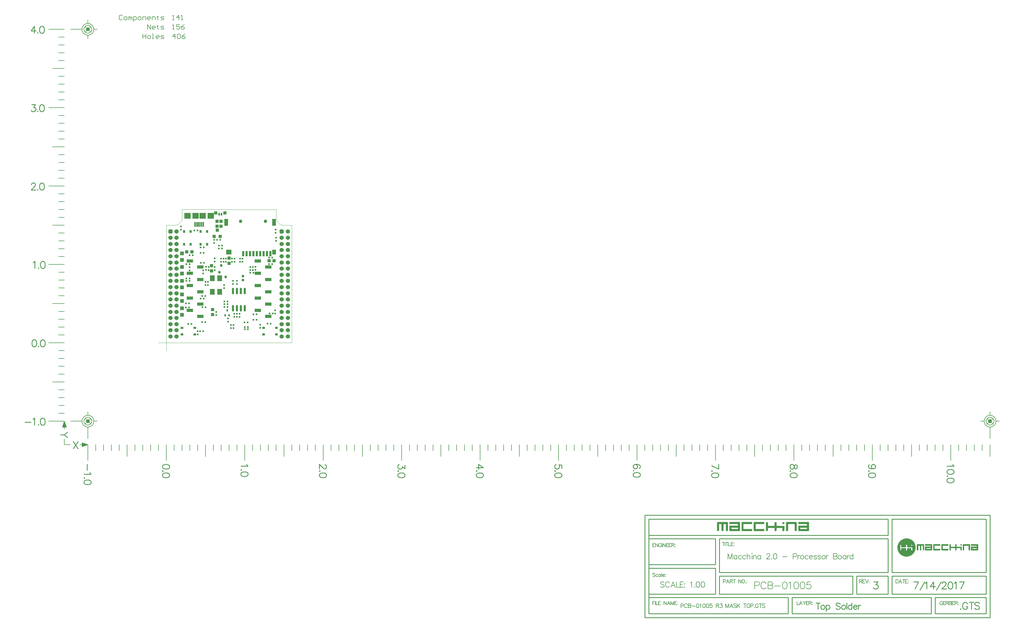
<source format=gts>
G04 This is an RS-274x file exported by *
G04 gerbv version 2.6A *
G04 More information is available about gerbv at *
G04 http://gerbv.geda-project.org/ *
G04 --End of header info--*
%MOIN*%
%FSLAX34Y34*%
%IPPOS*%
G04 --Define apertures--*
%ADD10C,0.0070*%
%ADD11C,0.0080*%
%ADD12C,0.0100*%
%ADD13C,0.0050*%
%ADD14C,0.0090*%
%ADD15C,0.0010*%
%ADD16R,0.0240X0.0240*%
%ADD17R,0.0296X0.0375*%
%ADD18R,0.0240X0.0240*%
%ADD19R,0.0375X0.0296*%
%ADD20R,0.0512X0.0512*%
%ADD21R,0.0390X0.0390*%
%ADD22R,0.0390X0.0390*%
%ADD23R,0.0220X0.0290*%
%ADD24R,0.0827X0.0390*%
%ADD25O,0.0280X0.0840*%
%ADD26R,0.0591X0.0749*%
%ADD27R,0.0400X0.0400*%
%ADD28R,0.0394X0.0434*%
%ADD29R,0.0197X0.0355*%
%ADD30R,0.0512X0.0906*%
%ADD31R,0.0512X0.0591*%
%ADD32R,0.0670X0.0591*%
%ADD33R,0.0316X0.0670*%
%ADD34R,0.0197X0.0591*%
%ADD35R,0.0788X0.0749*%
%ADD36R,0.0796X0.0749*%
%ADD37C,0.0540*%
%AMMACRO38*
21,1,0.054000,0.025000,0.000000,0.000000,270.000000*
21,1,0.025000,0.054000,0.000000,0.000000,270.000000*
1,1,0.029000,-0.012500,-0.012500*
1,1,0.029000,-0.012500,0.012500*
1,1,0.029000,0.012500,0.012500*
1,1,0.029000,0.012500,-0.012500*
%
%ADD38MACRO38*%
%ADD39C,0.0340*%
%ADD40C,0.0434*%
%ADD41C,0.0020*%
G04 --Start main section--*
G36*
G01X0071527Y-022880D02*
G01X0071543Y-022896D01*
G01X0071551Y-022916D01*
G01X0071551Y-022927D01*
G01X0071551Y-023932D01*
G01X0071551Y-023944D01*
G01X0071543Y-023964D01*
G01X0071527Y-023980D01*
G01X0071506Y-023989D01*
G01X0071371Y-023989D01*
G01X0071351Y-023980D01*
G01X0071335Y-023964D01*
G01X0071326Y-023944D01*
G01X0071326Y-023932D01*
G01X0071326Y-023152D01*
G01X0071325Y-023142D01*
G01X0071317Y-023121D01*
G01X0071301Y-023106D01*
G01X0071281Y-023097D01*
G01X0071270Y-023096D01*
G01X0071045Y-023096D01*
G01X0071034Y-023097D01*
G01X0071014Y-023106D01*
G01X0070998Y-023121D01*
G01X0070990Y-023142D01*
G01X0070989Y-023152D01*
G01X0070989Y-023932D01*
G01X0070989Y-023944D01*
G01X0070980Y-023964D01*
G01X0070964Y-023980D01*
G01X0070944Y-023989D01*
G01X0070816Y-023989D01*
G01X0070796Y-023980D01*
G01X0070780Y-023964D01*
G01X0070771Y-023944D01*
G01X0070771Y-023932D01*
G01X0070771Y-023152D01*
G01X0070770Y-023142D01*
G01X0070762Y-023121D01*
G01X0070746Y-023106D01*
G01X0070726Y-023097D01*
G01X0070715Y-023096D01*
G01X0070490Y-023096D01*
G01X0070479Y-023097D01*
G01X0070459Y-023106D01*
G01X0070443Y-023121D01*
G01X0070435Y-023142D01*
G01X0070434Y-023152D01*
G01X0070434Y-023932D01*
G01X0070434Y-023944D01*
G01X0070425Y-023964D01*
G01X0070409Y-023980D01*
G01X0070389Y-023989D01*
G01X0070254Y-023989D01*
G01X0070233Y-023980D01*
G01X0070217Y-023964D01*
G01X0070209Y-023944D01*
G01X0070209Y-023932D01*
G01X0070209Y-022927D01*
G01X0070209Y-022916D01*
G01X0070217Y-022896D01*
G01X0070233Y-022880D01*
G01X0070254Y-022871D01*
G01X0071506Y-022871D01*
G01X0071527Y-022880D01*
G37*
G36*
G01X0071527Y-022880D02*
G37*
G36*
G01X0103449Y-025706D02*
G01X0103459Y-025732D01*
G01X0103457Y-025735D01*
G01X0103457Y-025735D01*
G01X0103461Y-026405D01*
G01X0103449Y-026434D01*
G01X0103423Y-026444D01*
G01X0103420Y-026442D01*
G01X0103420Y-026442D01*
G01X0102605Y-026446D01*
G01X0102576Y-026434D01*
G01X0102566Y-026408D01*
G01X0102568Y-026405D01*
G01X0102568Y-026405D01*
G01X0102564Y-026035D01*
G01X0102576Y-026006D01*
G01X0102602Y-025996D01*
G01X0102605Y-025998D01*
G01X0102605Y-025998D01*
G01X0102605Y-025998D01*
G01X0103270Y-026001D01*
G01X0103299Y-025989D01*
G01X0103311Y-025960D01*
G01X0103311Y-025960D01*
G01X0103308Y-025957D01*
G01X0103311Y-025885D01*
G01X0103299Y-025856D01*
G01X0103270Y-025844D01*
G01X0103270Y-025847D01*
G01X0102605Y-025851D01*
G01X0102576Y-025839D01*
G01X0102566Y-025813D01*
G01X0102568Y-025810D01*
G01X0102568Y-025810D01*
G01X0102564Y-025735D01*
G01X0102576Y-025706D01*
G01X0102602Y-025696D01*
G01X0102605Y-025698D01*
G01X0102605Y-025698D01*
G01X0103420Y-025694D01*
G01X0103449Y-025706D01*
G37*
G36*
G01X0103449Y-025706D02*
G37*
G36*
G01X0097594Y-025706D02*
G01X0097604Y-025732D01*
G01X0097603Y-025735D01*
G01X0097603Y-025735D01*
G01X0097606Y-026405D01*
G01X0097594Y-026434D01*
G01X0097568Y-026444D01*
G01X0097565Y-026442D01*
G01X0097565Y-026442D01*
G01X0096750Y-026446D01*
G01X0096721Y-026434D01*
G01X0096711Y-026408D01*
G01X0096713Y-026405D01*
G01X0096713Y-026405D01*
G01X0096709Y-026035D01*
G01X0096721Y-026006D01*
G01X0096747Y-025996D01*
G01X0096750Y-025998D01*
G01X0096750Y-025998D01*
G01X0096750Y-025998D01*
G01X0097415Y-026001D01*
G01X0097444Y-025989D01*
G01X0097456Y-025960D01*
G01X0097456Y-025960D01*
G01X0097453Y-025957D01*
G01X0097456Y-025885D01*
G01X0097444Y-025856D01*
G01X0097415Y-025844D01*
G01X0097415Y-025847D01*
G01X0096750Y-025851D01*
G01X0096721Y-025839D01*
G01X0096711Y-025813D01*
G01X0096713Y-025810D01*
G01X0096713Y-025810D01*
G01X0096709Y-025735D01*
G01X0096721Y-025706D01*
G01X0096747Y-025696D01*
G01X0096750Y-025698D01*
G01X0096750Y-025698D01*
G01X0097565Y-025694D01*
G01X0097594Y-025706D01*
G37*
G36*
G01X0097594Y-025706D02*
G37*
G36*
G01X0080309Y-022880D02*
G01X0080325Y-022896D01*
G01X0080334Y-022916D01*
G01X0080334Y-022927D01*
G01X0080334Y-023932D01*
G01X0080334Y-023944D01*
G01X0080325Y-023964D01*
G01X0080309Y-023980D01*
G01X0080289Y-023989D01*
G01X0080154Y-023989D01*
G01X0080133Y-023980D01*
G01X0080117Y-023964D01*
G01X0080109Y-023944D01*
G01X0080109Y-023932D01*
G01X0080109Y-023152D01*
G01X0080108Y-023142D01*
G01X0080099Y-023121D01*
G01X0080084Y-023106D01*
G01X0080063Y-023097D01*
G01X0080052Y-023096D01*
G01X0079272Y-023096D01*
G01X0079262Y-023097D01*
G01X0079241Y-023106D01*
G01X0079226Y-023121D01*
G01X0079217Y-023142D01*
G01X0079216Y-023152D01*
G01X0079216Y-023932D01*
G01X0079216Y-023944D01*
G01X0079208Y-023964D01*
G01X0079192Y-023980D01*
G01X0079171Y-023989D01*
G01X0079044Y-023989D01*
G01X0079023Y-023980D01*
G01X0079007Y-023964D01*
G01X0078999Y-023944D01*
G01X0078999Y-023932D01*
G01X0078999Y-022927D01*
G01X0078999Y-022916D01*
G01X0079007Y-022896D01*
G01X0079023Y-022880D01*
G01X0079044Y-022871D01*
G01X0080289Y-022871D01*
G01X0080309Y-022880D01*
G37*
G36*
G01X0080309Y-022880D02*
G37*
G36*
G01X0076184Y-022880D02*
G01X0076200Y-022896D01*
G01X0076209Y-022916D01*
G01X0076209Y-022927D01*
G01X0076209Y-023040D01*
G01X0076209Y-023051D01*
G01X0076200Y-023072D01*
G01X0076184Y-023088D01*
G01X0076164Y-023096D01*
G01X0075155Y-023096D01*
G01X0075144Y-023097D01*
G01X0075124Y-023106D01*
G01X0075108Y-023121D01*
G01X0075100Y-023142D01*
G01X0075099Y-023152D01*
G01X0075099Y-023707D01*
G01X0075100Y-023718D01*
G01X0075108Y-023739D01*
G01X0075124Y-023754D01*
G01X0075144Y-023763D01*
G01X0075155Y-023764D01*
G01X0076164Y-023764D01*
G01X0076184Y-023772D01*
G01X0076200Y-023788D01*
G01X0076209Y-023809D01*
G01X0076209Y-023820D01*
G01X0076209Y-023932D01*
G01X0076209Y-023944D01*
G01X0076200Y-023964D01*
G01X0076184Y-023980D01*
G01X0076164Y-023989D01*
G01X0074919Y-023989D01*
G01X0074898Y-023980D01*
G01X0074882Y-023964D01*
G01X0074874Y-023944D01*
G01X0074874Y-023932D01*
G01X0074874Y-022927D01*
G01X0074874Y-022916D01*
G01X0074882Y-022896D01*
G01X0074898Y-022880D01*
G01X0074919Y-022871D01*
G01X0076164Y-022871D01*
G01X0076184Y-022880D01*
G37*
G36*
G01X0076184Y-022880D02*
G37*
G36*
G01X0074632Y-022880D02*
G01X0074648Y-022896D01*
G01X0074656Y-022916D01*
G01X0074656Y-022927D01*
G01X0074656Y-023040D01*
G01X0074656Y-023051D01*
G01X0074648Y-023072D01*
G01X0074632Y-023088D01*
G01X0074611Y-023096D01*
G01X0073602Y-023096D01*
G01X0073592Y-023097D01*
G01X0073571Y-023106D01*
G01X0073556Y-023121D01*
G01X0073547Y-023142D01*
G01X0073546Y-023152D01*
G01X0073546Y-023707D01*
G01X0073547Y-023718D01*
G01X0073556Y-023739D01*
G01X0073571Y-023754D01*
G01X0073592Y-023763D01*
G01X0073602Y-023764D01*
G01X0074611Y-023764D01*
G01X0074632Y-023772D01*
G01X0074648Y-023788D01*
G01X0074656Y-023809D01*
G01X0074656Y-023820D01*
G01X0074656Y-023932D01*
G01X0074656Y-023944D01*
G01X0074648Y-023964D01*
G01X0074632Y-023980D01*
G01X0074611Y-023989D01*
G01X0073366Y-023989D01*
G01X0073346Y-023980D01*
G01X0073330Y-023964D01*
G01X0073321Y-023944D01*
G01X0073321Y-023932D01*
G01X0073321Y-022927D01*
G01X0073321Y-022916D01*
G01X0073330Y-022896D01*
G01X0073346Y-022880D01*
G01X0073366Y-022871D01*
G01X0074611Y-022871D01*
G01X0074632Y-022880D01*
G37*
G36*
G01X0074632Y-022880D02*
G37*
G36*
G01X0101356Y-025708D02*
G01X0101367Y-025719D01*
G01X0101372Y-025733D01*
G01X0101372Y-025740D01*
G01X0101372Y-025815D01*
G01X0101372Y-025822D01*
G01X0101367Y-025836D01*
G01X0101356Y-025847D01*
G01X0101342Y-025852D01*
G01X0101258Y-025852D01*
G01X0101244Y-025847D01*
G01X0101233Y-025836D01*
G01X0101228Y-025822D01*
G01X0101228Y-025815D01*
G01X0101228Y-025740D01*
G01X0101228Y-025733D01*
G01X0101233Y-025719D01*
G01X0101244Y-025708D01*
G01X0101258Y-025703D01*
G01X0101342Y-025703D01*
G01X0101356Y-025708D01*
G37*
G36*
G01X0101356Y-025708D02*
G37*
G36*
G01X0098621Y-025703D02*
G01X0098632Y-025714D01*
G01X0098638Y-025728D01*
G01X0098638Y-025735D01*
G01X0098638Y-025810D01*
G01X0098638Y-025817D01*
G01X0098632Y-025831D01*
G01X0098621Y-025842D01*
G01X0098607Y-025847D01*
G01X0097935Y-025847D01*
G01X0097928Y-025848D01*
G01X0097914Y-025854D01*
G01X0097904Y-025864D01*
G01X0097898Y-025878D01*
G01X0097898Y-025885D01*
G01X0097898Y-026255D01*
G01X0097898Y-026262D01*
G01X0097904Y-026276D01*
G01X0097914Y-026286D01*
G01X0097928Y-026292D01*
G01X0097935Y-026293D01*
G01X0098607Y-026293D01*
G01X0098621Y-026298D01*
G01X0098632Y-026309D01*
G01X0098638Y-026323D01*
G01X0098638Y-026330D01*
G01X0098638Y-026405D01*
G01X0098638Y-026412D01*
G01X0098632Y-026426D01*
G01X0098621Y-026437D01*
G01X0098607Y-026442D01*
G01X0097778Y-026442D01*
G01X0097764Y-026437D01*
G01X0097753Y-026426D01*
G01X0097747Y-026412D01*
G01X0097747Y-026405D01*
G01X0097747Y-025735D01*
G01X0097747Y-025728D01*
G01X0097753Y-025714D01*
G01X0097764Y-025703D01*
G01X0097778Y-025698D01*
G01X0098607Y-025698D01*
G01X0098621Y-025703D01*
G37*
G36*
G01X0098621Y-025703D02*
G37*
G36*
G01X0096551Y-025703D02*
G01X0096562Y-025714D01*
G01X0096567Y-025728D01*
G01X0096567Y-025735D01*
G01X0096567Y-026405D01*
G01X0096567Y-026412D01*
G01X0096562Y-026426D01*
G01X0096551Y-026437D01*
G01X0096537Y-026442D01*
G01X0096448Y-026442D01*
G01X0096434Y-026437D01*
G01X0096423Y-026426D01*
G01X0096418Y-026412D01*
G01X0096418Y-026405D01*
G01X0096418Y-025885D01*
G01X0096417Y-025878D01*
G01X0096411Y-025864D01*
G01X0096401Y-025854D01*
G01X0096387Y-025848D01*
G01X0096380Y-025847D01*
G01X0096230Y-025847D01*
G01X0096223Y-025848D01*
G01X0096209Y-025854D01*
G01X0096199Y-025864D01*
G01X0096193Y-025878D01*
G01X0096193Y-025885D01*
G01X0096193Y-026405D01*
G01X0096193Y-026412D01*
G01X0096187Y-026426D01*
G01X0096176Y-026437D01*
G01X0096162Y-026442D01*
G01X0096078Y-026442D01*
G01X0096064Y-026437D01*
G01X0096053Y-026426D01*
G01X0096047Y-026412D01*
G01X0096047Y-026405D01*
G01X0096047Y-025885D01*
G01X0096047Y-025878D01*
G01X0096041Y-025864D01*
G01X0096031Y-025854D01*
G01X0096017Y-025848D01*
G01X0096010Y-025847D01*
G01X0095860Y-025847D01*
G01X0095853Y-025848D01*
G01X0095839Y-025854D01*
G01X0095829Y-025864D01*
G01X0095823Y-025878D01*
G01X0095822Y-025885D01*
G01X0095822Y-026405D01*
G01X0095822Y-026412D01*
G01X0095817Y-026426D01*
G01X0095806Y-026437D01*
G01X0095792Y-026442D01*
G01X0095703Y-026442D01*
G01X0095689Y-026437D01*
G01X0095678Y-026426D01*
G01X0095673Y-026412D01*
G01X0095673Y-026405D01*
G01X0095673Y-025735D01*
G01X0095673Y-025728D01*
G01X0095678Y-025714D01*
G01X0095689Y-025703D01*
G01X0095703Y-025698D01*
G01X0096537Y-025698D01*
G01X0096551Y-025703D01*
G37*
G36*
G01X0096551Y-025703D02*
G37*
G36*
G01X0094525Y-024971D02*
G01X0094700Y-025013D01*
G01X0094866Y-025082D01*
G01X0095020Y-025176D01*
G01X0095157Y-025293D01*
G01X0095274Y-025430D01*
G01X0095368Y-025584D01*
G01X0095437Y-025750D01*
G01X0095479Y-025925D01*
G01X0095494Y-026105D01*
G01X0095479Y-026285D01*
G01X0095437Y-026460D01*
G01X0095368Y-026626D01*
G01X0095274Y-026780D01*
G01X0095157Y-026917D01*
G01X0095020Y-027034D01*
G01X0094866Y-027128D01*
G01X0094700Y-027197D01*
G01X0094525Y-027239D01*
G01X0094345Y-027254D01*
G01X0094165Y-027239D01*
G01X0093990Y-027197D01*
G01X0093824Y-027128D01*
G01X0093670Y-027034D01*
G01X0093533Y-026917D01*
G01X0093416Y-026780D01*
G01X0093322Y-026626D01*
G01X0093253Y-026460D01*
G01X0093211Y-026285D01*
G01X0093196Y-026105D01*
G01X0093211Y-025925D01*
G01X0093253Y-025750D01*
G01X0093322Y-025584D01*
G01X0093416Y-025430D01*
G01X0093533Y-025293D01*
G01X0093670Y-025176D01*
G01X0093824Y-025082D01*
G01X0093990Y-025013D01*
G01X0094165Y-024971D01*
G01X0094345Y-024956D01*
G01X0094525Y-024971D01*
G37*
G36*
G01X0094525Y-024971D02*
G37*
G36*
G01X0100691Y-025708D02*
G01X0100702Y-025719D01*
G01X0100708Y-025733D01*
G01X0100708Y-025740D01*
G01X0100708Y-025980D01*
G01X0100708Y-025987D01*
G01X0100714Y-026001D01*
G01X0100724Y-026011D01*
G01X0100738Y-026017D01*
G01X0100745Y-026017D01*
G01X0101342Y-026017D01*
G01X0101356Y-026023D01*
G01X0101367Y-026034D01*
G01X0101372Y-026048D01*
G01X0101372Y-026055D01*
G01X0101372Y-026405D01*
G01X0101372Y-026412D01*
G01X0101367Y-026426D01*
G01X0101356Y-026437D01*
G01X0101342Y-026442D01*
G01X0101258Y-026442D01*
G01X0101244Y-026437D01*
G01X0101233Y-026426D01*
G01X0101228Y-026412D01*
G01X0101228Y-026405D01*
G01X0101228Y-026205D01*
G01X0101227Y-026198D01*
G01X0101221Y-026184D01*
G01X0101211Y-026174D01*
G01X0101197Y-026168D01*
G01X0101190Y-026168D01*
G01X0100745Y-026168D01*
G01X0100738Y-026168D01*
G01X0100724Y-026174D01*
G01X0100714Y-026184D01*
G01X0100708Y-026198D01*
G01X0100708Y-026205D01*
G01X0100708Y-026405D01*
G01X0100708Y-026412D01*
G01X0100702Y-026426D01*
G01X0100691Y-026437D01*
G01X0100677Y-026442D01*
G01X0100588Y-026442D01*
G01X0100574Y-026437D01*
G01X0100563Y-026426D01*
G01X0100557Y-026412D01*
G01X0100557Y-026405D01*
G01X0100557Y-026205D01*
G01X0100557Y-026198D01*
G01X0100551Y-026184D01*
G01X0100541Y-026174D01*
G01X0100527Y-026168D01*
G01X0100520Y-026168D01*
G01X0100005Y-026168D01*
G01X0099998Y-026168D01*
G01X0099984Y-026174D01*
G01X0099974Y-026184D01*
G01X0099968Y-026198D01*
G01X0099967Y-026205D01*
G01X0099967Y-026405D01*
G01X0099967Y-026412D01*
G01X0099962Y-026426D01*
G01X0099951Y-026437D01*
G01X0099937Y-026442D01*
G01X0099848Y-026442D01*
G01X0099834Y-026437D01*
G01X0099823Y-026426D01*
G01X0099817Y-026412D01*
G01X0099817Y-026405D01*
G01X0099817Y-025740D01*
G01X0099817Y-025733D01*
G01X0099823Y-025719D01*
G01X0099834Y-025708D01*
G01X0099848Y-025703D01*
G01X0099937Y-025703D01*
G01X0099951Y-025708D01*
G01X0099962Y-025719D01*
G01X0099967Y-025733D01*
G01X0099967Y-025740D01*
G01X0099967Y-025980D01*
G01X0099968Y-025987D01*
G01X0099974Y-026001D01*
G01X0099984Y-026011D01*
G01X0099998Y-026017D01*
G01X0100005Y-026017D01*
G01X0100520Y-026017D01*
G01X0100527Y-026017D01*
G01X0100541Y-026011D01*
G01X0100551Y-026001D01*
G01X0100557Y-025987D01*
G01X0100557Y-025980D01*
G01X0100557Y-025740D01*
G01X0100557Y-025733D01*
G01X0100563Y-025719D01*
G01X0100574Y-025708D01*
G01X0100588Y-025703D01*
G01X0100677Y-025703D01*
G01X0100691Y-025708D01*
G37*
G36*
G01X0100691Y-025708D02*
G37*
G36*
G01X0102406Y-025703D02*
G01X0102417Y-025714D01*
G01X0102423Y-025728D01*
G01X0102423Y-025735D01*
G01X0102423Y-026405D01*
G01X0102423Y-026412D01*
G01X0102417Y-026426D01*
G01X0102406Y-026437D01*
G01X0102392Y-026442D01*
G01X0102303Y-026442D01*
G01X0102289Y-026437D01*
G01X0102278Y-026426D01*
G01X0102273Y-026412D01*
G01X0102273Y-026405D01*
G01X0102273Y-025885D01*
G01X0102272Y-025878D01*
G01X0102266Y-025864D01*
G01X0102256Y-025854D01*
G01X0102242Y-025848D01*
G01X0102235Y-025847D01*
G01X0101715Y-025847D01*
G01X0101708Y-025848D01*
G01X0101694Y-025854D01*
G01X0101684Y-025864D01*
G01X0101678Y-025878D01*
G01X0101678Y-025885D01*
G01X0101678Y-026405D01*
G01X0101678Y-026412D01*
G01X0101672Y-026426D01*
G01X0101661Y-026437D01*
G01X0101647Y-026442D01*
G01X0101563Y-026442D01*
G01X0101549Y-026437D01*
G01X0101538Y-026426D01*
G01X0101532Y-026412D01*
G01X0101532Y-026405D01*
G01X0101532Y-025735D01*
G01X0101532Y-025728D01*
G01X0101538Y-025714D01*
G01X0101549Y-025703D01*
G01X0101563Y-025698D01*
G01X0102392Y-025698D01*
G01X0102406Y-025703D01*
G37*
G36*
G01X0102406Y-025703D02*
G37*
G36*
G01X0099656Y-025703D02*
G01X0099667Y-025714D01*
G01X0099672Y-025728D01*
G01X0099672Y-025735D01*
G01X0099672Y-025810D01*
G01X0099672Y-025817D01*
G01X0099667Y-025831D01*
G01X0099656Y-025842D01*
G01X0099642Y-025847D01*
G01X0098970Y-025847D01*
G01X0098963Y-025848D01*
G01X0098949Y-025854D01*
G01X0098939Y-025864D01*
G01X0098933Y-025878D01*
G01X0098933Y-025885D01*
G01X0098933Y-026255D01*
G01X0098933Y-026262D01*
G01X0098939Y-026276D01*
G01X0098949Y-026286D01*
G01X0098963Y-026292D01*
G01X0098970Y-026293D01*
G01X0099642Y-026293D01*
G01X0099656Y-026298D01*
G01X0099667Y-026309D01*
G01X0099672Y-026323D01*
G01X0099672Y-026330D01*
G01X0099672Y-026405D01*
G01X0099672Y-026412D01*
G01X0099667Y-026426D01*
G01X0099656Y-026437D01*
G01X0099642Y-026442D01*
G01X0098813Y-026442D01*
G01X0098799Y-026437D01*
G01X0098788Y-026426D01*
G01X0098783Y-026412D01*
G01X0098783Y-026405D01*
G01X0098783Y-025735D01*
G01X0098783Y-025728D01*
G01X0098788Y-025714D01*
G01X0098799Y-025703D01*
G01X0098813Y-025698D01*
G01X0099642Y-025698D01*
G01X0099656Y-025703D01*
G37*
G36*
G01X0099656Y-025703D02*
G37*
G36*
G01X0077737Y-022887D02*
G01X0077753Y-022903D01*
G01X0077761Y-022924D01*
G01X0077761Y-022935D01*
G01X0077761Y-023295D01*
G01X0077762Y-023306D01*
G01X0077771Y-023326D01*
G01X0077786Y-023342D01*
G01X0077807Y-023350D01*
G01X0077818Y-023351D01*
G01X0078714Y-023351D01*
G01X0078734Y-023360D01*
G01X0078750Y-023376D01*
G01X0078759Y-023396D01*
G01X0078759Y-023407D01*
G01X0078759Y-023932D01*
G01X0078759Y-023944D01*
G01X0078750Y-023964D01*
G01X0078734Y-023980D01*
G01X0078714Y-023989D01*
G01X0078586Y-023989D01*
G01X0078566Y-023980D01*
G01X0078550Y-023964D01*
G01X0078541Y-023944D01*
G01X0078541Y-023932D01*
G01X0078541Y-023633D01*
G01X0078540Y-023622D01*
G01X0078532Y-023601D01*
G01X0078516Y-023586D01*
G01X0078496Y-023577D01*
G01X0078485Y-023576D01*
G01X0077818Y-023576D01*
G01X0077807Y-023577D01*
G01X0077786Y-023586D01*
G01X0077771Y-023601D01*
G01X0077762Y-023622D01*
G01X0077761Y-023633D01*
G01X0077761Y-023932D01*
G01X0077761Y-023944D01*
G01X0077753Y-023964D01*
G01X0077737Y-023980D01*
G01X0077716Y-023989D01*
G01X0077581Y-023989D01*
G01X0077561Y-023980D01*
G01X0077545Y-023964D01*
G01X0077536Y-023944D01*
G01X0077536Y-023932D01*
G01X0077536Y-023633D01*
G01X0077535Y-023622D01*
G01X0077527Y-023601D01*
G01X0077511Y-023586D01*
G01X0077491Y-023577D01*
G01X0077480Y-023576D01*
G01X0076708Y-023576D01*
G01X0076697Y-023577D01*
G01X0076676Y-023586D01*
G01X0076661Y-023601D01*
G01X0076652Y-023622D01*
G01X0076651Y-023633D01*
G01X0076651Y-023932D01*
G01X0076651Y-023944D01*
G01X0076643Y-023964D01*
G01X0076627Y-023980D01*
G01X0076606Y-023989D01*
G01X0076471Y-023989D01*
G01X0076451Y-023980D01*
G01X0076435Y-023964D01*
G01X0076426Y-023944D01*
G01X0076426Y-023932D01*
G01X0076426Y-022935D01*
G01X0076426Y-022924D01*
G01X0076435Y-022903D01*
G01X0076451Y-022887D01*
G01X0076471Y-022879D01*
G01X0076606Y-022879D01*
G01X0076627Y-022887D01*
G01X0076643Y-022903D01*
G01X0076651Y-022924D01*
G01X0076651Y-022935D01*
G01X0076651Y-023295D01*
G01X0076652Y-023306D01*
G01X0076661Y-023326D01*
G01X0076676Y-023342D01*
G01X0076697Y-023350D01*
G01X0076708Y-023351D01*
G01X0077480Y-023351D01*
G01X0077491Y-023350D01*
G01X0077511Y-023342D01*
G01X0077527Y-023326D01*
G01X0077535Y-023306D01*
G01X0077536Y-023295D01*
G01X0077536Y-022935D01*
G01X0077536Y-022924D01*
G01X0077545Y-022903D01*
G01X0077561Y-022887D01*
G01X0077581Y-022879D01*
G01X0077716Y-022879D01*
G01X0077737Y-022887D01*
G37*
G36*
G01X0077737Y-022887D02*
G37*
G36*
G01X-001544Y-003703D02*
G37*
G36*
G01X-002579Y-003703D02*
G37*
G36*
G01X0001206Y-003703D02*
G37*
G36*
G01X-000509Y-003708D02*
G37*
G36*
G01X0000156Y-003708D02*
G37*
G36*
G01X-004649Y-003703D02*
G37*
G36*
G01X-003606Y-003706D02*
G37*
G36*
G01X0002249Y-003706D02*
G37*
G36*
G01X0081830Y-022871D02*
G01X0081830Y-022871D01*
G01X0081834Y-022868D01*
G01X0081873Y-022884D01*
G01X0081891Y-022927D01*
G01X0081886Y-023932D01*
G01X0081886Y-023932D01*
G01X0081889Y-023937D01*
G01X0081873Y-023976D01*
G01X0081830Y-023993D01*
G01X0080608Y-023989D01*
G01X0080608Y-023989D01*
G01X0080603Y-023992D01*
G01X0080564Y-023976D01*
G01X0080547Y-023932D01*
G01X0080551Y-023377D01*
G01X0080551Y-023377D01*
G01X0080548Y-023373D01*
G01X0080564Y-023334D01*
G01X0080608Y-023317D01*
G01X0081605Y-023321D01*
G01X0081605Y-023326D01*
G01X0081648Y-023308D01*
G01X0081666Y-023265D01*
G01X0081661Y-023157D01*
G01X0081666Y-023152D01*
G01X0081666Y-023152D01*
G01X0081648Y-023109D01*
G01X0081605Y-023092D01*
G01X0080608Y-023096D01*
G01X0080608Y-023096D01*
G01X0080608Y-023096D01*
G01X0080603Y-023099D01*
G01X0080564Y-023083D01*
G01X0080547Y-023040D01*
G01X0080551Y-022927D01*
G01X0080551Y-022927D01*
G01X0080548Y-022923D01*
G01X0080564Y-022884D01*
G01X0080608Y-022867D01*
G01X0081830Y-022871D01*
G37*
G36*
G01X0081830Y-022871D02*
G37*
G36*
G01X0073091Y-022884D02*
G01X0073107Y-022923D01*
G01X0073104Y-022927D01*
G01X0073104Y-022927D01*
G01X0073108Y-023932D01*
G01X0073091Y-023976D01*
G01X0073052Y-023992D01*
G01X0073047Y-023989D01*
G01X0073047Y-023989D01*
G01X0071825Y-023993D01*
G01X0071782Y-023976D01*
G01X0071766Y-023937D01*
G01X0071769Y-023932D01*
G01X0071769Y-023932D01*
G01X0071764Y-023377D01*
G01X0071782Y-023334D01*
G01X0071821Y-023318D01*
G01X0071825Y-023321D01*
G01X0071825Y-023321D01*
G01X0071825Y-023321D01*
G01X0072822Y-023326D01*
G01X0072866Y-023308D01*
G01X0072883Y-023265D01*
G01X0072883Y-023265D01*
G01X0072879Y-023260D01*
G01X0072883Y-023152D01*
G01X0072866Y-023109D01*
G01X0072822Y-023092D01*
G01X0072822Y-023096D01*
G01X0071825Y-023101D01*
G01X0071782Y-023083D01*
G01X0071766Y-023044D01*
G01X0071769Y-023040D01*
G01X0071769Y-023040D01*
G01X0071764Y-022927D01*
G01X0071782Y-022884D01*
G01X0071821Y-022868D01*
G01X0071825Y-022871D01*
G01X0071825Y-022871D01*
G01X0073047Y-022867D01*
G01X0073091Y-022884D01*
G37*
G36*
G01X0073091Y-022884D02*
G37*
G36*
G01X0078734Y-022887D02*
G01X0078750Y-022903D01*
G01X0078759Y-022924D01*
G01X0078759Y-022935D01*
G01X0078759Y-023047D01*
G01X0078759Y-023059D01*
G01X0078750Y-023079D01*
G01X0078734Y-023095D01*
G01X0078714Y-023104D01*
G01X0078586Y-023104D01*
G01X0078566Y-023095D01*
G01X0078550Y-023079D01*
G01X0078541Y-023059D01*
G01X0078541Y-023047D01*
G01X0078541Y-022935D01*
G01X0078541Y-022924D01*
G01X0078550Y-022903D01*
G01X0078566Y-022887D01*
G01X0078586Y-022879D01*
G01X0078714Y-022879D01*
G01X0078734Y-022887D01*
G37*
G36*
G01X0078734Y-022887D02*
G37*
%LPC*%
G36*
G01X0102750Y-026144D02*
G01X0102750Y-026144D01*
G01X0102721Y-026156D01*
G01X0102709Y-026185D01*
G01X0102712Y-026252D01*
G01X0102709Y-026255D01*
G01X0102709Y-026255D01*
G01X0102721Y-026284D01*
G01X0102750Y-026296D01*
G01X0103267Y-026293D01*
G01X0103270Y-026296D01*
G01X0103270Y-026296D01*
G01X0103299Y-026284D01*
G01X0103311Y-026255D01*
G01X0103308Y-026188D01*
G01X0103311Y-026185D01*
G01X0103311Y-026185D01*
G01X0103299Y-026156D01*
G01X0103270Y-026144D01*
G01X0102753Y-026147D01*
G01X0102750Y-026144D01*
G37*
G36*
G01X0102750Y-026144D02*
G37*
G36*
G01X0096895Y-026144D02*
G01X0096895Y-026144D01*
G01X0096866Y-026156D01*
G01X0096854Y-026185D01*
G01X0096857Y-026252D01*
G01X0096854Y-026255D01*
G01X0096854Y-026255D01*
G01X0096866Y-026284D01*
G01X0096895Y-026296D01*
G01X0097412Y-026293D01*
G01X0097415Y-026296D01*
G01X0097415Y-026296D01*
G01X0097444Y-026284D01*
G01X0097456Y-026255D01*
G01X0097453Y-026188D01*
G01X0097456Y-026185D01*
G01X0097456Y-026185D01*
G01X0097444Y-026156D01*
G01X0097415Y-026144D01*
G01X0096898Y-026147D01*
G01X0096895Y-026144D01*
G37*
G36*
G01X0096895Y-026144D02*
G37*
G36*
G01X0094975Y-025734D02*
G01X0094975Y-025734D01*
G01X0094946Y-025746D01*
G01X0094934Y-025775D01*
G01X0094937Y-025847D01*
G01X0094934Y-025850D01*
G01X0094934Y-025850D01*
G01X0094946Y-025879D01*
G01X0094975Y-025891D01*
G01X0095042Y-025888D01*
G01X0095045Y-025891D01*
G01X0095045Y-025891D01*
G01X0095074Y-025879D01*
G01X0095086Y-025850D01*
G01X0095083Y-025778D01*
G01X0095086Y-025775D01*
G01X0095086Y-025775D01*
G01X0095074Y-025746D01*
G01X0095045Y-025734D01*
G01X0094978Y-025737D01*
G01X0094975Y-025734D01*
G37*
G36*
G01X0094975Y-025734D02*
G37*
G36*
G01X0094305Y-025734D02*
G01X0094305Y-025734D01*
G01X0094276Y-025746D01*
G01X0094264Y-025775D01*
G01X0094268Y-026015D01*
G01X0094268Y-026015D01*
G01X0094268Y-026015D01*
G01X0094269Y-026018D01*
G01X0094259Y-026044D01*
G01X0094230Y-026056D01*
G01X0093715Y-026052D01*
G01X0093715Y-026052D01*
G01X0093712Y-026054D01*
G01X0093686Y-026044D01*
G01X0093674Y-026015D01*
G01X0093678Y-025775D01*
G01X0093681Y-025775D01*
G01X0093669Y-025746D01*
G01X0093640Y-025734D01*
G01X0093568Y-025737D01*
G01X0093565Y-025734D01*
G01X0093565Y-025734D01*
G01X0093536Y-025746D01*
G01X0093524Y-025775D01*
G01X0093527Y-026437D01*
G01X0093524Y-026440D01*
G01X0093524Y-026440D01*
G01X0093536Y-026469D01*
G01X0093565Y-026481D01*
G01X0093637Y-026478D01*
G01X0093640Y-026481D01*
G01X0093640Y-026481D01*
G01X0093669Y-026469D01*
G01X0093681Y-026440D01*
G01X0093678Y-026240D01*
G01X0093678Y-026240D01*
G01X0093678Y-026240D01*
G01X0093676Y-026237D01*
G01X0093686Y-026211D01*
G01X0093715Y-026199D01*
G01X0094230Y-026202D01*
G01X0094230Y-026202D01*
G01X0094233Y-026201D01*
G01X0094259Y-026211D01*
G01X0094271Y-026240D01*
G01X0094268Y-026440D01*
G01X0094264Y-026440D01*
G01X0094276Y-026469D01*
G01X0094305Y-026481D01*
G01X0094377Y-026478D01*
G01X0094380Y-026481D01*
G01X0094380Y-026481D01*
G01X0094409Y-026469D01*
G01X0094421Y-026440D01*
G01X0094417Y-026240D01*
G01X0094417Y-026240D01*
G01X0094417Y-026240D01*
G01X0094416Y-026237D01*
G01X0094426Y-026211D01*
G01X0094455Y-026199D01*
G01X0094900Y-026202D01*
G01X0094900Y-026202D01*
G01X0094903Y-026201D01*
G01X0094929Y-026211D01*
G01X0094941Y-026240D01*
G01X0094937Y-026440D01*
G01X0094934Y-026440D01*
G01X0094946Y-026469D01*
G01X0094975Y-026481D01*
G01X0095042Y-026478D01*
G01X0095045Y-026481D01*
G01X0095045Y-026481D01*
G01X0095074Y-026469D01*
G01X0095086Y-026440D01*
G01X0095083Y-026093D01*
G01X0095086Y-026090D01*
G01X0095086Y-026090D01*
G01X0095074Y-026061D01*
G01X0095045Y-026049D01*
G01X0094455Y-026052D01*
G01X0094455Y-026052D01*
G01X0094455Y-026052D01*
G01X0094452Y-026054D01*
G01X0094426Y-026044D01*
G01X0094414Y-026015D01*
G01X0094417Y-025775D01*
G01X0094421Y-025775D01*
G01X0094409Y-025746D01*
G01X0094380Y-025734D01*
G01X0094308Y-025737D01*
G01X0094305Y-025734D01*
G37*
G36*
G01X0094305Y-025734D02*
G37*
G36*
G01X-004305Y-004144D02*
G37*
G36*
G01X0001550Y-004144D02*
G37*
G36*
G01X0081605Y-023542D02*
G01X0081600Y-023546D01*
G01X0080825Y-023542D01*
G01X0080782Y-023559D01*
G01X0080764Y-023602D01*
G01X0080764Y-023602D01*
G01X0080769Y-023607D01*
G01X0080764Y-023707D01*
G01X0080782Y-023751D01*
G01X0080825Y-023768D01*
G01X0080825Y-023768D01*
G01X0080830Y-023764D01*
G01X0081605Y-023768D01*
G01X0081648Y-023751D01*
G01X0081666Y-023707D01*
G01X0081666Y-023707D01*
G01X0081661Y-023703D01*
G01X0081666Y-023602D01*
G01X0081648Y-023559D01*
G01X0081605Y-023542D01*
G01X0081605Y-023542D01*
G37*
G36*
G01X0081605Y-023542D02*
G37*
G36*
G01X0072042Y-023542D02*
G01X0072042Y-023542D01*
G01X0071999Y-023559D01*
G01X0071982Y-023602D01*
G01X0071986Y-023703D01*
G01X0071982Y-023707D01*
G01X0071982Y-023707D01*
G01X0071999Y-023751D01*
G01X0072042Y-023768D01*
G01X0072818Y-023764D01*
G01X0072822Y-023768D01*
G01X0072822Y-023768D01*
G01X0072866Y-023751D01*
G01X0072883Y-023707D01*
G01X0072879Y-023607D01*
G01X0072883Y-023602D01*
G01X0072883Y-023602D01*
G01X0072866Y-023559D01*
G01X0072822Y-023542D01*
G01X0072047Y-023546D01*
G01X0072042Y-023542D01*
G37*
G36*
G01X0072042Y-023542D02*
G37*
%LPD*%
G54D10*
G01X0071300Y-033300D02*
G01X0071300Y-033800D01*
G01X0071300Y-033300D02*
G01X0071490Y-033800D01*
G01X0071681Y-033300D02*
G01X0071490Y-033800D01*
G01X0071681Y-033300D02*
G01X0071681Y-033800D01*
G01X0072205Y-033800D02*
G01X0072014Y-033300D01*
G01X0072014Y-033300D02*
G01X0071824Y-033800D01*
G01X0071895Y-033633D02*
G01X0072133Y-033633D01*
G01X0072654Y-033372D02*
G01X0072607Y-033324D01*
G01X0072607Y-033324D02*
G01X0072535Y-033300D01*
G01X0072535Y-033300D02*
G01X0072440Y-033300D01*
G01X0072440Y-033300D02*
G01X0072369Y-033324D01*
G01X0072369Y-033324D02*
G01X0072321Y-033372D01*
G01X0072321Y-033372D02*
G01X0072321Y-033419D01*
G01X0072321Y-033419D02*
G01X0072345Y-033467D01*
G01X0072345Y-033467D02*
G01X0072369Y-033491D01*
G01X0072369Y-033491D02*
G01X0072416Y-033514D01*
G01X0072416Y-033514D02*
G01X0072559Y-033562D01*
G01X0072559Y-033562D02*
G01X0072607Y-033586D01*
G01X0072607Y-033586D02*
G01X0072631Y-033610D01*
G01X0072631Y-033610D02*
G01X0072654Y-033657D01*
G01X0072654Y-033657D02*
G01X0072654Y-033729D01*
G01X0072654Y-033729D02*
G01X0072607Y-033776D01*
G01X0072607Y-033776D02*
G01X0072535Y-033800D01*
G01X0072535Y-033800D02*
G01X0072440Y-033800D01*
G01X0072440Y-033800D02*
G01X0072369Y-033776D01*
G01X0072369Y-033776D02*
G01X0072321Y-033729D01*
G01X0072766Y-033300D02*
G01X0072766Y-033800D01*
G01X0073100Y-033300D02*
G01X0072766Y-033633D01*
G01X0072885Y-033514D02*
G01X0073100Y-033800D01*
G01X0073771Y-033300D02*
G01X0073771Y-033800D01*
G01X0073604Y-033300D02*
G01X0073938Y-033300D01*
G01X0074140Y-033300D02*
G01X0074092Y-033324D01*
G01X0074092Y-033324D02*
G01X0074045Y-033372D01*
G01X0074045Y-033372D02*
G01X0074021Y-033419D01*
G01X0074021Y-033419D02*
G01X0073997Y-033491D01*
G01X0073997Y-033491D02*
G01X0073997Y-033610D01*
G01X0073997Y-033610D02*
G01X0074021Y-033681D01*
G01X0074021Y-033681D02*
G01X0074045Y-033729D01*
G01X0074045Y-033729D02*
G01X0074092Y-033776D01*
G01X0074092Y-033776D02*
G01X0074140Y-033800D01*
G01X0074140Y-033800D02*
G01X0074235Y-033800D01*
G01X0074235Y-033800D02*
G01X0074283Y-033776D01*
G01X0074283Y-033776D02*
G01X0074330Y-033729D01*
G01X0074330Y-033729D02*
G01X0074354Y-033681D01*
G01X0074354Y-033681D02*
G01X0074378Y-033610D01*
G01X0074378Y-033610D02*
G01X0074378Y-033491D01*
G01X0074378Y-033491D02*
G01X0074354Y-033419D01*
G01X0074354Y-033419D02*
G01X0074330Y-033372D01*
G01X0074330Y-033372D02*
G01X0074283Y-033324D01*
G01X0074283Y-033324D02*
G01X0074235Y-033300D01*
G01X0074235Y-033300D02*
G01X0074140Y-033300D01*
G01X0074495Y-033562D02*
G01X0074709Y-033562D01*
G01X0074709Y-033562D02*
G01X0074780Y-033538D01*
G01X0074780Y-033538D02*
G01X0074804Y-033514D01*
G01X0074804Y-033514D02*
G01X0074828Y-033467D01*
G01X0074828Y-033467D02*
G01X0074828Y-033395D01*
G01X0074828Y-033395D02*
G01X0074804Y-033348D01*
G01X0074804Y-033348D02*
G01X0074780Y-033324D01*
G01X0074780Y-033324D02*
G01X0074709Y-033300D01*
G01X0074709Y-033300D02*
G01X0074495Y-033300D01*
G01X0074495Y-033300D02*
G01X0074495Y-033800D01*
G01X0074963Y-033752D02*
G01X0074940Y-033776D01*
G01X0074940Y-033776D02*
G01X0074963Y-033800D01*
G01X0074963Y-033800D02*
G01X0074987Y-033776D01*
G01X0074987Y-033776D02*
G01X0074963Y-033752D01*
G01X0075454Y-033419D02*
G01X0075430Y-033372D01*
G01X0075430Y-033372D02*
G01X0075382Y-033324D01*
G01X0075382Y-033324D02*
G01X0075335Y-033300D01*
G01X0075335Y-033300D02*
G01X0075240Y-033300D01*
G01X0075240Y-033300D02*
G01X0075192Y-033324D01*
G01X0075192Y-033324D02*
G01X0075144Y-033372D01*
G01X0075144Y-033372D02*
G01X0075121Y-033419D01*
G01X0075121Y-033419D02*
G01X0075097Y-033491D01*
G01X0075097Y-033491D02*
G01X0075097Y-033610D01*
G01X0075097Y-033610D02*
G01X0075121Y-033681D01*
G01X0075121Y-033681D02*
G01X0075144Y-033729D01*
G01X0075144Y-033729D02*
G01X0075192Y-033776D01*
G01X0075192Y-033776D02*
G01X0075240Y-033800D01*
G01X0075240Y-033800D02*
G01X0075335Y-033800D01*
G01X0075335Y-033800D02*
G01X0075382Y-033776D01*
G01X0075382Y-033776D02*
G01X0075430Y-033729D01*
G01X0075430Y-033729D02*
G01X0075454Y-033681D01*
G01X0075454Y-033681D02*
G01X0075454Y-033610D01*
G01X0075335Y-033610D02*
G01X0075454Y-033610D01*
G01X0075735Y-033300D02*
G01X0075735Y-033800D01*
G01X0075568Y-033300D02*
G01X0075901Y-033300D01*
G01X0076294Y-033372D02*
G01X0076247Y-033324D01*
G01X0076247Y-033324D02*
G01X0076175Y-033300D01*
G01X0076175Y-033300D02*
G01X0076080Y-033300D01*
G01X0076080Y-033300D02*
G01X0076009Y-033324D01*
G01X0076009Y-033324D02*
G01X0075961Y-033372D01*
G01X0075961Y-033372D02*
G01X0075961Y-033419D01*
G01X0075961Y-033419D02*
G01X0075985Y-033467D01*
G01X0075985Y-033467D02*
G01X0076009Y-033491D01*
G01X0076009Y-033491D02*
G01X0076056Y-033514D01*
G01X0076056Y-033514D02*
G01X0076199Y-033562D01*
G01X0076199Y-033562D02*
G01X0076247Y-033586D01*
G01X0076247Y-033586D02*
G01X0076270Y-033610D01*
G01X0076270Y-033610D02*
G01X0076294Y-033657D01*
G01X0076294Y-033657D02*
G01X0076294Y-033729D01*
G01X0076294Y-033729D02*
G01X0076247Y-033776D01*
G01X0076247Y-033776D02*
G01X0076175Y-033800D01*
G01X0076175Y-033800D02*
G01X0076080Y-033800D01*
G01X0076080Y-033800D02*
G01X0076009Y-033776D01*
G01X0076009Y-033776D02*
G01X0075961Y-033729D01*
G01X0071600Y-026900D02*
G01X0071600Y-027600D01*
G01X0071600Y-026900D02*
G01X0071867Y-027600D01*
G01X0072133Y-026900D02*
G01X0071867Y-027600D01*
G01X0072133Y-026900D02*
G01X0072133Y-027600D01*
G01X0072733Y-027133D02*
G01X0072733Y-027600D01*
G01X0072733Y-027233D02*
G01X0072666Y-027167D01*
G01X0072666Y-027167D02*
G01X0072600Y-027133D01*
G01X0072600Y-027133D02*
G01X0072500Y-027133D01*
G01X0072500Y-027133D02*
G01X0072433Y-027167D01*
G01X0072433Y-027167D02*
G01X0072366Y-027233D01*
G01X0072366Y-027233D02*
G01X0072333Y-027333D01*
G01X0072333Y-027333D02*
G01X0072333Y-027400D01*
G01X0072333Y-027400D02*
G01X0072366Y-027500D01*
G01X0072366Y-027500D02*
G01X0072433Y-027567D01*
G01X0072433Y-027567D02*
G01X0072500Y-027600D01*
G01X0072500Y-027600D02*
G01X0072600Y-027600D01*
G01X0072600Y-027600D02*
G01X0072666Y-027567D01*
G01X0072666Y-027567D02*
G01X0072733Y-027500D01*
G01X0073320Y-027233D02*
G01X0073253Y-027167D01*
G01X0073253Y-027167D02*
G01X0073186Y-027133D01*
G01X0073186Y-027133D02*
G01X0073086Y-027133D01*
G01X0073086Y-027133D02*
G01X0073020Y-027167D01*
G01X0073020Y-027167D02*
G01X0072953Y-027233D01*
G01X0072953Y-027233D02*
G01X0072920Y-027333D01*
G01X0072920Y-027333D02*
G01X0072920Y-027400D01*
G01X0072920Y-027400D02*
G01X0072953Y-027500D01*
G01X0072953Y-027500D02*
G01X0073020Y-027567D01*
G01X0073020Y-027567D02*
G01X0073086Y-027600D01*
G01X0073086Y-027600D02*
G01X0073186Y-027600D01*
G01X0073186Y-027600D02*
G01X0073253Y-027567D01*
G01X0073253Y-027567D02*
G01X0073320Y-027500D01*
G01X0073870Y-027233D02*
G01X0073803Y-027167D01*
G01X0073803Y-027167D02*
G01X0073736Y-027133D01*
G01X0073736Y-027133D02*
G01X0073636Y-027133D01*
G01X0073636Y-027133D02*
G01X0073570Y-027167D01*
G01X0073570Y-027167D02*
G01X0073503Y-027233D01*
G01X0073503Y-027233D02*
G01X0073470Y-027333D01*
G01X0073470Y-027333D02*
G01X0073470Y-027400D01*
G01X0073470Y-027400D02*
G01X0073503Y-027500D01*
G01X0073503Y-027500D02*
G01X0073570Y-027567D01*
G01X0073570Y-027567D02*
G01X0073636Y-027600D01*
G01X0073636Y-027600D02*
G01X0073736Y-027600D01*
G01X0073736Y-027600D02*
G01X0073803Y-027567D01*
G01X0073803Y-027567D02*
G01X0073870Y-027500D01*
G01X0074019Y-026900D02*
G01X0074019Y-027600D01*
G01X0074019Y-027267D02*
G01X0074119Y-027167D01*
G01X0074119Y-027167D02*
G01X0074186Y-027133D01*
G01X0074186Y-027133D02*
G01X0074286Y-027133D01*
G01X0074286Y-027133D02*
G01X0074353Y-027167D01*
G01X0074353Y-027167D02*
G01X0074386Y-027267D01*
G01X0074386Y-027267D02*
G01X0074386Y-027600D01*
G01X0074636Y-026900D02*
G01X0074669Y-026933D01*
G01X0074669Y-026933D02*
G01X0074703Y-026900D01*
G01X0074703Y-026900D02*
G01X0074669Y-026867D01*
G01X0074669Y-026867D02*
G01X0074636Y-026900D01*
G01X0074669Y-027133D02*
G01X0074669Y-027600D01*
G01X0074826Y-027133D02*
G01X0074826Y-027600D01*
G01X0074826Y-027267D02*
G01X0074926Y-027167D01*
G01X0074926Y-027167D02*
G01X0074993Y-027133D01*
G01X0074993Y-027133D02*
G01X0075093Y-027133D01*
G01X0075093Y-027133D02*
G01X0075159Y-027167D01*
G01X0075159Y-027167D02*
G01X0075193Y-027267D01*
G01X0075193Y-027267D02*
G01X0075193Y-027600D01*
G01X0075776Y-027133D02*
G01X0075776Y-027600D01*
G01X0075776Y-027233D02*
G01X0075709Y-027167D01*
G01X0075709Y-027167D02*
G01X0075642Y-027133D01*
G01X0075642Y-027133D02*
G01X0075542Y-027133D01*
G01X0075542Y-027133D02*
G01X0075476Y-027167D01*
G01X0075476Y-027167D02*
G01X0075409Y-027233D01*
G01X0075409Y-027233D02*
G01X0075376Y-027333D01*
G01X0075376Y-027333D02*
G01X0075376Y-027400D01*
G01X0075376Y-027400D02*
G01X0075409Y-027500D01*
G01X0075409Y-027500D02*
G01X0075476Y-027567D01*
G01X0075476Y-027567D02*
G01X0075542Y-027600D01*
G01X0075542Y-027600D02*
G01X0075642Y-027600D01*
G01X0075642Y-027600D02*
G01X0075709Y-027567D01*
G01X0075709Y-027567D02*
G01X0075776Y-027500D01*
G01X0076546Y-027067D02*
G01X0076546Y-027033D01*
G01X0076546Y-027033D02*
G01X0076579Y-026967D01*
G01X0076579Y-026967D02*
G01X0076612Y-026933D01*
G01X0076612Y-026933D02*
G01X0076679Y-026900D01*
G01X0076679Y-026900D02*
G01X0076812Y-026900D01*
G01X0076812Y-026900D02*
G01X0076879Y-026933D01*
G01X0076879Y-026933D02*
G01X0076912Y-026967D01*
G01X0076912Y-026967D02*
G01X0076946Y-027033D01*
G01X0076946Y-027033D02*
G01X0076946Y-027100D01*
G01X0076946Y-027100D02*
G01X0076912Y-027167D01*
G01X0076912Y-027167D02*
G01X0076846Y-027267D01*
G01X0076846Y-027267D02*
G01X0076512Y-027600D01*
G01X0076512Y-027600D02*
G01X0076979Y-027600D01*
G01X0077169Y-027533D02*
G01X0077135Y-027567D01*
G01X0077135Y-027567D02*
G01X0077169Y-027600D01*
G01X0077169Y-027600D02*
G01X0077202Y-027567D01*
G01X0077202Y-027567D02*
G01X0077169Y-027533D01*
G01X0077555Y-026900D02*
G01X0077455Y-026933D01*
G01X0077455Y-026933D02*
G01X0077389Y-027033D01*
G01X0077389Y-027033D02*
G01X0077355Y-027200D01*
G01X0077355Y-027200D02*
G01X0077355Y-027300D01*
G01X0077355Y-027300D02*
G01X0077389Y-027467D01*
G01X0077389Y-027467D02*
G01X0077455Y-027567D01*
G01X0077455Y-027567D02*
G01X0077555Y-027600D01*
G01X0077555Y-027600D02*
G01X0077622Y-027600D01*
G01X0077622Y-027600D02*
G01X0077722Y-027567D01*
G01X0077722Y-027567D02*
G01X0077789Y-027467D01*
G01X0077789Y-027467D02*
G01X0077822Y-027300D01*
G01X0077822Y-027300D02*
G01X0077822Y-027200D01*
G01X0077822Y-027200D02*
G01X0077789Y-027033D01*
G01X0077789Y-027033D02*
G01X0077722Y-026933D01*
G01X0077722Y-026933D02*
G01X0077622Y-026900D01*
G01X0077622Y-026900D02*
G01X0077555Y-026900D01*
G01X0078529Y-027300D02*
G01X0079128Y-027300D01*
G01X0079885Y-027267D02*
G01X0080185Y-027267D01*
G01X0080185Y-027267D02*
G01X0080285Y-027233D01*
G01X0080285Y-027233D02*
G01X0080318Y-027200D01*
G01X0080318Y-027200D02*
G01X0080351Y-027133D01*
G01X0080351Y-027133D02*
G01X0080351Y-027033D01*
G01X0080351Y-027033D02*
G01X0080318Y-026967D01*
G01X0080318Y-026967D02*
G01X0080285Y-026933D01*
G01X0080285Y-026933D02*
G01X0080185Y-026900D01*
G01X0080185Y-026900D02*
G01X0079885Y-026900D01*
G01X0079885Y-026900D02*
G01X0079885Y-027600D01*
G01X0080508Y-027133D02*
G01X0080508Y-027600D01*
G01X0080508Y-027333D02*
G01X0080541Y-027233D01*
G01X0080541Y-027233D02*
G01X0080608Y-027167D01*
G01X0080608Y-027167D02*
G01X0080675Y-027133D01*
G01X0080675Y-027133D02*
G01X0080775Y-027133D01*
G01X0081005Y-027133D02*
G01X0080938Y-027167D01*
G01X0080938Y-027167D02*
G01X0080871Y-027233D01*
G01X0080871Y-027233D02*
G01X0080838Y-027333D01*
G01X0080838Y-027333D02*
G01X0080838Y-027400D01*
G01X0080838Y-027400D02*
G01X0080871Y-027500D01*
G01X0080871Y-027500D02*
G01X0080938Y-027567D01*
G01X0080938Y-027567D02*
G01X0081005Y-027600D01*
G01X0081005Y-027600D02*
G01X0081105Y-027600D01*
G01X0081105Y-027600D02*
G01X0081171Y-027567D01*
G01X0081171Y-027567D02*
G01X0081238Y-027500D01*
G01X0081238Y-027500D02*
G01X0081271Y-027400D01*
G01X0081271Y-027400D02*
G01X0081271Y-027333D01*
G01X0081271Y-027333D02*
G01X0081238Y-027233D01*
G01X0081238Y-027233D02*
G01X0081171Y-027167D01*
G01X0081171Y-027167D02*
G01X0081105Y-027133D01*
G01X0081105Y-027133D02*
G01X0081005Y-027133D01*
G01X0081824Y-027233D02*
G01X0081758Y-027167D01*
G01X0081758Y-027167D02*
G01X0081691Y-027133D01*
G01X0081691Y-027133D02*
G01X0081591Y-027133D01*
G01X0081591Y-027133D02*
G01X0081525Y-027167D01*
G01X0081525Y-027167D02*
G01X0081458Y-027233D01*
G01X0081458Y-027233D02*
G01X0081425Y-027333D01*
G01X0081425Y-027333D02*
G01X0081425Y-027400D01*
G01X0081425Y-027400D02*
G01X0081458Y-027500D01*
G01X0081458Y-027500D02*
G01X0081525Y-027567D01*
G01X0081525Y-027567D02*
G01X0081591Y-027600D01*
G01X0081591Y-027600D02*
G01X0081691Y-027600D01*
G01X0081691Y-027600D02*
G01X0081758Y-027567D01*
G01X0081758Y-027567D02*
G01X0081824Y-027500D01*
G01X0081974Y-027333D02*
G01X0082374Y-027333D01*
G01X0082374Y-027333D02*
G01X0082374Y-027267D01*
G01X0082374Y-027267D02*
G01X0082341Y-027200D01*
G01X0082341Y-027200D02*
G01X0082308Y-027167D01*
G01X0082308Y-027167D02*
G01X0082241Y-027133D01*
G01X0082241Y-027133D02*
G01X0082141Y-027133D01*
G01X0082141Y-027133D02*
G01X0082074Y-027167D01*
G01X0082074Y-027167D02*
G01X0082008Y-027233D01*
G01X0082008Y-027233D02*
G01X0081974Y-027333D01*
G01X0081974Y-027333D02*
G01X0081974Y-027400D01*
G01X0081974Y-027400D02*
G01X0082008Y-027500D01*
G01X0082008Y-027500D02*
G01X0082074Y-027567D01*
G01X0082074Y-027567D02*
G01X0082141Y-027600D01*
G01X0082141Y-027600D02*
G01X0082241Y-027600D01*
G01X0082241Y-027600D02*
G01X0082308Y-027567D01*
G01X0082308Y-027567D02*
G01X0082374Y-027500D01*
G01X0082891Y-027233D02*
G01X0082858Y-027167D01*
G01X0082858Y-027167D02*
G01X0082758Y-027133D01*
G01X0082758Y-027133D02*
G01X0082658Y-027133D01*
G01X0082658Y-027133D02*
G01X0082558Y-027167D01*
G01X0082558Y-027167D02*
G01X0082524Y-027233D01*
G01X0082524Y-027233D02*
G01X0082558Y-027300D01*
G01X0082558Y-027300D02*
G01X0082624Y-027333D01*
G01X0082624Y-027333D02*
G01X0082791Y-027367D01*
G01X0082791Y-027367D02*
G01X0082858Y-027400D01*
G01X0082858Y-027400D02*
G01X0082891Y-027467D01*
G01X0082891Y-027467D02*
G01X0082891Y-027500D01*
G01X0082891Y-027500D02*
G01X0082858Y-027567D01*
G01X0082858Y-027567D02*
G01X0082758Y-027600D01*
G01X0082758Y-027600D02*
G01X0082658Y-027600D01*
G01X0082658Y-027600D02*
G01X0082558Y-027567D01*
G01X0082558Y-027567D02*
G01X0082524Y-027500D01*
G01X0083404Y-027233D02*
G01X0083371Y-027167D01*
G01X0083371Y-027167D02*
G01X0083271Y-027133D01*
G01X0083271Y-027133D02*
G01X0083171Y-027133D01*
G01X0083171Y-027133D02*
G01X0083071Y-027167D01*
G01X0083071Y-027167D02*
G01X0083038Y-027233D01*
G01X0083038Y-027233D02*
G01X0083071Y-027300D01*
G01X0083071Y-027300D02*
G01X0083138Y-027333D01*
G01X0083138Y-027333D02*
G01X0083304Y-027367D01*
G01X0083304Y-027367D02*
G01X0083371Y-027400D01*
G01X0083371Y-027400D02*
G01X0083404Y-027467D01*
G01X0083404Y-027467D02*
G01X0083404Y-027500D01*
G01X0083404Y-027500D02*
G01X0083371Y-027567D01*
G01X0083371Y-027567D02*
G01X0083271Y-027600D01*
G01X0083271Y-027600D02*
G01X0083171Y-027600D01*
G01X0083171Y-027600D02*
G01X0083071Y-027567D01*
G01X0083071Y-027567D02*
G01X0083038Y-027500D01*
G01X0083717Y-027133D02*
G01X0083651Y-027167D01*
G01X0083651Y-027167D02*
G01X0083584Y-027233D01*
G01X0083584Y-027233D02*
G01X0083551Y-027333D01*
G01X0083551Y-027333D02*
G01X0083551Y-027400D01*
G01X0083551Y-027400D02*
G01X0083584Y-027500D01*
G01X0083584Y-027500D02*
G01X0083651Y-027567D01*
G01X0083651Y-027567D02*
G01X0083717Y-027600D01*
G01X0083717Y-027600D02*
G01X0083817Y-027600D01*
G01X0083817Y-027600D02*
G01X0083884Y-027567D01*
G01X0083884Y-027567D02*
G01X0083951Y-027500D01*
G01X0083951Y-027500D02*
G01X0083984Y-027400D01*
G01X0083984Y-027400D02*
G01X0083984Y-027333D01*
G01X0083984Y-027333D02*
G01X0083951Y-027233D01*
G01X0083951Y-027233D02*
G01X0083884Y-027167D01*
G01X0083884Y-027167D02*
G01X0083817Y-027133D01*
G01X0083817Y-027133D02*
G01X0083717Y-027133D01*
G01X0084137Y-027133D02*
G01X0084137Y-027600D01*
G01X0084137Y-027333D02*
G01X0084171Y-027233D01*
G01X0084171Y-027233D02*
G01X0084237Y-027167D01*
G01X0084237Y-027167D02*
G01X0084304Y-027133D01*
G01X0084304Y-027133D02*
G01X0084404Y-027133D01*
G01X0085017Y-026900D02*
G01X0085017Y-027600D01*
G01X0085017Y-026900D02*
G01X0085317Y-026900D01*
G01X0085317Y-026900D02*
G01X0085417Y-026933D01*
G01X0085417Y-026933D02*
G01X0085450Y-026967D01*
G01X0085450Y-026967D02*
G01X0085484Y-027033D01*
G01X0085484Y-027033D02*
G01X0085484Y-027100D01*
G01X0085484Y-027100D02*
G01X0085450Y-027167D01*
G01X0085450Y-027167D02*
G01X0085417Y-027200D01*
G01X0085417Y-027200D02*
G01X0085317Y-027233D01*
G01X0085017Y-027233D02*
G01X0085317Y-027233D01*
G01X0085317Y-027233D02*
G01X0085417Y-027267D01*
G01X0085417Y-027267D02*
G01X0085450Y-027300D01*
G01X0085450Y-027300D02*
G01X0085484Y-027367D01*
G01X0085484Y-027367D02*
G01X0085484Y-027467D01*
G01X0085484Y-027467D02*
G01X0085450Y-027533D01*
G01X0085450Y-027533D02*
G01X0085417Y-027567D01*
G01X0085417Y-027567D02*
G01X0085317Y-027600D01*
G01X0085317Y-027600D02*
G01X0085017Y-027600D01*
G01X0085807Y-027133D02*
G01X0085740Y-027167D01*
G01X0085740Y-027167D02*
G01X0085674Y-027233D01*
G01X0085674Y-027233D02*
G01X0085640Y-027333D01*
G01X0085640Y-027333D02*
G01X0085640Y-027400D01*
G01X0085640Y-027400D02*
G01X0085674Y-027500D01*
G01X0085674Y-027500D02*
G01X0085740Y-027567D01*
G01X0085740Y-027567D02*
G01X0085807Y-027600D01*
G01X0085807Y-027600D02*
G01X0085907Y-027600D01*
G01X0085907Y-027600D02*
G01X0085974Y-027567D01*
G01X0085974Y-027567D02*
G01X0086040Y-027500D01*
G01X0086040Y-027500D02*
G01X0086074Y-027400D01*
G01X0086074Y-027400D02*
G01X0086074Y-027333D01*
G01X0086074Y-027333D02*
G01X0086040Y-027233D01*
G01X0086040Y-027233D02*
G01X0085974Y-027167D01*
G01X0085974Y-027167D02*
G01X0085907Y-027133D01*
G01X0085907Y-027133D02*
G01X0085807Y-027133D01*
G01X0086627Y-027133D02*
G01X0086627Y-027600D01*
G01X0086627Y-027233D02*
G01X0086560Y-027167D01*
G01X0086560Y-027167D02*
G01X0086493Y-027133D01*
G01X0086493Y-027133D02*
G01X0086393Y-027133D01*
G01X0086393Y-027133D02*
G01X0086327Y-027167D01*
G01X0086327Y-027167D02*
G01X0086260Y-027233D01*
G01X0086260Y-027233D02*
G01X0086227Y-027333D01*
G01X0086227Y-027333D02*
G01X0086227Y-027400D01*
G01X0086227Y-027400D02*
G01X0086260Y-027500D01*
G01X0086260Y-027500D02*
G01X0086327Y-027567D01*
G01X0086327Y-027567D02*
G01X0086393Y-027600D01*
G01X0086393Y-027600D02*
G01X0086493Y-027600D01*
G01X0086493Y-027600D02*
G01X0086560Y-027567D01*
G01X0086560Y-027567D02*
G01X0086627Y-027500D01*
G01X0086813Y-027133D02*
G01X0086813Y-027600D01*
G01X0086813Y-027333D02*
G01X0086847Y-027233D01*
G01X0086847Y-027233D02*
G01X0086913Y-027167D01*
G01X0086913Y-027167D02*
G01X0086980Y-027133D01*
G01X0086980Y-027133D02*
G01X0087080Y-027133D01*
G01X0087543Y-026900D02*
G01X0087543Y-027600D01*
G01X0087543Y-027233D02*
G01X0087477Y-027167D01*
G01X0087477Y-027167D02*
G01X0087410Y-027133D01*
G01X0087410Y-027133D02*
G01X0087310Y-027133D01*
G01X0087310Y-027133D02*
G01X0087243Y-027167D01*
G01X0087243Y-027167D02*
G01X0087177Y-027233D01*
G01X0087177Y-027233D02*
G01X0087143Y-027333D01*
G01X0087143Y-027333D02*
G01X0087143Y-027400D01*
G01X0087143Y-027400D02*
G01X0087177Y-027500D01*
G01X0087177Y-027500D02*
G01X0087243Y-027567D01*
G01X0087243Y-027567D02*
G01X0087310Y-027600D01*
G01X0087310Y-027600D02*
G01X0087410Y-027600D01*
G01X0087410Y-027600D02*
G01X0087477Y-027567D01*
G01X0087477Y-027567D02*
G01X0087543Y-027500D01*
G01X0075000Y-030972D02*
G01X0075386Y-030972D01*
G01X0075386Y-030972D02*
G01X0075514Y-030929D01*
G01X0075514Y-030929D02*
G01X0075557Y-030886D01*
G01X0075557Y-030886D02*
G01X0075600Y-030800D01*
G01X0075600Y-030800D02*
G01X0075600Y-030672D01*
G01X0075600Y-030672D02*
G01X0075557Y-030586D01*
G01X0075557Y-030586D02*
G01X0075514Y-030543D01*
G01X0075514Y-030543D02*
G01X0075386Y-030500D01*
G01X0075386Y-030500D02*
G01X0075000Y-030500D01*
G01X0075000Y-030500D02*
G01X0075000Y-031400D01*
G01X0076444Y-030714D02*
G01X0076401Y-030629D01*
G01X0076401Y-030629D02*
G01X0076315Y-030543D01*
G01X0076315Y-030543D02*
G01X0076230Y-030500D01*
G01X0076230Y-030500D02*
G01X0076058Y-030500D01*
G01X0076058Y-030500D02*
G01X0075973Y-030543D01*
G01X0075973Y-030543D02*
G01X0075887Y-030629D01*
G01X0075887Y-030629D02*
G01X0075844Y-030714D01*
G01X0075844Y-030714D02*
G01X0075801Y-030843D01*
G01X0075801Y-030843D02*
G01X0075801Y-031057D01*
G01X0075801Y-031057D02*
G01X0075844Y-031186D01*
G01X0075844Y-031186D02*
G01X0075887Y-031271D01*
G01X0075887Y-031271D02*
G01X0075973Y-031357D01*
G01X0075973Y-031357D02*
G01X0076058Y-031400D01*
G01X0076058Y-031400D02*
G01X0076230Y-031400D01*
G01X0076230Y-031400D02*
G01X0076315Y-031357D01*
G01X0076315Y-031357D02*
G01X0076401Y-031271D01*
G01X0076401Y-031271D02*
G01X0076444Y-031186D01*
G01X0076697Y-030500D02*
G01X0076697Y-031400D01*
G01X0076697Y-030500D02*
G01X0077082Y-030500D01*
G01X0077082Y-030500D02*
G01X0077211Y-030543D01*
G01X0077211Y-030543D02*
G01X0077254Y-030586D01*
G01X0077254Y-030586D02*
G01X0077297Y-030672D01*
G01X0077297Y-030672D02*
G01X0077297Y-030757D01*
G01X0077297Y-030757D02*
G01X0077254Y-030843D01*
G01X0077254Y-030843D02*
G01X0077211Y-030886D01*
G01X0077211Y-030886D02*
G01X0077082Y-030929D01*
G01X0076697Y-030929D02*
G01X0077082Y-030929D01*
G01X0077082Y-030929D02*
G01X0077211Y-030972D01*
G01X0077211Y-030972D02*
G01X0077254Y-031014D01*
G01X0077254Y-031014D02*
G01X0077297Y-031100D01*
G01X0077297Y-031100D02*
G01X0077297Y-031229D01*
G01X0077297Y-031229D02*
G01X0077254Y-031314D01*
G01X0077254Y-031314D02*
G01X0077211Y-031357D01*
G01X0077211Y-031357D02*
G01X0077082Y-031400D01*
G01X0077082Y-031400D02*
G01X0076697Y-031400D01*
G01X0077498Y-031014D02*
G01X0078269Y-031014D01*
G01X0078792Y-030500D02*
G01X0078664Y-030543D01*
G01X0078664Y-030543D02*
G01X0078578Y-030672D01*
G01X0078578Y-030672D02*
G01X0078535Y-030886D01*
G01X0078535Y-030886D02*
G01X0078535Y-031014D01*
G01X0078535Y-031014D02*
G01X0078578Y-031229D01*
G01X0078578Y-031229D02*
G01X0078664Y-031357D01*
G01X0078664Y-031357D02*
G01X0078792Y-031400D01*
G01X0078792Y-031400D02*
G01X0078878Y-031400D01*
G01X0078878Y-031400D02*
G01X0079006Y-031357D01*
G01X0079006Y-031357D02*
G01X0079092Y-031229D01*
G01X0079092Y-031229D02*
G01X0079135Y-031014D01*
G01X0079135Y-031014D02*
G01X0079135Y-030886D01*
G01X0079135Y-030886D02*
G01X0079092Y-030672D01*
G01X0079092Y-030672D02*
G01X0079006Y-030543D01*
G01X0079006Y-030543D02*
G01X0078878Y-030500D01*
G01X0078878Y-030500D02*
G01X0078792Y-030500D01*
G01X0079336Y-030672D02*
G01X0079422Y-030629D01*
G01X0079422Y-030629D02*
G01X0079550Y-030500D01*
G01X0079550Y-030500D02*
G01X0079550Y-031400D01*
G01X0080253Y-030500D02*
G01X0080125Y-030543D01*
G01X0080125Y-030543D02*
G01X0080039Y-030672D01*
G01X0080039Y-030672D02*
G01X0079996Y-030886D01*
G01X0079996Y-030886D02*
G01X0079996Y-031014D01*
G01X0079996Y-031014D02*
G01X0080039Y-031229D01*
G01X0080039Y-031229D02*
G01X0080125Y-031357D01*
G01X0080125Y-031357D02*
G01X0080253Y-031400D01*
G01X0080253Y-031400D02*
G01X0080339Y-031400D01*
G01X0080339Y-031400D02*
G01X0080467Y-031357D01*
G01X0080467Y-031357D02*
G01X0080553Y-031229D01*
G01X0080553Y-031229D02*
G01X0080596Y-031014D01*
G01X0080596Y-031014D02*
G01X0080596Y-030886D01*
G01X0080596Y-030886D02*
G01X0080553Y-030672D01*
G01X0080553Y-030672D02*
G01X0080467Y-030543D01*
G01X0080467Y-030543D02*
G01X0080339Y-030500D01*
G01X0080339Y-030500D02*
G01X0080253Y-030500D01*
G01X0081054Y-030500D02*
G01X0080926Y-030543D01*
G01X0080926Y-030543D02*
G01X0080840Y-030672D01*
G01X0080840Y-030672D02*
G01X0080797Y-030886D01*
G01X0080797Y-030886D02*
G01X0080797Y-031014D01*
G01X0080797Y-031014D02*
G01X0080840Y-031229D01*
G01X0080840Y-031229D02*
G01X0080926Y-031357D01*
G01X0080926Y-031357D02*
G01X0081054Y-031400D01*
G01X0081054Y-031400D02*
G01X0081140Y-031400D01*
G01X0081140Y-031400D02*
G01X0081269Y-031357D01*
G01X0081269Y-031357D02*
G01X0081354Y-031229D01*
G01X0081354Y-031229D02*
G01X0081397Y-031014D01*
G01X0081397Y-031014D02*
G01X0081397Y-030886D01*
G01X0081397Y-030886D02*
G01X0081354Y-030672D01*
G01X0081354Y-030672D02*
G01X0081269Y-030543D01*
G01X0081269Y-030543D02*
G01X0081140Y-030500D01*
G01X0081140Y-030500D02*
G01X0081054Y-030500D01*
G01X0082113Y-030500D02*
G01X0081684Y-030500D01*
G01X0081684Y-030500D02*
G01X0081641Y-030886D01*
G01X0081641Y-030886D02*
G01X0081684Y-030843D01*
G01X0081684Y-030843D02*
G01X0081813Y-030800D01*
G01X0081813Y-030800D02*
G01X0081941Y-030800D01*
G01X0081941Y-030800D02*
G01X0082070Y-030843D01*
G01X0082070Y-030843D02*
G01X0082156Y-030929D01*
G01X0082156Y-030929D02*
G01X0082198Y-031057D01*
G01X0082198Y-031057D02*
G01X0082198Y-031143D01*
G01X0082198Y-031143D02*
G01X0082156Y-031271D01*
G01X0082156Y-031271D02*
G01X0082070Y-031357D01*
G01X0082070Y-031357D02*
G01X0081941Y-031400D01*
G01X0081941Y-031400D02*
G01X0081813Y-031400D01*
G01X0081813Y-031400D02*
G01X0081684Y-031357D01*
G01X0081684Y-031357D02*
G01X0081641Y-031314D01*
G01X0081641Y-031314D02*
G01X0081599Y-031229D01*
G01X0063467Y-030600D02*
G01X0063400Y-030533D01*
G01X0063400Y-030533D02*
G01X0063300Y-030500D01*
G01X0063300Y-030500D02*
G01X0063167Y-030500D01*
G01X0063167Y-030500D02*
G01X0063067Y-030533D01*
G01X0063067Y-030533D02*
G01X0063000Y-030600D01*
G01X0063000Y-030600D02*
G01X0063000Y-030667D01*
G01X0063000Y-030667D02*
G01X0063033Y-030733D01*
G01X0063033Y-030733D02*
G01X0063067Y-030767D01*
G01X0063067Y-030767D02*
G01X0063133Y-030800D01*
G01X0063133Y-030800D02*
G01X0063333Y-030867D01*
G01X0063333Y-030867D02*
G01X0063400Y-030900D01*
G01X0063400Y-030900D02*
G01X0063433Y-030933D01*
G01X0063433Y-030933D02*
G01X0063467Y-031000D01*
G01X0063467Y-031000D02*
G01X0063467Y-031100D01*
G01X0063467Y-031100D02*
G01X0063400Y-031167D01*
G01X0063400Y-031167D02*
G01X0063300Y-031200D01*
G01X0063300Y-031200D02*
G01X0063167Y-031200D01*
G01X0063167Y-031200D02*
G01X0063067Y-031167D01*
G01X0063067Y-031167D02*
G01X0063000Y-031100D01*
G01X0064123Y-030667D02*
G01X0064090Y-030600D01*
G01X0064090Y-030600D02*
G01X0064023Y-030533D01*
G01X0064023Y-030533D02*
G01X0063956Y-030500D01*
G01X0063956Y-030500D02*
G01X0063823Y-030500D01*
G01X0063823Y-030500D02*
G01X0063756Y-030533D01*
G01X0063756Y-030533D02*
G01X0063690Y-030600D01*
G01X0063690Y-030600D02*
G01X0063657Y-030667D01*
G01X0063657Y-030667D02*
G01X0063623Y-030767D01*
G01X0063623Y-030767D02*
G01X0063623Y-030933D01*
G01X0063623Y-030933D02*
G01X0063657Y-031033D01*
G01X0063657Y-031033D02*
G01X0063690Y-031100D01*
G01X0063690Y-031100D02*
G01X0063756Y-031167D01*
G01X0063756Y-031167D02*
G01X0063823Y-031200D01*
G01X0063823Y-031200D02*
G01X0063956Y-031200D01*
G01X0063956Y-031200D02*
G01X0064023Y-031167D01*
G01X0064023Y-031167D02*
G01X0064090Y-031100D01*
G01X0064090Y-031100D02*
G01X0064123Y-031033D01*
G01X0064853Y-031200D02*
G01X0064586Y-030500D01*
G01X0064586Y-030500D02*
G01X0064320Y-031200D01*
G01X0064420Y-030967D02*
G01X0064753Y-030967D01*
G01X0065016Y-030500D02*
G01X0065016Y-031200D01*
G01X0065016Y-031200D02*
G01X0065416Y-031200D01*
G01X0065926Y-030500D02*
G01X0065493Y-030500D01*
G01X0065493Y-030500D02*
G01X0065493Y-031200D01*
G01X0065493Y-031200D02*
G01X0065926Y-031200D01*
G01X0065493Y-030833D02*
G01X0065759Y-030833D01*
G01X0066076Y-030733D02*
G01X0066043Y-030767D01*
G01X0066043Y-030767D02*
G01X0066076Y-030800D01*
G01X0066076Y-030800D02*
G01X0066109Y-030767D01*
G01X0066109Y-030767D02*
G01X0066076Y-030733D01*
G01X0066076Y-031133D02*
G01X0066043Y-031167D01*
G01X0066043Y-031167D02*
G01X0066076Y-031200D01*
G01X0066076Y-031200D02*
G01X0066109Y-031167D01*
G01X0066109Y-031167D02*
G01X0066076Y-031133D01*
G01X0066813Y-030633D02*
G01X0066879Y-030600D01*
G01X0066879Y-030600D02*
G01X0066979Y-030500D01*
G01X0066979Y-030500D02*
G01X0066979Y-031200D01*
G01X0067359Y-031133D02*
G01X0067326Y-031167D01*
G01X0067326Y-031167D02*
G01X0067359Y-031200D01*
G01X0067359Y-031200D02*
G01X0067392Y-031167D01*
G01X0067392Y-031167D02*
G01X0067359Y-031133D01*
G01X0067746Y-030500D02*
G01X0067646Y-030533D01*
G01X0067646Y-030533D02*
G01X0067579Y-030633D01*
G01X0067579Y-030633D02*
G01X0067546Y-030800D01*
G01X0067546Y-030800D02*
G01X0067546Y-030900D01*
G01X0067546Y-030900D02*
G01X0067579Y-031067D01*
G01X0067579Y-031067D02*
G01X0067646Y-031167D01*
G01X0067646Y-031167D02*
G01X0067746Y-031200D01*
G01X0067746Y-031200D02*
G01X0067812Y-031200D01*
G01X0067812Y-031200D02*
G01X0067912Y-031167D01*
G01X0067912Y-031167D02*
G01X0067979Y-031067D01*
G01X0067979Y-031067D02*
G01X0068012Y-030900D01*
G01X0068012Y-030900D02*
G01X0068012Y-030800D01*
G01X0068012Y-030800D02*
G01X0067979Y-030633D01*
G01X0067979Y-030633D02*
G01X0067912Y-030533D01*
G01X0067912Y-030533D02*
G01X0067812Y-030500D01*
G01X0067812Y-030500D02*
G01X0067746Y-030500D01*
G01X0068369Y-030500D02*
G01X0068269Y-030533D01*
G01X0068269Y-030533D02*
G01X0068202Y-030633D01*
G01X0068202Y-030633D02*
G01X0068169Y-030800D01*
G01X0068169Y-030800D02*
G01X0068169Y-030900D01*
G01X0068169Y-030900D02*
G01X0068202Y-031067D01*
G01X0068202Y-031067D02*
G01X0068269Y-031167D01*
G01X0068269Y-031167D02*
G01X0068369Y-031200D01*
G01X0068369Y-031200D02*
G01X0068436Y-031200D01*
G01X0068436Y-031200D02*
G01X0068535Y-031167D01*
G01X0068535Y-031167D02*
G01X0068602Y-031067D01*
G01X0068602Y-031067D02*
G01X0068635Y-030900D01*
G01X0068635Y-030900D02*
G01X0068635Y-030800D01*
G01X0068635Y-030800D02*
G01X0068602Y-030633D01*
G01X0068602Y-030633D02*
G01X0068535Y-030533D01*
G01X0068535Y-030533D02*
G01X0068436Y-030500D01*
G01X0068436Y-030500D02*
G01X0068369Y-030500D01*
G01X0065600Y-033562D02*
G01X0065814Y-033562D01*
G01X0065814Y-033562D02*
G01X0065886Y-033538D01*
G01X0065886Y-033538D02*
G01X0065909Y-033514D01*
G01X0065909Y-033514D02*
G01X0065933Y-033467D01*
G01X0065933Y-033467D02*
G01X0065933Y-033395D01*
G01X0065933Y-033395D02*
G01X0065909Y-033348D01*
G01X0065909Y-033348D02*
G01X0065886Y-033324D01*
G01X0065886Y-033324D02*
G01X0065814Y-033300D01*
G01X0065814Y-033300D02*
G01X0065600Y-033300D01*
G01X0065600Y-033300D02*
G01X0065600Y-033800D01*
G01X0066402Y-033419D02*
G01X0066378Y-033372D01*
G01X0066378Y-033372D02*
G01X0066331Y-033324D01*
G01X0066331Y-033324D02*
G01X0066283Y-033300D01*
G01X0066283Y-033300D02*
G01X0066188Y-033300D01*
G01X0066188Y-033300D02*
G01X0066140Y-033324D01*
G01X0066140Y-033324D02*
G01X0066093Y-033372D01*
G01X0066093Y-033372D02*
G01X0066069Y-033419D01*
G01X0066069Y-033419D02*
G01X0066045Y-033491D01*
G01X0066045Y-033491D02*
G01X0066045Y-033610D01*
G01X0066045Y-033610D02*
G01X0066069Y-033681D01*
G01X0066069Y-033681D02*
G01X0066093Y-033729D01*
G01X0066093Y-033729D02*
G01X0066140Y-033776D01*
G01X0066140Y-033776D02*
G01X0066188Y-033800D01*
G01X0066188Y-033800D02*
G01X0066283Y-033800D01*
G01X0066283Y-033800D02*
G01X0066331Y-033776D01*
G01X0066331Y-033776D02*
G01X0066378Y-033729D01*
G01X0066378Y-033729D02*
G01X0066402Y-033681D01*
G01X0066543Y-033300D02*
G01X0066543Y-033800D01*
G01X0066543Y-033300D02*
G01X0066757Y-033300D01*
G01X0066757Y-033300D02*
G01X0066828Y-033324D01*
G01X0066828Y-033324D02*
G01X0066852Y-033348D01*
G01X0066852Y-033348D02*
G01X0066876Y-033395D01*
G01X0066876Y-033395D02*
G01X0066876Y-033443D01*
G01X0066876Y-033443D02*
G01X0066852Y-033491D01*
G01X0066852Y-033491D02*
G01X0066828Y-033514D01*
G01X0066828Y-033514D02*
G01X0066757Y-033538D01*
G01X0066543Y-033538D02*
G01X0066757Y-033538D01*
G01X0066757Y-033538D02*
G01X0066828Y-033562D01*
G01X0066828Y-033562D02*
G01X0066852Y-033586D01*
G01X0066852Y-033586D02*
G01X0066876Y-033633D01*
G01X0066876Y-033633D02*
G01X0066876Y-033705D01*
G01X0066876Y-033705D02*
G01X0066852Y-033752D01*
G01X0066852Y-033752D02*
G01X0066828Y-033776D01*
G01X0066828Y-033776D02*
G01X0066757Y-033800D01*
G01X0066757Y-033800D02*
G01X0066543Y-033800D01*
G01X0066988Y-033586D02*
G01X0067416Y-033586D01*
G01X0067707Y-033300D02*
G01X0067635Y-033324D01*
G01X0067635Y-033324D02*
G01X0067588Y-033395D01*
G01X0067588Y-033395D02*
G01X0067564Y-033514D01*
G01X0067564Y-033514D02*
G01X0067564Y-033586D01*
G01X0067564Y-033586D02*
G01X0067588Y-033705D01*
G01X0067588Y-033705D02*
G01X0067635Y-033776D01*
G01X0067635Y-033776D02*
G01X0067707Y-033800D01*
G01X0067707Y-033800D02*
G01X0067754Y-033800D01*
G01X0067754Y-033800D02*
G01X0067826Y-033776D01*
G01X0067826Y-033776D02*
G01X0067873Y-033705D01*
G01X0067873Y-033705D02*
G01X0067897Y-033586D01*
G01X0067897Y-033586D02*
G01X0067897Y-033514D01*
G01X0067897Y-033514D02*
G01X0067873Y-033395D01*
G01X0067873Y-033395D02*
G01X0067826Y-033324D01*
G01X0067826Y-033324D02*
G01X0067754Y-033300D01*
G01X0067754Y-033300D02*
G01X0067707Y-033300D01*
G01X0068009Y-033395D02*
G01X0068057Y-033372D01*
G01X0068057Y-033372D02*
G01X0068128Y-033300D01*
G01X0068128Y-033300D02*
G01X0068128Y-033800D01*
G01X0068518Y-033300D02*
G01X0068447Y-033324D01*
G01X0068447Y-033324D02*
G01X0068399Y-033395D01*
G01X0068399Y-033395D02*
G01X0068376Y-033514D01*
G01X0068376Y-033514D02*
G01X0068376Y-033586D01*
G01X0068376Y-033586D02*
G01X0068399Y-033705D01*
G01X0068399Y-033705D02*
G01X0068447Y-033776D01*
G01X0068447Y-033776D02*
G01X0068518Y-033800D01*
G01X0068518Y-033800D02*
G01X0068566Y-033800D01*
G01X0068566Y-033800D02*
G01X0068637Y-033776D01*
G01X0068637Y-033776D02*
G01X0068685Y-033705D01*
G01X0068685Y-033705D02*
G01X0068709Y-033586D01*
G01X0068709Y-033586D02*
G01X0068709Y-033514D01*
G01X0068709Y-033514D02*
G01X0068685Y-033395D01*
G01X0068685Y-033395D02*
G01X0068637Y-033324D01*
G01X0068637Y-033324D02*
G01X0068566Y-033300D01*
G01X0068566Y-033300D02*
G01X0068518Y-033300D01*
G01X0068964Y-033300D02*
G01X0068892Y-033324D01*
G01X0068892Y-033324D02*
G01X0068845Y-033395D01*
G01X0068845Y-033395D02*
G01X0068821Y-033514D01*
G01X0068821Y-033514D02*
G01X0068821Y-033586D01*
G01X0068821Y-033586D02*
G01X0068845Y-033705D01*
G01X0068845Y-033705D02*
G01X0068892Y-033776D01*
G01X0068892Y-033776D02*
G01X0068964Y-033800D01*
G01X0068964Y-033800D02*
G01X0069011Y-033800D01*
G01X0069011Y-033800D02*
G01X0069083Y-033776D01*
G01X0069083Y-033776D02*
G01X0069130Y-033705D01*
G01X0069130Y-033705D02*
G01X0069154Y-033586D01*
G01X0069154Y-033586D02*
G01X0069154Y-033514D01*
G01X0069154Y-033514D02*
G01X0069130Y-033395D01*
G01X0069130Y-033395D02*
G01X0069083Y-033324D01*
G01X0069083Y-033324D02*
G01X0069011Y-033300D01*
G01X0069011Y-033300D02*
G01X0068964Y-033300D01*
G01X0069552Y-033300D02*
G01X0069313Y-033300D01*
G01X0069313Y-033300D02*
G01X0069290Y-033514D01*
G01X0069290Y-033514D02*
G01X0069313Y-033491D01*
G01X0069313Y-033491D02*
G01X0069385Y-033467D01*
G01X0069385Y-033467D02*
G01X0069456Y-033467D01*
G01X0069456Y-033467D02*
G01X0069528Y-033491D01*
G01X0069528Y-033491D02*
G01X0069575Y-033538D01*
G01X0069575Y-033538D02*
G01X0069599Y-033610D01*
G01X0069599Y-033610D02*
G01X0069599Y-033657D01*
G01X0069599Y-033657D02*
G01X0069575Y-033729D01*
G01X0069575Y-033729D02*
G01X0069528Y-033776D01*
G01X0069528Y-033776D02*
G01X0069456Y-033800D01*
G01X0069456Y-033800D02*
G01X0069385Y-033800D01*
G01X0069385Y-033800D02*
G01X0069313Y-033776D01*
G01X0069313Y-033776D02*
G01X0069290Y-033752D01*
G01X0069290Y-033752D02*
G01X0069266Y-033705D01*
G01X0070104Y-033300D02*
G01X0070104Y-033800D01*
G01X0070104Y-033300D02*
G01X0070318Y-033300D01*
G01X0070318Y-033300D02*
G01X0070389Y-033324D01*
G01X0070389Y-033324D02*
G01X0070413Y-033348D01*
G01X0070413Y-033348D02*
G01X0070437Y-033395D01*
G01X0070437Y-033395D02*
G01X0070437Y-033443D01*
G01X0070437Y-033443D02*
G01X0070413Y-033491D01*
G01X0070413Y-033491D02*
G01X0070389Y-033514D01*
G01X0070389Y-033514D02*
G01X0070318Y-033538D01*
G01X0070318Y-033538D02*
G01X0070104Y-033538D01*
G01X0070270Y-033538D02*
G01X0070437Y-033800D01*
G01X0070597Y-033300D02*
G01X0070858Y-033300D01*
G01X0070858Y-033300D02*
G01X0070716Y-033491D01*
G01X0070716Y-033491D02*
G01X0070787Y-033491D01*
G01X0070787Y-033491D02*
G01X0070835Y-033514D01*
G01X0070835Y-033514D02*
G01X0070858Y-033538D01*
G01X0070858Y-033538D02*
G01X0070882Y-033610D01*
G01X0070882Y-033610D02*
G01X0070882Y-033657D01*
G01X0070882Y-033657D02*
G01X0070858Y-033729D01*
G01X0070858Y-033729D02*
G01X0070811Y-033776D01*
G01X0070811Y-033776D02*
G01X0070739Y-033800D01*
G01X0070739Y-033800D02*
G01X0070668Y-033800D01*
G01X0070668Y-033800D02*
G01X0070597Y-033776D01*
G01X0070597Y-033776D02*
G01X0070573Y-033752D01*
G01X0070573Y-033752D02*
G01X0070549Y-033705D01*
G54D11*
G01X-009500Y-010000D02*
G01X-009510Y-009899D01*
G01X-009510Y-009899D02*
G01X-009540Y-009803D01*
G01X-009540Y-009803D02*
G01X-009590Y-009714D01*
G01X-009590Y-009714D02*
G01X-009655Y-009638D01*
G01X-009655Y-009638D02*
G01X-009735Y-009576D01*
G01X-009735Y-009576D02*
G01X-009826Y-009531D01*
G01X-009826Y-009531D02*
G01X-009924Y-009506D01*
G01X-009924Y-009506D02*
G01X-010025Y-009501D01*
G01X-010025Y-009501D02*
G01X-010125Y-009516D01*
G01X-010125Y-009516D02*
G01X-010220Y-009551D01*
G01X-010220Y-009551D02*
G01X-010306Y-009605D01*
G01X-010306Y-009605D02*
G01X-010379Y-009674D01*
G01X-010379Y-009674D02*
G01X-010437Y-009757D01*
G01X-010437Y-009757D02*
G01X-010477Y-009850D01*
G01X-010477Y-009850D02*
G01X-010497Y-009950D01*
G01X-010497Y-009950D02*
G01X-010497Y-010051D01*
G01X-010497Y-010051D02*
G01X-010477Y-010150D01*
G01X-010477Y-010150D02*
G01X-010437Y-010243D01*
G01X-010437Y-010243D02*
G01X-010379Y-010326D01*
G01X-010379Y-010326D02*
G01X-010306Y-010395D01*
G01X-010306Y-010395D02*
G01X-010220Y-010449D01*
G01X-010220Y-010449D02*
G01X-010125Y-010484D01*
G01X-010125Y-010484D02*
G01X-010025Y-010499D01*
G01X-010025Y-010499D02*
G01X-009924Y-010494D01*
G01X-009924Y-010494D02*
G01X-009826Y-010469D01*
G01X-009826Y-010469D02*
G01X-009735Y-010424D01*
G01X-009735Y-010424D02*
G01X-009655Y-010362D01*
G01X-009655Y-010362D02*
G01X-009590Y-010286D01*
G01X-009590Y-010286D02*
G01X-009540Y-010197D01*
G01X-009540Y-010197D02*
G01X-009510Y-010101D01*
G01X-009510Y-010101D02*
G01X-009500Y-010000D01*
G01X-009250Y-010000D02*
G01X-009257Y-009900D01*
G01X-009257Y-009900D02*
G01X-009277Y-009802D01*
G01X-009277Y-009802D02*
G01X-009309Y-009707D01*
G01X-009309Y-009707D02*
G01X-009355Y-009618D01*
G01X-009355Y-009618D02*
G01X-009411Y-009535D01*
G01X-009411Y-009535D02*
G01X-009479Y-009461D01*
G01X-009479Y-009461D02*
G01X-009555Y-009396D01*
G01X-009555Y-009396D02*
G01X-009639Y-009342D01*
G01X-009639Y-009342D02*
G01X-009730Y-009300D01*
G01X-009730Y-009300D02*
G01X-009826Y-009271D01*
G01X-009826Y-009271D02*
G01X-009925Y-009254D01*
G01X-009925Y-009254D02*
G01X-010025Y-009251D01*
G01X-010025Y-009251D02*
G01X-010125Y-009261D01*
G01X-010125Y-009261D02*
G01X-010222Y-009284D01*
G01X-010222Y-009284D02*
G01X-010316Y-009320D01*
G01X-010316Y-009320D02*
G01X-010403Y-009368D01*
G01X-010403Y-009368D02*
G01X-010484Y-009427D01*
G01X-010484Y-009427D02*
G01X-010556Y-009497D01*
G01X-010556Y-009497D02*
G01X-010618Y-009576D01*
G01X-010618Y-009576D02*
G01X-010669Y-009662D01*
G01X-010669Y-009662D02*
G01X-010708Y-009754D01*
G01X-010708Y-009754D02*
G01X-010735Y-009851D01*
G01X-010735Y-009851D02*
G01X-010748Y-009950D01*
G01X-010748Y-009950D02*
G01X-010748Y-010050D01*
G01X-010748Y-010050D02*
G01X-010735Y-010149D01*
G01X-010735Y-010149D02*
G01X-010708Y-010246D01*
G01X-010708Y-010246D02*
G01X-010669Y-010338D01*
G01X-010669Y-010338D02*
G01X-010618Y-010425D01*
G01X-010618Y-010425D02*
G01X-010556Y-010503D01*
G01X-010556Y-010503D02*
G01X-010484Y-010573D01*
G01X-010484Y-010573D02*
G01X-010403Y-010632D01*
G01X-010403Y-010632D02*
G01X-010316Y-010680D01*
G01X-010316Y-010680D02*
G01X-010222Y-010716D01*
G01X-010222Y-010716D02*
G01X-010125Y-010740D01*
G01X-010125Y-010740D02*
G01X-010025Y-010750D01*
G01X-010025Y-010750D02*
G01X-009925Y-010746D01*
G01X-009925Y-010746D02*
G01X-009826Y-010730D01*
G01X-009826Y-010730D02*
G01X-009730Y-010700D01*
G01X-009730Y-010700D02*
G01X-009639Y-010658D01*
G01X-009639Y-010658D02*
G01X-009555Y-010604D01*
G01X-009555Y-010604D02*
G01X-009479Y-010539D01*
G01X-009479Y-010539D02*
G01X-009411Y-010465D01*
G01X-009411Y-010465D02*
G01X-009355Y-010382D01*
G01X-009355Y-010382D02*
G01X-009309Y-010293D01*
G01X-009309Y-010293D02*
G01X-009277Y-010198D01*
G01X-009277Y-010198D02*
G01X-009257Y-010100D01*
G01X-009257Y-010100D02*
G01X-009250Y-010000D01*
G01X-009975Y-010000D02*
G01X-010025Y-010000D01*
G01X-010025Y-010000D02*
G01X-009975Y-010000D01*
G01X-009950Y-010000D02*
G01X-010025Y-009957D01*
G01X-010025Y-009957D02*
G01X-010025Y-010043D01*
G01X-010025Y-010043D02*
G01X-009950Y-010000D01*
G01X-009800Y-010000D02*
G01X-009823Y-009907D01*
G01X-009823Y-009907D02*
G01X-009886Y-009836D01*
G01X-009886Y-009836D02*
G01X-009976Y-009802D01*
G01X-009976Y-009802D02*
G01X-010071Y-009813D01*
G01X-010071Y-009813D02*
G01X-010150Y-009867D01*
G01X-010150Y-009867D02*
G01X-010194Y-009952D01*
G01X-010194Y-009952D02*
G01X-010194Y-010048D01*
G01X-010194Y-010048D02*
G01X-010150Y-010133D01*
G01X-010150Y-010133D02*
G01X-010071Y-010187D01*
G01X-010071Y-010187D02*
G01X-009976Y-010199D01*
G01X-009976Y-010199D02*
G01X-009886Y-010165D01*
G01X-009886Y-010165D02*
G01X-009823Y-010093D01*
G01X-009823Y-010093D02*
G01X-009800Y-010000D01*
G01X-009900Y-010000D02*
G01X-009950Y-009913D01*
G01X-009950Y-009913D02*
G01X-010050Y-009913D01*
G01X-010050Y-009913D02*
G01X-010100Y-010000D01*
G01X-010100Y-010000D02*
G01X-010050Y-010087D01*
G01X-010050Y-010087D02*
G01X-009950Y-010087D01*
G01X-009950Y-010087D02*
G01X-009900Y-010000D01*
G01X-009850Y-010000D02*
G01X-009885Y-009904D01*
G01X-009885Y-009904D02*
G01X-009974Y-009852D01*
G01X-009974Y-009852D02*
G01X-010075Y-009870D01*
G01X-010075Y-009870D02*
G01X-010141Y-009949D01*
G01X-010141Y-009949D02*
G01X-010141Y-010051D01*
G01X-010141Y-010051D02*
G01X-010075Y-010130D01*
G01X-010075Y-010130D02*
G01X-009974Y-010148D01*
G01X-009974Y-010148D02*
G01X-009885Y-010097D01*
G01X-009885Y-010097D02*
G01X-009850Y-010000D01*
G01X0105500Y-010000D02*
G01X0105490Y-009899D01*
G01X0105490Y-009899D02*
G01X0105460Y-009803D01*
G01X0105460Y-009803D02*
G01X0105410Y-009714D01*
G01X0105410Y-009714D02*
G01X0105345Y-009638D01*
G01X0105345Y-009638D02*
G01X0105265Y-009576D01*
G01X0105265Y-009576D02*
G01X0105174Y-009531D01*
G01X0105174Y-009531D02*
G01X0105076Y-009506D01*
G01X0105076Y-009506D02*
G01X0104975Y-009501D01*
G01X0104975Y-009501D02*
G01X0104875Y-009516D01*
G01X0104875Y-009516D02*
G01X0104780Y-009551D01*
G01X0104780Y-009551D02*
G01X0104694Y-009605D01*
G01X0104694Y-009605D02*
G01X0104621Y-009674D01*
G01X0104621Y-009674D02*
G01X0104563Y-009757D01*
G01X0104563Y-009757D02*
G01X0104523Y-009850D01*
G01X0104523Y-009850D02*
G01X0104503Y-009950D01*
G01X0104503Y-009950D02*
G01X0104503Y-010051D01*
G01X0104503Y-010051D02*
G01X0104523Y-010150D01*
G01X0104523Y-010150D02*
G01X0104563Y-010243D01*
G01X0104563Y-010243D02*
G01X0104621Y-010326D01*
G01X0104621Y-010326D02*
G01X0104694Y-010395D01*
G01X0104694Y-010395D02*
G01X0104780Y-010449D01*
G01X0104780Y-010449D02*
G01X0104875Y-010484D01*
G01X0104875Y-010484D02*
G01X0104975Y-010499D01*
G01X0104975Y-010499D02*
G01X0105076Y-010494D01*
G01X0105076Y-010494D02*
G01X0105174Y-010469D01*
G01X0105174Y-010469D02*
G01X0105265Y-010424D01*
G01X0105265Y-010424D02*
G01X0105345Y-010362D01*
G01X0105345Y-010362D02*
G01X0105410Y-010286D01*
G01X0105410Y-010286D02*
G01X0105460Y-010197D01*
G01X0105460Y-010197D02*
G01X0105490Y-010101D01*
G01X0105490Y-010101D02*
G01X0105500Y-010000D01*
G01X0105750Y-010000D02*
G01X0105743Y-009900D01*
G01X0105743Y-009900D02*
G01X0105723Y-009802D01*
G01X0105723Y-009802D02*
G01X0105691Y-009707D01*
G01X0105691Y-009707D02*
G01X0105645Y-009618D01*
G01X0105645Y-009618D02*
G01X0105589Y-009535D01*
G01X0105589Y-009535D02*
G01X0105521Y-009461D01*
G01X0105521Y-009461D02*
G01X0105445Y-009396D01*
G01X0105445Y-009396D02*
G01X0105361Y-009342D01*
G01X0105361Y-009342D02*
G01X0105270Y-009300D01*
G01X0105270Y-009300D02*
G01X0105174Y-009271D01*
G01X0105174Y-009271D02*
G01X0105075Y-009254D01*
G01X0105075Y-009254D02*
G01X0104975Y-009251D01*
G01X0104975Y-009251D02*
G01X0104875Y-009261D01*
G01X0104875Y-009261D02*
G01X0104778Y-009284D01*
G01X0104778Y-009284D02*
G01X0104684Y-009320D01*
G01X0104684Y-009320D02*
G01X0104597Y-009368D01*
G01X0104597Y-009368D02*
G01X0104516Y-009427D01*
G01X0104516Y-009427D02*
G01X0104444Y-009497D01*
G01X0104444Y-009497D02*
G01X0104382Y-009576D01*
G01X0104382Y-009576D02*
G01X0104331Y-009662D01*
G01X0104331Y-009662D02*
G01X0104292Y-009754D01*
G01X0104292Y-009754D02*
G01X0104265Y-009851D01*
G01X0104265Y-009851D02*
G01X0104252Y-009950D01*
G01X0104252Y-009950D02*
G01X0104252Y-010050D01*
G01X0104252Y-010050D02*
G01X0104265Y-010149D01*
G01X0104265Y-010149D02*
G01X0104292Y-010246D01*
G01X0104292Y-010246D02*
G01X0104331Y-010338D01*
G01X0104331Y-010338D02*
G01X0104382Y-010425D01*
G01X0104382Y-010425D02*
G01X0104444Y-010503D01*
G01X0104444Y-010503D02*
G01X0104516Y-010573D01*
G01X0104516Y-010573D02*
G01X0104597Y-010632D01*
G01X0104597Y-010632D02*
G01X0104684Y-010680D01*
G01X0104684Y-010680D02*
G01X0104778Y-010716D01*
G01X0104778Y-010716D02*
G01X0104875Y-010740D01*
G01X0104875Y-010740D02*
G01X0104975Y-010750D01*
G01X0104975Y-010750D02*
G01X0105075Y-010746D01*
G01X0105075Y-010746D02*
G01X0105174Y-010730D01*
G01X0105174Y-010730D02*
G01X0105270Y-010700D01*
G01X0105270Y-010700D02*
G01X0105361Y-010658D01*
G01X0105361Y-010658D02*
G01X0105445Y-010604D01*
G01X0105445Y-010604D02*
G01X0105521Y-010539D01*
G01X0105521Y-010539D02*
G01X0105589Y-010465D01*
G01X0105589Y-010465D02*
G01X0105645Y-010382D01*
G01X0105645Y-010382D02*
G01X0105691Y-010293D01*
G01X0105691Y-010293D02*
G01X0105723Y-010198D01*
G01X0105723Y-010198D02*
G01X0105743Y-010100D01*
G01X0105743Y-010100D02*
G01X0105750Y-010000D01*
G01X0105025Y-010000D02*
G01X0104975Y-010000D01*
G01X0104975Y-010000D02*
G01X0105025Y-010000D01*
G01X0105050Y-010000D02*
G01X0104975Y-009957D01*
G01X0104975Y-009957D02*
G01X0104975Y-010043D01*
G01X0104975Y-010043D02*
G01X0105050Y-010000D01*
G01X0105200Y-010000D02*
G01X0105177Y-009907D01*
G01X0105177Y-009907D02*
G01X0105114Y-009836D01*
G01X0105114Y-009836D02*
G01X0105024Y-009802D01*
G01X0105024Y-009802D02*
G01X0104929Y-009813D01*
G01X0104929Y-009813D02*
G01X0104850Y-009867D01*
G01X0104850Y-009867D02*
G01X0104806Y-009952D01*
G01X0104806Y-009952D02*
G01X0104806Y-010048D01*
G01X0104806Y-010048D02*
G01X0104850Y-010133D01*
G01X0104850Y-010133D02*
G01X0104929Y-010187D01*
G01X0104929Y-010187D02*
G01X0105024Y-010199D01*
G01X0105024Y-010199D02*
G01X0105114Y-010165D01*
G01X0105114Y-010165D02*
G01X0105177Y-010093D01*
G01X0105177Y-010093D02*
G01X0105200Y-010000D01*
G01X0105100Y-010000D02*
G01X0105050Y-009913D01*
G01X0105050Y-009913D02*
G01X0104950Y-009913D01*
G01X0104950Y-009913D02*
G01X0104900Y-010000D01*
G01X0104900Y-010000D02*
G01X0104950Y-010087D01*
G01X0104950Y-010087D02*
G01X0105050Y-010087D01*
G01X0105050Y-010087D02*
G01X0105100Y-010000D01*
G01X0105150Y-010000D02*
G01X0105115Y-009904D01*
G01X0105115Y-009904D02*
G01X0105026Y-009852D01*
G01X0105026Y-009852D02*
G01X0104925Y-009870D01*
G01X0104925Y-009870D02*
G01X0104859Y-009949D01*
G01X0104859Y-009949D02*
G01X0104859Y-010051D01*
G01X0104859Y-010051D02*
G01X0104925Y-010130D01*
G01X0104925Y-010130D02*
G01X0105026Y-010148D01*
G01X0105026Y-010148D02*
G01X0105115Y-010097D01*
G01X0105115Y-010097D02*
G01X0105150Y-010000D01*
G01X-009500Y0040000D02*
G01X-009510Y0040101D01*
G01X-009510Y0040101D02*
G01X-009540Y0040197D01*
G01X-009540Y0040197D02*
G01X-009590Y0040286D01*
G01X-009590Y0040286D02*
G01X-009655Y0040362D01*
G01X-009655Y0040362D02*
G01X-009735Y0040424D01*
G01X-009735Y0040424D02*
G01X-009826Y0040469D01*
G01X-009826Y0040469D02*
G01X-009924Y0040494D01*
G01X-009924Y0040494D02*
G01X-010025Y0040499D01*
G01X-010025Y0040499D02*
G01X-010125Y0040484D01*
G01X-010125Y0040484D02*
G01X-010220Y0040449D01*
G01X-010220Y0040449D02*
G01X-010306Y0040395D01*
G01X-010306Y0040395D02*
G01X-010379Y0040326D01*
G01X-010379Y0040326D02*
G01X-010437Y0040243D01*
G01X-010437Y0040243D02*
G01X-010477Y0040150D01*
G01X-010477Y0040150D02*
G01X-010497Y0040050D01*
G01X-010497Y0040050D02*
G01X-010497Y0039949D01*
G01X-010497Y0039949D02*
G01X-010477Y0039850D01*
G01X-010477Y0039850D02*
G01X-010437Y0039757D01*
G01X-010437Y0039757D02*
G01X-010379Y0039674D01*
G01X-010379Y0039674D02*
G01X-010306Y0039605D01*
G01X-010306Y0039605D02*
G01X-010220Y0039551D01*
G01X-010220Y0039551D02*
G01X-010125Y0039516D01*
G01X-010125Y0039516D02*
G01X-010025Y0039501D01*
G01X-010025Y0039501D02*
G01X-009924Y0039506D01*
G01X-009924Y0039506D02*
G01X-009826Y0039531D01*
G01X-009826Y0039531D02*
G01X-009735Y0039576D01*
G01X-009735Y0039576D02*
G01X-009655Y0039637D01*
G01X-009655Y0039637D02*
G01X-009590Y0039714D01*
G01X-009590Y0039714D02*
G01X-009540Y0039803D01*
G01X-009540Y0039803D02*
G01X-009510Y0039899D01*
G01X-009510Y0039899D02*
G01X-009500Y0040000D01*
G01X-009250Y0040000D02*
G01X-009257Y0040100D01*
G01X-009257Y0040100D02*
G01X-009277Y0040198D01*
G01X-009277Y0040198D02*
G01X-009309Y0040293D01*
G01X-009309Y0040293D02*
G01X-009355Y0040382D01*
G01X-009355Y0040382D02*
G01X-009411Y0040465D01*
G01X-009411Y0040465D02*
G01X-009479Y0040539D01*
G01X-009479Y0040539D02*
G01X-009555Y0040604D01*
G01X-009555Y0040604D02*
G01X-009639Y0040658D01*
G01X-009639Y0040658D02*
G01X-009730Y0040700D01*
G01X-009730Y0040700D02*
G01X-009826Y0040729D01*
G01X-009826Y0040729D02*
G01X-009925Y0040746D01*
G01X-009925Y0040746D02*
G01X-010025Y0040749D01*
G01X-010025Y0040749D02*
G01X-010125Y0040739D01*
G01X-010125Y0040739D02*
G01X-010222Y0040716D01*
G01X-010222Y0040716D02*
G01X-010316Y0040680D01*
G01X-010316Y0040680D02*
G01X-010403Y0040632D01*
G01X-010403Y0040632D02*
G01X-010484Y0040573D01*
G01X-010484Y0040573D02*
G01X-010556Y0040503D01*
G01X-010556Y0040503D02*
G01X-010618Y0040424D01*
G01X-010618Y0040424D02*
G01X-010669Y0040338D01*
G01X-010669Y0040338D02*
G01X-010708Y0040246D01*
G01X-010708Y0040246D02*
G01X-010735Y0040149D01*
G01X-010735Y0040149D02*
G01X-010748Y0040050D01*
G01X-010748Y0040050D02*
G01X-010748Y0039950D01*
G01X-010748Y0039950D02*
G01X-010735Y0039851D01*
G01X-010735Y0039851D02*
G01X-010708Y0039754D01*
G01X-010708Y0039754D02*
G01X-010669Y0039662D01*
G01X-010669Y0039662D02*
G01X-010618Y0039575D01*
G01X-010618Y0039575D02*
G01X-010556Y0039497D01*
G01X-010556Y0039497D02*
G01X-010484Y0039427D01*
G01X-010484Y0039427D02*
G01X-010403Y0039368D01*
G01X-010403Y0039368D02*
G01X-010316Y0039320D01*
G01X-010316Y0039320D02*
G01X-010222Y0039284D01*
G01X-010222Y0039284D02*
G01X-010125Y0039260D01*
G01X-010125Y0039260D02*
G01X-010025Y0039250D01*
G01X-010025Y0039250D02*
G01X-009925Y0039254D01*
G01X-009925Y0039254D02*
G01X-009826Y0039270D01*
G01X-009826Y0039270D02*
G01X-009730Y0039300D01*
G01X-009730Y0039300D02*
G01X-009639Y0039342D01*
G01X-009639Y0039342D02*
G01X-009555Y0039396D01*
G01X-009555Y0039396D02*
G01X-009479Y0039461D01*
G01X-009479Y0039461D02*
G01X-009411Y0039535D01*
G01X-009411Y0039535D02*
G01X-009355Y0039618D01*
G01X-009355Y0039618D02*
G01X-009309Y0039707D01*
G01X-009309Y0039707D02*
G01X-009277Y0039802D01*
G01X-009277Y0039802D02*
G01X-009257Y0039900D01*
G01X-009257Y0039900D02*
G01X-009250Y0040000D01*
G01X-009975Y0040000D02*
G01X-010025Y0040000D01*
G01X-010025Y0040000D02*
G01X-009975Y0040000D01*
G01X-009950Y0040000D02*
G01X-010025Y0040043D01*
G01X-010025Y0040043D02*
G01X-010025Y0039957D01*
G01X-010025Y0039957D02*
G01X-009950Y0040000D01*
G01X-009800Y0040000D02*
G01X-009823Y0040093D01*
G01X-009823Y0040093D02*
G01X-009886Y0040164D01*
G01X-009886Y0040164D02*
G01X-009976Y0040198D01*
G01X-009976Y0040198D02*
G01X-010071Y0040187D01*
G01X-010071Y0040187D02*
G01X-010150Y0040133D01*
G01X-010150Y0040133D02*
G01X-010194Y0040048D01*
G01X-010194Y0040048D02*
G01X-010194Y0039952D01*
G01X-010194Y0039952D02*
G01X-010150Y0039867D01*
G01X-010150Y0039867D02*
G01X-010071Y0039813D01*
G01X-010071Y0039813D02*
G01X-009976Y0039801D01*
G01X-009976Y0039801D02*
G01X-009886Y0039835D01*
G01X-009886Y0039835D02*
G01X-009823Y0039907D01*
G01X-009823Y0039907D02*
G01X-009800Y0040000D01*
G01X-009900Y0040000D02*
G01X-009950Y0040086D01*
G01X-009950Y0040086D02*
G01X-010050Y0040086D01*
G01X-010050Y0040086D02*
G01X-010100Y0040000D01*
G01X-010100Y0040000D02*
G01X-010050Y0039913D01*
G01X-010050Y0039913D02*
G01X-009950Y0039913D01*
G01X-009950Y0039913D02*
G01X-009900Y0040000D01*
G01X-009850Y0040000D02*
G01X-009885Y0040096D01*
G01X-009885Y0040096D02*
G01X-009974Y0040148D01*
G01X-009974Y0040148D02*
G01X-010075Y0040130D01*
G01X-010075Y0040130D02*
G01X-010141Y0040051D01*
G01X-010141Y0040051D02*
G01X-010141Y0039949D01*
G01X-010141Y0039949D02*
G01X-010075Y0039870D01*
G01X-010075Y0039870D02*
G01X-009974Y0039852D01*
G01X-009974Y0039852D02*
G01X-009885Y0039903D01*
G01X-009885Y0039903D02*
G01X-009850Y0040000D01*
G01X-015000Y0040000D02*
G01X-013000Y0040000D01*
G01X-013750Y0039000D02*
G01X-013000Y0039000D01*
G01X-013750Y0038000D02*
G01X-013000Y0038000D01*
G01X-013750Y0037000D02*
G01X-013000Y0037000D01*
G01X-013750Y0036000D02*
G01X-013000Y0036000D01*
G01X-014500Y0035000D02*
G01X-013000Y0035000D01*
G01X-013750Y0034000D02*
G01X-013000Y0034000D01*
G01X-013750Y0033000D02*
G01X-013000Y0033000D01*
G01X-013750Y0032000D02*
G01X-013000Y0032000D01*
G01X-013750Y0031000D02*
G01X-013000Y0031000D01*
G01X-015000Y0030000D02*
G01X-013000Y0030000D01*
G01X-013750Y0029000D02*
G01X-013000Y0029000D01*
G01X-013750Y0028000D02*
G01X-013000Y0028000D01*
G01X-013750Y0027000D02*
G01X-013000Y0027000D01*
G01X-013750Y0026000D02*
G01X-013000Y0026000D01*
G01X-014500Y0025000D02*
G01X-013000Y0025000D01*
G01X-013750Y0024000D02*
G01X-013000Y0024000D01*
G01X-013750Y0023000D02*
G01X-013000Y0023000D01*
G01X-013750Y0022000D02*
G01X-013000Y0022000D01*
G01X-013750Y0021000D02*
G01X-013000Y0021000D01*
G01X-015000Y0020000D02*
G01X-013000Y0020000D01*
G01X-013750Y0019000D02*
G01X-013000Y0019000D01*
G01X-013750Y0018000D02*
G01X-013000Y0018000D01*
G01X-013750Y0017000D02*
G01X-013000Y0017000D01*
G01X-013750Y0016000D02*
G01X-013000Y0016000D01*
G01X-014500Y0015000D02*
G01X-013000Y0015000D01*
G01X-013750Y0014000D02*
G01X-013000Y0014000D01*
G01X-013750Y0013000D02*
G01X-013000Y0013000D01*
G01X-013750Y0012000D02*
G01X-013000Y0012000D01*
G01X-013750Y0011000D02*
G01X-013000Y0011000D01*
G01X-015000Y0010000D02*
G01X-013000Y0010000D01*
G01X-013750Y0009000D02*
G01X-013000Y0009000D01*
G01X-013750Y0008000D02*
G01X-013000Y0008000D01*
G01X-013750Y0007000D02*
G01X-013000Y0007000D01*
G01X-013750Y0006000D02*
G01X-013000Y0006000D01*
G01X-014500Y0005000D02*
G01X-013000Y0005000D01*
G01X-013750Y0004000D02*
G01X-013000Y0004000D01*
G01X-013750Y0003000D02*
G01X-013000Y0003000D01*
G01X-013750Y0002000D02*
G01X-013000Y0002000D01*
G01X-013750Y0001000D02*
G01X-013000Y0001000D01*
G01X-015000Y0000000D02*
G01X-013000Y0000000D01*
G01X-013750Y-001000D02*
G01X-013000Y-001000D01*
G01X-013750Y-002000D02*
G01X-013000Y-002000D01*
G01X-013750Y-003000D02*
G01X-013000Y-003000D01*
G01X-013750Y-004000D02*
G01X-013000Y-004000D01*
G01X-014500Y-005000D02*
G01X-013000Y-005000D01*
G01X-013750Y-006000D02*
G01X-013000Y-006000D01*
G01X-013750Y-007000D02*
G01X-013000Y-007000D01*
G01X-013750Y-008000D02*
G01X-013000Y-008000D01*
G01X-013750Y-009000D02*
G01X-013000Y-009000D01*
G01X-015000Y-010000D02*
G01X-013000Y-010000D01*
G01X-011000Y-013000D02*
G01X-010750Y-013000D01*
G01X-013045Y-010600D02*
G01X-012955Y-010600D01*
G01X-013195Y-010705D02*
G01X-012805Y-010705D01*
G01X-013095Y-010635D02*
G01X-012905Y-010635D01*
G01X-013145Y-010670D02*
G01X-012855Y-010670D01*
G01X-013250Y-010750D02*
G01X-012750Y-010750D01*
G01X-013000Y-013000D02*
G01X-012250Y-013000D01*
G01X-009250Y-010000D02*
G01X-008800Y-010000D01*
G01X-012200Y-010000D02*
G01X-010750Y-010000D01*
G01X0050000Y-015000D02*
G01X0050000Y-013000D01*
G01X0049000Y-013750D02*
G01X0049000Y-013000D01*
G01X0048000Y-013750D02*
G01X0048000Y-013000D01*
G01X0047000Y-013750D02*
G01X0047000Y-013000D01*
G01X0046000Y-013750D02*
G01X0046000Y-013000D01*
G01X0045000Y-014500D02*
G01X0045000Y-013000D01*
G01X0044000Y-013750D02*
G01X0044000Y-013000D01*
G01X0043000Y-013750D02*
G01X0043000Y-013000D01*
G01X0042000Y-013750D02*
G01X0042000Y-013000D01*
G01X0041000Y-013750D02*
G01X0041000Y-013000D01*
G01X0040000Y-015000D02*
G01X0040000Y-013000D01*
G01X0039000Y-013750D02*
G01X0039000Y-013000D01*
G01X0038000Y-013750D02*
G01X0038000Y-013000D01*
G01X0037000Y-013750D02*
G01X0037000Y-013000D01*
G01X0036000Y-013750D02*
G01X0036000Y-013000D01*
G01X0035000Y-014500D02*
G01X0035000Y-013000D01*
G01X0034000Y-013750D02*
G01X0034000Y-013000D01*
G01X0033000Y-013750D02*
G01X0033000Y-013000D01*
G01X0032000Y-013750D02*
G01X0032000Y-013000D01*
G01X0031000Y-013750D02*
G01X0031000Y-013000D01*
G01X0030000Y-015000D02*
G01X0030000Y-013000D01*
G01X0029000Y-013750D02*
G01X0029000Y-013000D01*
G01X0028000Y-013750D02*
G01X0028000Y-013000D01*
G01X0027000Y-013750D02*
G01X0027000Y-013000D01*
G01X0026000Y-013750D02*
G01X0026000Y-013000D01*
G01X0025000Y-014500D02*
G01X0025000Y-013000D01*
G01X0024000Y-013750D02*
G01X0024000Y-013000D01*
G01X0023000Y-013750D02*
G01X0023000Y-013000D01*
G01X0022000Y-013750D02*
G01X0022000Y-013000D01*
G01X0021000Y-013750D02*
G01X0021000Y-013000D01*
G01X0020000Y-015000D02*
G01X0020000Y-013000D01*
G01X0019000Y-013750D02*
G01X0019000Y-013000D01*
G01X0018000Y-013750D02*
G01X0018000Y-013000D01*
G01X0017000Y-013750D02*
G01X0017000Y-013000D01*
G01X0016000Y-013750D02*
G01X0016000Y-013000D01*
G01X0015000Y-014500D02*
G01X0015000Y-013000D01*
G01X0014000Y-013750D02*
G01X0014000Y-013000D01*
G01X0013000Y-013750D02*
G01X0013000Y-013000D01*
G01X0012000Y-013750D02*
G01X0012000Y-013000D01*
G01X0011000Y-013750D02*
G01X0011000Y-013000D01*
G01X0010000Y-015000D02*
G01X0010000Y-013000D01*
G01X0009000Y-013750D02*
G01X0009000Y-013000D01*
G01X0008000Y-013750D02*
G01X0008000Y-013000D01*
G01X0007000Y-013750D02*
G01X0007000Y-013000D01*
G01X0006000Y-013750D02*
G01X0006000Y-013000D01*
G01X0005000Y-014500D02*
G01X0005000Y-013000D01*
G01X0004000Y-013750D02*
G01X0004000Y-013000D01*
G01X0003000Y-013750D02*
G01X0003000Y-013000D01*
G01X0002000Y-013750D02*
G01X0002000Y-013000D01*
G01X0001000Y-013750D02*
G01X0001000Y-013000D01*
G01X0000000Y-015000D02*
G01X0000000Y-013000D01*
G01X-001000Y-013750D02*
G01X-001000Y-013000D01*
G01X-002000Y-013750D02*
G01X-002000Y-013000D01*
G01X-003000Y-013750D02*
G01X-003000Y-013000D01*
G01X-004000Y-013750D02*
G01X-004000Y-013000D01*
G01X-005000Y-014500D02*
G01X-005000Y-013000D01*
G01X-006000Y-013750D02*
G01X-006000Y-013000D01*
G01X-007000Y-013750D02*
G01X-007000Y-013000D01*
G01X-008000Y-013750D02*
G01X-008000Y-013000D01*
G01X-009000Y-013750D02*
G01X-009000Y-013000D01*
G01X-010000Y-015000D02*
G01X-010000Y-013000D01*
G01X-010600Y-013045D02*
G01X-010600Y-012955D01*
G01X-010705Y-013195D02*
G01X-010705Y-012805D01*
G01X-010635Y-013095D02*
G01X-010635Y-012905D01*
G01X-013000Y-011000D02*
G01X-013000Y-010750D01*
G01X-010670Y-013145D02*
G01X-010670Y-012855D01*
G01X-010750Y-013250D02*
G01X-010750Y-012750D01*
G01X-013000Y-013000D02*
G01X-013000Y-012250D01*
G01X0090000Y-015000D02*
G01X0090000Y-013000D01*
G01X0089000Y-013750D02*
G01X0089000Y-013000D01*
G01X0088000Y-013750D02*
G01X0088000Y-013000D01*
G01X0087000Y-013750D02*
G01X0087000Y-013000D01*
G01X0086000Y-013750D02*
G01X0086000Y-013000D01*
G01X0085000Y-014500D02*
G01X0085000Y-013000D01*
G01X0084000Y-013750D02*
G01X0084000Y-013000D01*
G01X0083000Y-013750D02*
G01X0083000Y-013000D01*
G01X0082000Y-013750D02*
G01X0082000Y-013000D01*
G01X0081000Y-013750D02*
G01X0081000Y-013000D01*
G01X0080000Y-015000D02*
G01X0080000Y-013000D01*
G01X0079000Y-013750D02*
G01X0079000Y-013000D01*
G01X0078000Y-013750D02*
G01X0078000Y-013000D01*
G01X0077000Y-013750D02*
G01X0077000Y-013000D01*
G01X0076000Y-013750D02*
G01X0076000Y-013000D01*
G01X0075000Y-014500D02*
G01X0075000Y-013000D01*
G01X0074000Y-013750D02*
G01X0074000Y-013000D01*
G01X0073000Y-013750D02*
G01X0073000Y-013000D01*
G01X0072000Y-013750D02*
G01X0072000Y-013000D01*
G01X0071000Y-013750D02*
G01X0071000Y-013000D01*
G01X0070000Y-015000D02*
G01X0070000Y-013000D01*
G01X0069000Y-013750D02*
G01X0069000Y-013000D01*
G01X0068000Y-013750D02*
G01X0068000Y-013000D01*
G01X0067000Y-013750D02*
G01X0067000Y-013000D01*
G01X0066000Y-013750D02*
G01X0066000Y-013000D01*
G01X0065000Y-014500D02*
G01X0065000Y-013000D01*
G01X0064000Y-013750D02*
G01X0064000Y-013000D01*
G01X0063000Y-013750D02*
G01X0063000Y-013000D01*
G01X0062000Y-013750D02*
G01X0062000Y-013000D01*
G01X0061000Y-013750D02*
G01X0061000Y-013000D01*
G01X0060000Y-015000D02*
G01X0060000Y-013000D01*
G01X0059000Y-013750D02*
G01X0059000Y-013000D01*
G01X0058000Y-013750D02*
G01X0058000Y-013000D01*
G01X0057000Y-013750D02*
G01X0057000Y-013000D01*
G01X0056000Y-013750D02*
G01X0056000Y-013000D01*
G01X0055000Y-014500D02*
G01X0055000Y-013000D01*
G01X0054000Y-013750D02*
G01X0054000Y-013000D01*
G01X0053000Y-013750D02*
G01X0053000Y-013000D01*
G01X0052000Y-013750D02*
G01X0052000Y-013000D01*
G01X0051000Y-013750D02*
G01X0051000Y-013000D01*
G01X0105000Y-014500D02*
G01X0105000Y-013000D01*
G01X0104000Y-013750D02*
G01X0104000Y-013000D01*
G01X0103000Y-013750D02*
G01X0103000Y-013000D01*
G01X0102000Y-013750D02*
G01X0102000Y-013000D01*
G01X0101000Y-013750D02*
G01X0101000Y-013000D01*
G01X0100000Y-015000D02*
G01X0100000Y-013000D01*
G01X0099000Y-013750D02*
G01X0099000Y-013000D01*
G01X0098000Y-013750D02*
G01X0098000Y-013000D01*
G01X0097000Y-013750D02*
G01X0097000Y-013000D01*
G01X0096000Y-013750D02*
G01X0096000Y-013000D01*
G01X0095000Y-014500D02*
G01X0095000Y-013000D01*
G01X0094000Y-013750D02*
G01X0094000Y-013000D01*
G01X0093000Y-013750D02*
G01X0093000Y-013000D01*
G01X0092000Y-013750D02*
G01X0092000Y-013000D01*
G01X0091000Y-013750D02*
G01X0091000Y-013000D01*
G01X0090000Y-015000D02*
G01X0090000Y-013000D01*
G01X-010000Y-012200D02*
G01X-010000Y-010750D01*
G01X-010000Y-009250D02*
G01X-010000Y-008800D01*
G01X-010000Y-010000D02*
G01X-009650Y-009650D01*
G01X-010350Y-010350D02*
G01X-010000Y-010000D01*
G01X-010000Y-010000D02*
G01X-009650Y-010350D01*
G01X-010350Y-009650D02*
G01X-010000Y-010000D01*
G01X-010600Y-013045D02*
G01X-010470Y-013000D01*
G01X-010600Y-012955D02*
G01X-010470Y-013000D01*
G01X-010705Y-013195D02*
G01X-010125Y-013000D01*
G01X-010705Y-012805D02*
G01X-010125Y-013000D01*
G01X-010635Y-013095D02*
G01X-010355Y-013000D01*
G01X-010635Y-012905D02*
G01X-010355Y-013000D01*
G01X-013000Y-010470D02*
G01X-012955Y-010600D01*
G01X-013045Y-010600D02*
G01X-013000Y-010470D01*
G01X-013000Y-010125D02*
G01X-012805Y-010705D01*
G01X-013195Y-010705D02*
G01X-013000Y-010125D01*
G01X-013000Y-010355D02*
G01X-012905Y-010635D01*
G01X-013095Y-010635D02*
G01X-013000Y-010355D01*
G01X-013000Y-010240D02*
G01X-012855Y-010670D01*
G01X-013145Y-010670D02*
G01X-013000Y-010240D01*
G01X-013250Y-010750D02*
G01X-013000Y-010000D01*
G01X-013000Y-010000D02*
G01X-012750Y-010750D01*
G01X-010670Y-013145D02*
G01X-010240Y-013000D01*
G01X-010670Y-012855D02*
G01X-010240Y-013000D01*
G01X-010750Y-012750D02*
G01X-010000Y-013000D01*
G01X-010750Y-013250D02*
G01X-010000Y-013000D01*
G01X0105750Y-010000D02*
G01X0106200Y-010000D01*
G01X0103800Y-010000D02*
G01X0104250Y-010000D01*
G01X0105000Y-012200D02*
G01X0105000Y-010750D01*
G01X0105000Y-009250D02*
G01X0105000Y-008800D01*
G01X0105000Y-010000D02*
G01X0105350Y-009650D01*
G01X0104650Y-010350D02*
G01X0105000Y-010000D01*
G01X0105000Y-010000D02*
G01X0105350Y-010350D01*
G01X0104650Y-009650D02*
G01X0105000Y-010000D01*
G01X-009250Y0040000D02*
G01X-008800Y0040000D01*
G01X-012200Y0040000D02*
G01X-010750Y0040000D01*
G01X-010000Y0038800D02*
G01X-010000Y0039250D01*
G01X-010000Y0040750D02*
G01X-010000Y0041200D01*
G01X-010000Y0040000D02*
G01X-009650Y0040350D01*
G01X-010350Y0039650D02*
G01X-010000Y0040000D01*
G01X-010000Y0040000D02*
G01X-009650Y0039650D01*
G01X-010350Y0040350D02*
G01X-010000Y0040000D01*
G01X0000800Y0041200D02*
G01X0001000Y0041200D01*
G01X0001000Y0041200D02*
G01X0000900Y0041200D01*
G01X0000900Y0041200D02*
G01X0000900Y0041800D01*
G01X0000900Y0041800D02*
G01X0000800Y0041700D01*
G01X0001600Y0041200D02*
G01X0001600Y0041800D01*
G01X0001600Y0041800D02*
G01X0001300Y0041500D01*
G01X0001300Y0041500D02*
G01X0001700Y0041500D01*
G01X0001900Y0041200D02*
G01X0002100Y0041200D01*
G01X0002100Y0041200D02*
G01X0002000Y0041200D01*
G01X0002000Y0041200D02*
G01X0002000Y0041800D01*
G01X0002000Y0041800D02*
G01X0001900Y0041700D01*
G01X0000800Y0040000D02*
G01X0001000Y0040000D01*
G01X0001000Y0040000D02*
G01X0000900Y0040000D01*
G01X0000900Y0040000D02*
G01X0000900Y0040600D01*
G01X0000900Y0040600D02*
G01X0000800Y0040500D01*
G01X0001700Y0040600D02*
G01X0001300Y0040600D01*
G01X0001300Y0040600D02*
G01X0001300Y0040300D01*
G01X0001300Y0040300D02*
G01X0001500Y0040400D01*
G01X0001500Y0040400D02*
G01X0001600Y0040400D01*
G01X0001600Y0040400D02*
G01X0001700Y0040300D01*
G01X0001700Y0040300D02*
G01X0001700Y0040100D01*
G01X0001700Y0040100D02*
G01X0001600Y0040000D01*
G01X0001600Y0040000D02*
G01X0001400Y0040000D01*
G01X0001400Y0040000D02*
G01X0001300Y0040100D01*
G01X0002300Y0040600D02*
G01X0002100Y0040500D01*
G01X0002100Y0040500D02*
G01X0001900Y0040300D01*
G01X0001900Y0040300D02*
G01X0001900Y0040100D01*
G01X0001900Y0040100D02*
G01X0002000Y0040000D01*
G01X0002000Y0040000D02*
G01X0002200Y0040000D01*
G01X0002200Y0040000D02*
G01X0002300Y0040100D01*
G01X0002300Y0040100D02*
G01X0002300Y0040200D01*
G01X0002300Y0040200D02*
G01X0002200Y0040300D01*
G01X0002200Y0040300D02*
G01X0001900Y0040300D01*
G01X-005600Y0041700D02*
G01X-005700Y0041800D01*
G01X-005700Y0041800D02*
G01X-005900Y0041800D01*
G01X-005900Y0041800D02*
G01X-006000Y0041700D01*
G01X-006000Y0041700D02*
G01X-006000Y0041300D01*
G01X-006000Y0041300D02*
G01X-005900Y0041200D01*
G01X-005900Y0041200D02*
G01X-005700Y0041200D01*
G01X-005700Y0041200D02*
G01X-005600Y0041300D01*
G01X-005300Y0041200D02*
G01X-005100Y0041200D01*
G01X-005100Y0041200D02*
G01X-005000Y0041300D01*
G01X-005000Y0041300D02*
G01X-005000Y0041500D01*
G01X-005000Y0041500D02*
G01X-005100Y0041600D01*
G01X-005100Y0041600D02*
G01X-005300Y0041600D01*
G01X-005300Y0041600D02*
G01X-005400Y0041500D01*
G01X-005400Y0041500D02*
G01X-005400Y0041300D01*
G01X-005400Y0041300D02*
G01X-005300Y0041200D01*
G01X-004800Y0041200D02*
G01X-004800Y0041600D01*
G01X-004800Y0041600D02*
G01X-004700Y0041600D01*
G01X-004700Y0041600D02*
G01X-004600Y0041500D01*
G01X-004600Y0041500D02*
G01X-004600Y0041200D01*
G01X-004600Y0041200D02*
G01X-004600Y0041500D01*
G01X-004600Y0041500D02*
G01X-004500Y0041600D01*
G01X-004500Y0041600D02*
G01X-004401Y0041500D01*
G01X-004401Y0041500D02*
G01X-004401Y0041200D01*
G01X-004201Y0041000D02*
G01X-004201Y0041600D01*
G01X-004201Y0041600D02*
G01X-003901Y0041600D01*
G01X-003901Y0041600D02*
G01X-003801Y0041500D01*
G01X-003801Y0041500D02*
G01X-003801Y0041300D01*
G01X-003801Y0041300D02*
G01X-003901Y0041200D01*
G01X-003901Y0041200D02*
G01X-004201Y0041200D01*
G01X-003501Y0041200D02*
G01X-003301Y0041200D01*
G01X-003301Y0041200D02*
G01X-003201Y0041300D01*
G01X-003201Y0041300D02*
G01X-003201Y0041500D01*
G01X-003201Y0041500D02*
G01X-003301Y0041600D01*
G01X-003301Y0041600D02*
G01X-003501Y0041600D01*
G01X-003501Y0041600D02*
G01X-003601Y0041500D01*
G01X-003601Y0041500D02*
G01X-003601Y0041300D01*
G01X-003601Y0041300D02*
G01X-003501Y0041200D01*
G01X-003001Y0041200D02*
G01X-003001Y0041600D01*
G01X-003001Y0041600D02*
G01X-002701Y0041600D01*
G01X-002701Y0041600D02*
G01X-002601Y0041500D01*
G01X-002601Y0041500D02*
G01X-002601Y0041200D01*
G01X-002101Y0041200D02*
G01X-002301Y0041200D01*
G01X-002301Y0041200D02*
G01X-002401Y0041300D01*
G01X-002401Y0041300D02*
G01X-002401Y0041500D01*
G01X-002401Y0041500D02*
G01X-002301Y0041600D01*
G01X-002301Y0041600D02*
G01X-002101Y0041600D01*
G01X-002101Y0041600D02*
G01X-002001Y0041500D01*
G01X-002001Y0041500D02*
G01X-002001Y0041400D01*
G01X-002001Y0041400D02*
G01X-002401Y0041400D01*
G01X-001801Y0041200D02*
G01X-001801Y0041600D01*
G01X-001801Y0041600D02*
G01X-001501Y0041600D01*
G01X-001501Y0041600D02*
G01X-001401Y0041500D01*
G01X-001401Y0041500D02*
G01X-001401Y0041200D01*
G01X-001102Y0041700D02*
G01X-001102Y0041600D01*
G01X-001102Y0041600D02*
G01X-001202Y0041600D01*
G01X-001202Y0041600D02*
G01X-001002Y0041600D01*
G01X-001002Y0041600D02*
G01X-001102Y0041600D01*
G01X-001102Y0041600D02*
G01X-001102Y0041300D01*
G01X-001102Y0041300D02*
G01X-001002Y0041200D01*
G01X-000702Y0041200D02*
G01X-000402Y0041200D01*
G01X-000402Y0041200D02*
G01X-000302Y0041300D01*
G01X-000302Y0041300D02*
G01X-000402Y0041400D01*
G01X-000402Y0041400D02*
G01X-000602Y0041400D01*
G01X-000602Y0041400D02*
G01X-000702Y0041500D01*
G01X-000702Y0041500D02*
G01X-000602Y0041600D01*
G01X-000602Y0041600D02*
G01X-000302Y0041600D01*
G01X-002400Y0040000D02*
G01X-002400Y0040600D01*
G01X-002400Y0040600D02*
G01X-002000Y0040000D01*
G01X-002000Y0040000D02*
G01X-002000Y0040600D01*
G01X-001500Y0040000D02*
G01X-001700Y0040000D01*
G01X-001700Y0040000D02*
G01X-001800Y0040100D01*
G01X-001800Y0040100D02*
G01X-001800Y0040300D01*
G01X-001800Y0040300D02*
G01X-001700Y0040400D01*
G01X-001700Y0040400D02*
G01X-001500Y0040400D01*
G01X-001500Y0040400D02*
G01X-001400Y0040300D01*
G01X-001400Y0040300D02*
G01X-001400Y0040200D01*
G01X-001400Y0040200D02*
G01X-001800Y0040200D01*
G01X-001100Y0040500D02*
G01X-001100Y0040400D01*
G01X-001100Y0040400D02*
G01X-001200Y0040400D01*
G01X-001200Y0040400D02*
G01X-001000Y0040400D01*
G01X-001000Y0040400D02*
G01X-001100Y0040400D01*
G01X-001100Y0040400D02*
G01X-001100Y0040100D01*
G01X-001100Y0040100D02*
G01X-001000Y0040000D01*
G01X-000701Y0040000D02*
G01X-000401Y0040000D01*
G01X-000401Y0040000D02*
G01X-000301Y0040100D01*
G01X-000301Y0040100D02*
G01X-000401Y0040200D01*
G01X-000401Y0040200D02*
G01X-000601Y0040200D01*
G01X-000601Y0040200D02*
G01X-000701Y0040300D01*
G01X-000701Y0040300D02*
G01X-000601Y0040400D01*
G01X-000601Y0040400D02*
G01X-000301Y0040400D01*
G01X-003000Y0039400D02*
G01X-003000Y0038800D01*
G01X-003000Y0038800D02*
G01X-003000Y0039100D01*
G01X-003000Y0039100D02*
G01X-002600Y0039100D01*
G01X-002600Y0039100D02*
G01X-002600Y0039400D01*
G01X-002600Y0039400D02*
G01X-002600Y0038800D01*
G01X-002300Y0038800D02*
G01X-002100Y0038800D01*
G01X-002100Y0038800D02*
G01X-002000Y0038900D01*
G01X-002000Y0038900D02*
G01X-002000Y0039100D01*
G01X-002000Y0039100D02*
G01X-002100Y0039200D01*
G01X-002100Y0039200D02*
G01X-002300Y0039200D01*
G01X-002300Y0039200D02*
G01X-002400Y0039100D01*
G01X-002400Y0039100D02*
G01X-002400Y0038900D01*
G01X-002400Y0038900D02*
G01X-002300Y0038800D01*
G01X-001800Y0038800D02*
G01X-001600Y0038800D01*
G01X-001600Y0038800D02*
G01X-001700Y0038800D01*
G01X-001700Y0038800D02*
G01X-001700Y0039400D01*
G01X-001700Y0039400D02*
G01X-001800Y0039400D01*
G01X-001001Y0038800D02*
G01X-001201Y0038800D01*
G01X-001201Y0038800D02*
G01X-001301Y0038900D01*
G01X-001301Y0038900D02*
G01X-001301Y0039100D01*
G01X-001301Y0039100D02*
G01X-001201Y0039200D01*
G01X-001201Y0039200D02*
G01X-001001Y0039200D01*
G01X-001001Y0039200D02*
G01X-000901Y0039100D01*
G01X-000901Y0039100D02*
G01X-000901Y0039000D01*
G01X-000901Y0039000D02*
G01X-001301Y0039000D01*
G01X-000701Y0038800D02*
G01X-000401Y0038800D01*
G01X-000401Y0038800D02*
G01X-000301Y0038900D01*
G01X-000301Y0038900D02*
G01X-000401Y0039000D01*
G01X-000401Y0039000D02*
G01X-000601Y0039000D01*
G01X-000601Y0039000D02*
G01X-000701Y0039100D01*
G01X-000701Y0039100D02*
G01X-000601Y0039200D01*
G01X-000601Y0039200D02*
G01X-000301Y0039200D01*
G01X0001100Y0038800D02*
G01X0001100Y0039400D01*
G01X0001100Y0039400D02*
G01X0000800Y0039100D01*
G01X0000800Y0039100D02*
G01X0001200Y0039100D01*
G01X0001400Y0039300D02*
G01X0001500Y0039400D01*
G01X0001500Y0039400D02*
G01X0001700Y0039400D01*
G01X0001700Y0039400D02*
G01X0001800Y0039300D01*
G01X0001800Y0039300D02*
G01X0001800Y0038900D01*
G01X0001800Y0038900D02*
G01X0001700Y0038800D01*
G01X0001700Y0038800D02*
G01X0001500Y0038800D01*
G01X0001500Y0038800D02*
G01X0001400Y0038900D01*
G01X0001400Y0038900D02*
G01X0001400Y0039300D01*
G01X0002399Y0039400D02*
G01X0002200Y0039300D01*
G01X0002200Y0039300D02*
G01X0002000Y0039100D01*
G01X0002000Y0039100D02*
G01X0002000Y0038900D01*
G01X0002000Y0038900D02*
G01X0002100Y0038800D01*
G01X0002100Y0038800D02*
G01X0002300Y0038800D01*
G01X0002300Y0038800D02*
G01X0002399Y0038900D01*
G01X0002399Y0038900D02*
G01X0002399Y0039000D01*
G01X0002399Y0039000D02*
G01X0002300Y0039100D01*
G01X0002300Y0039100D02*
G01X0002000Y0039100D01*
G54D12*
G01X0061500Y-024550D02*
G01X0061500Y-022500D01*
G01X0092000Y-024550D02*
G01X0092000Y-022500D01*
G01X0092500Y-029300D02*
G01X0092500Y-022500D01*
G01X0104500Y-029300D02*
G01X0104500Y-022500D01*
G01X0092000Y-029300D02*
G01X0092000Y-025000D01*
G01X0061500Y-028300D02*
G01X0061500Y-025000D01*
G01X0070000Y-028300D02*
G01X0070000Y-025000D01*
G01X0070500Y-029300D02*
G01X0070500Y-025000D01*
G01X0070500Y-032050D02*
G01X0070500Y-029750D01*
G01X0070000Y-032050D02*
G01X0070000Y-028750D01*
G01X0061500Y-032050D02*
G01X0061500Y-028750D01*
G01X0087500Y-032050D02*
G01X0087500Y-029750D01*
G01X0088000Y-032050D02*
G01X0088000Y-029750D01*
G01X0092000Y-032050D02*
G01X0092000Y-029750D01*
G01X0092500Y-032050D02*
G01X0092500Y-029750D01*
G01X0104500Y-032050D02*
G01X0104500Y-029750D01*
G01X0061500Y-034550D02*
G01X0061500Y-032500D01*
G01X0061000Y-035050D02*
G01X0061000Y-022000D01*
G01X0079250Y-034550D02*
G01X0079250Y-032500D01*
G01X0079750Y-034550D02*
G01X0079750Y-032500D01*
G01X0097500Y-034550D02*
G01X0097500Y-032500D01*
G01X0098000Y-034550D02*
G01X0098000Y-032500D01*
G01X0104500Y-034550D02*
G01X0104500Y-032500D01*
G01X0105000Y-035050D02*
G01X0105000Y-022000D01*
G01X0061500Y-024550D02*
G01X0092000Y-024550D01*
G01X0061500Y-022500D02*
G01X0092000Y-022500D01*
G01X0061000Y-022000D02*
G01X0105000Y-022000D01*
G01X0092500Y-022500D02*
G01X0104500Y-022500D01*
G01X0092500Y-029300D02*
G01X0104500Y-029300D01*
G01X0092500Y-029750D02*
G01X0104500Y-029750D01*
G01X0088000Y-029750D02*
G01X0092000Y-029750D01*
G01X0070500Y-025000D02*
G01X0092000Y-025000D01*
G01X0061500Y-025000D02*
G01X0070000Y-025000D01*
G01X0061500Y-028300D02*
G01X0070000Y-028300D01*
G01X0070500Y-029300D02*
G01X0092000Y-029300D01*
G01X0061500Y-028750D02*
G01X0070000Y-028750D01*
G01X0061500Y-032050D02*
G01X0070000Y-032050D01*
G01X0061500Y-032500D02*
G01X0079250Y-032500D01*
G01X0070500Y-032050D02*
G01X0087500Y-032050D01*
G01X0070500Y-029750D02*
G01X0087500Y-029750D01*
G01X0088000Y-032050D02*
G01X0092000Y-032050D01*
G01X0092500Y-032050D02*
G01X0104500Y-032050D01*
G01X0098000Y-032500D02*
G01X0104500Y-032500D01*
G01X0079750Y-032500D02*
G01X0097500Y-032500D01*
G01X0061500Y-034550D02*
G01X0079250Y-034550D01*
G01X0079750Y-034550D02*
G01X0097500Y-034550D01*
G01X0098000Y-034550D02*
G01X0104500Y-034550D01*
G01X0061000Y-035050D02*
G01X0105000Y-035050D01*
G01X0061000Y-025750D02*
G01X0061000Y-023700D01*
G01X0061500Y-030500D02*
G01X0061500Y-023700D01*
G01X0061500Y-033250D02*
G01X0061500Y-030950D01*
G54D13*
G01X0098921Y-033087D02*
G01X0098900Y-033044D01*
G01X0098900Y-033044D02*
G01X0098857Y-033002D01*
G01X0098857Y-033002D02*
G01X0098814Y-032980D01*
G01X0098814Y-032980D02*
G01X0098729Y-032980D01*
G01X0098729Y-032980D02*
G01X0098686Y-033002D01*
G01X0098686Y-033002D02*
G01X0098643Y-033044D01*
G01X0098643Y-033044D02*
G01X0098621Y-033087D01*
G01X0098621Y-033087D02*
G01X0098600Y-033151D01*
G01X0098600Y-033151D02*
G01X0098600Y-033259D01*
G01X0098600Y-033259D02*
G01X0098621Y-033323D01*
G01X0098621Y-033323D02*
G01X0098643Y-033366D01*
G01X0098643Y-033366D02*
G01X0098686Y-033409D01*
G01X0098686Y-033409D02*
G01X0098729Y-033430D01*
G01X0098729Y-033430D02*
G01X0098814Y-033430D01*
G01X0098814Y-033430D02*
G01X0098857Y-033409D01*
G01X0098857Y-033409D02*
G01X0098900Y-033366D01*
G01X0098900Y-033366D02*
G01X0098921Y-033323D01*
G01X0098921Y-033323D02*
G01X0098921Y-033259D01*
G01X0098814Y-033259D02*
G01X0098921Y-033259D01*
G01X0099303Y-032980D02*
G01X0099024Y-032980D01*
G01X0099024Y-032980D02*
G01X0099024Y-033430D01*
G01X0099024Y-033430D02*
G01X0099303Y-033430D01*
G01X0099024Y-033194D02*
G01X0099196Y-033194D01*
G01X0099378Y-032980D02*
G01X0099378Y-033430D01*
G01X0099378Y-032980D02*
G01X0099571Y-032980D01*
G01X0099571Y-032980D02*
G01X0099635Y-033002D01*
G01X0099635Y-033002D02*
G01X0099656Y-033023D01*
G01X0099656Y-033023D02*
G01X0099678Y-033066D01*
G01X0099678Y-033066D02*
G01X0099678Y-033109D01*
G01X0099678Y-033109D02*
G01X0099656Y-033151D01*
G01X0099656Y-033151D02*
G01X0099635Y-033173D01*
G01X0099635Y-033173D02*
G01X0099571Y-033194D01*
G01X0099571Y-033194D02*
G01X0099378Y-033194D01*
G01X0099528Y-033194D02*
G01X0099678Y-033430D01*
G01X0099778Y-032980D02*
G01X0099778Y-033430D01*
G01X0099778Y-032980D02*
G01X0099971Y-032980D01*
G01X0099971Y-032980D02*
G01X0100035Y-033002D01*
G01X0100035Y-033002D02*
G01X0100057Y-033023D01*
G01X0100057Y-033023D02*
G01X0100078Y-033066D01*
G01X0100078Y-033066D02*
G01X0100078Y-033109D01*
G01X0100078Y-033109D02*
G01X0100057Y-033151D01*
G01X0100057Y-033151D02*
G01X0100035Y-033173D01*
G01X0100035Y-033173D02*
G01X0099971Y-033194D01*
G01X0099778Y-033194D02*
G01X0099971Y-033194D01*
G01X0099971Y-033194D02*
G01X0100035Y-033216D01*
G01X0100035Y-033216D02*
G01X0100057Y-033237D01*
G01X0100057Y-033237D02*
G01X0100078Y-033280D01*
G01X0100078Y-033280D02*
G01X0100078Y-033344D01*
G01X0100078Y-033344D02*
G01X0100057Y-033387D01*
G01X0100057Y-033387D02*
G01X0100035Y-033409D01*
G01X0100035Y-033409D02*
G01X0099971Y-033430D01*
G01X0099971Y-033430D02*
G01X0099778Y-033430D01*
G01X0100457Y-032980D02*
G01X0100179Y-032980D01*
G01X0100179Y-032980D02*
G01X0100179Y-033430D01*
G01X0100179Y-033430D02*
G01X0100457Y-033430D01*
G01X0100179Y-033194D02*
G01X0100350Y-033194D01*
G01X0100532Y-032980D02*
G01X0100532Y-033430D01*
G01X0100532Y-032980D02*
G01X0100725Y-032980D01*
G01X0100725Y-032980D02*
G01X0100790Y-033002D01*
G01X0100790Y-033002D02*
G01X0100811Y-033023D01*
G01X0100811Y-033023D02*
G01X0100832Y-033066D01*
G01X0100832Y-033066D02*
G01X0100832Y-033109D01*
G01X0100832Y-033109D02*
G01X0100811Y-033151D01*
G01X0100811Y-033151D02*
G01X0100790Y-033173D01*
G01X0100790Y-033173D02*
G01X0100725Y-033194D01*
G01X0100725Y-033194D02*
G01X0100532Y-033194D01*
G01X0100682Y-033194D02*
G01X0100832Y-033430D01*
G01X0100955Y-033130D02*
G01X0100933Y-033151D01*
G01X0100933Y-033151D02*
G01X0100955Y-033173D01*
G01X0100955Y-033173D02*
G01X0100976Y-033151D01*
G01X0100976Y-033151D02*
G01X0100955Y-033130D01*
G01X0100955Y-033387D02*
G01X0100933Y-033409D01*
G01X0100933Y-033409D02*
G01X0100955Y-033430D01*
G01X0100955Y-033430D02*
G01X0100976Y-033409D01*
G01X0100976Y-033409D02*
G01X0100955Y-033387D01*
G01X0062000Y-032980D02*
G01X0062000Y-033430D01*
G01X0062000Y-032980D02*
G01X0062279Y-032980D01*
G01X0062000Y-033194D02*
G01X0062171Y-033194D01*
G01X0062330Y-032980D02*
G01X0062330Y-033430D01*
G01X0062424Y-032980D02*
G01X0062424Y-033430D01*
G01X0062424Y-033430D02*
G01X0062681Y-033430D01*
G01X0063009Y-032980D02*
G01X0062731Y-032980D01*
G01X0062731Y-032980D02*
G01X0062731Y-033430D01*
G01X0062731Y-033430D02*
G01X0063009Y-033430D01*
G01X0062731Y-033194D02*
G01X0062902Y-033194D01*
G01X0063438Y-032980D02*
G01X0063438Y-033430D01*
G01X0063438Y-032980D02*
G01X0063737Y-033430D01*
G01X0063737Y-032980D02*
G01X0063737Y-033430D01*
G01X0064205Y-033430D02*
G01X0064033Y-032980D01*
G01X0064033Y-032980D02*
G01X0063862Y-033430D01*
G01X0063926Y-033280D02*
G01X0064140Y-033280D01*
G01X0064310Y-032980D02*
G01X0064310Y-033430D01*
G01X0064310Y-032980D02*
G01X0064481Y-033430D01*
G01X0064652Y-032980D02*
G01X0064481Y-033430D01*
G01X0064652Y-032980D02*
G01X0064652Y-033430D01*
G01X0065059Y-032980D02*
G01X0064781Y-032980D01*
G01X0064781Y-032980D02*
G01X0064781Y-033430D01*
G01X0064781Y-033430D02*
G01X0065059Y-033430D01*
G01X0064781Y-033194D02*
G01X0064952Y-033194D01*
G01X0065156Y-033130D02*
G01X0065134Y-033151D01*
G01X0065134Y-033151D02*
G01X0065156Y-033173D01*
G01X0065156Y-033173D02*
G01X0065177Y-033151D01*
G01X0065177Y-033151D02*
G01X0065156Y-033130D01*
G01X0065156Y-033387D02*
G01X0065134Y-033409D01*
G01X0065134Y-033409D02*
G01X0065156Y-033430D01*
G01X0065156Y-033430D02*
G01X0065177Y-033409D01*
G01X0065177Y-033409D02*
G01X0065156Y-033387D01*
G01X0071025Y-025455D02*
G01X0071025Y-025905D01*
G01X0070875Y-025455D02*
G01X0071175Y-025455D01*
G01X0071228Y-025455D02*
G01X0071228Y-025905D01*
G01X0071473Y-025455D02*
G01X0071473Y-025905D01*
G01X0071323Y-025455D02*
G01X0071623Y-025455D01*
G01X0071676Y-025455D02*
G01X0071676Y-025905D01*
G01X0071676Y-025905D02*
G01X0071933Y-025905D01*
G01X0072261Y-025455D02*
G01X0071983Y-025455D01*
G01X0071983Y-025455D02*
G01X0071983Y-025905D01*
G01X0071983Y-025905D02*
G01X0072261Y-025905D01*
G01X0071983Y-025669D02*
G01X0072154Y-025669D01*
G01X0072358Y-025605D02*
G01X0072336Y-025626D01*
G01X0072336Y-025626D02*
G01X0072358Y-025648D01*
G01X0072358Y-025648D02*
G01X0072379Y-025626D01*
G01X0072379Y-025626D02*
G01X0072358Y-025605D01*
G01X0072358Y-025862D02*
G01X0072336Y-025884D01*
G01X0072336Y-025884D02*
G01X0072358Y-025905D01*
G01X0072358Y-025905D02*
G01X0072379Y-025884D01*
G01X0072379Y-025884D02*
G01X0072358Y-025862D01*
G01X0071000Y-030441D02*
G01X0071193Y-030441D01*
G01X0071193Y-030441D02*
G01X0071257Y-030419D01*
G01X0071257Y-030419D02*
G01X0071279Y-030398D01*
G01X0071279Y-030398D02*
G01X0071300Y-030355D01*
G01X0071300Y-030355D02*
G01X0071300Y-030291D01*
G01X0071300Y-030291D02*
G01X0071279Y-030248D01*
G01X0071279Y-030248D02*
G01X0071257Y-030227D01*
G01X0071257Y-030227D02*
G01X0071193Y-030205D01*
G01X0071193Y-030205D02*
G01X0071000Y-030205D01*
G01X0071000Y-030205D02*
G01X0071000Y-030655D01*
G01X0071743Y-030655D02*
G01X0071572Y-030205D01*
G01X0071572Y-030205D02*
G01X0071401Y-030655D01*
G01X0071465Y-030505D02*
G01X0071679Y-030505D01*
G01X0071848Y-030205D02*
G01X0071848Y-030655D01*
G01X0071848Y-030205D02*
G01X0072041Y-030205D01*
G01X0072041Y-030205D02*
G01X0072105Y-030227D01*
G01X0072105Y-030227D02*
G01X0072127Y-030248D01*
G01X0072127Y-030248D02*
G01X0072148Y-030291D01*
G01X0072148Y-030291D02*
G01X0072148Y-030334D01*
G01X0072148Y-030334D02*
G01X0072127Y-030376D01*
G01X0072127Y-030376D02*
G01X0072105Y-030398D01*
G01X0072105Y-030398D02*
G01X0072041Y-030419D01*
G01X0072041Y-030419D02*
G01X0071848Y-030419D01*
G01X0071998Y-030419D02*
G01X0072148Y-030655D01*
G01X0072399Y-030205D02*
G01X0072399Y-030655D01*
G01X0072249Y-030205D02*
G01X0072549Y-030205D01*
G01X0072956Y-030205D02*
G01X0072956Y-030655D01*
G01X0072956Y-030205D02*
G01X0073256Y-030655D01*
G01X0073256Y-030205D02*
G01X0073256Y-030655D01*
G01X0073509Y-030205D02*
G01X0073466Y-030227D01*
G01X0073466Y-030227D02*
G01X0073423Y-030269D01*
G01X0073423Y-030269D02*
G01X0073402Y-030312D01*
G01X0073402Y-030312D02*
G01X0073380Y-030376D01*
G01X0073380Y-030376D02*
G01X0073380Y-030484D01*
G01X0073380Y-030484D02*
G01X0073402Y-030548D01*
G01X0073402Y-030548D02*
G01X0073423Y-030591D01*
G01X0073423Y-030591D02*
G01X0073466Y-030634D01*
G01X0073466Y-030634D02*
G01X0073509Y-030655D01*
G01X0073509Y-030655D02*
G01X0073594Y-030655D01*
G01X0073594Y-030655D02*
G01X0073637Y-030634D01*
G01X0073637Y-030634D02*
G01X0073680Y-030591D01*
G01X0073680Y-030591D02*
G01X0073702Y-030548D01*
G01X0073702Y-030548D02*
G01X0073723Y-030484D01*
G01X0073723Y-030484D02*
G01X0073723Y-030376D01*
G01X0073723Y-030376D02*
G01X0073702Y-030312D01*
G01X0073702Y-030312D02*
G01X0073680Y-030269D01*
G01X0073680Y-030269D02*
G01X0073637Y-030227D01*
G01X0073637Y-030227D02*
G01X0073594Y-030205D01*
G01X0073594Y-030205D02*
G01X0073509Y-030205D01*
G01X0073849Y-030612D02*
G01X0073828Y-030634D01*
G01X0073828Y-030634D02*
G01X0073849Y-030655D01*
G01X0073849Y-030655D02*
G01X0073871Y-030634D01*
G01X0073871Y-030634D02*
G01X0073849Y-030612D01*
G01X0073991Y-030355D02*
G01X0073969Y-030376D01*
G01X0073969Y-030376D02*
G01X0073991Y-030398D01*
G01X0073991Y-030398D02*
G01X0074012Y-030376D01*
G01X0074012Y-030376D02*
G01X0073991Y-030355D01*
G01X0073991Y-030612D02*
G01X0073969Y-030634D01*
G01X0073969Y-030634D02*
G01X0073991Y-030655D01*
G01X0073991Y-030655D02*
G01X0074012Y-030634D01*
G01X0074012Y-030634D02*
G01X0073991Y-030612D01*
G01X0062279Y-025580D02*
G01X0062000Y-025580D01*
G01X0062000Y-025580D02*
G01X0062000Y-026030D01*
G01X0062000Y-026030D02*
G01X0062279Y-026030D01*
G01X0062000Y-025794D02*
G01X0062171Y-025794D01*
G01X0062354Y-025580D02*
G01X0062354Y-026030D01*
G01X0062354Y-025580D02*
G01X0062653Y-026030D01*
G01X0062653Y-025580D02*
G01X0062653Y-026030D01*
G01X0063099Y-025687D02*
G01X0063078Y-025644D01*
G01X0063078Y-025644D02*
G01X0063035Y-025602D01*
G01X0063035Y-025602D02*
G01X0062992Y-025580D01*
G01X0062992Y-025580D02*
G01X0062906Y-025580D01*
G01X0062906Y-025580D02*
G01X0062863Y-025602D01*
G01X0062863Y-025602D02*
G01X0062821Y-025644D01*
G01X0062821Y-025644D02*
G01X0062799Y-025687D01*
G01X0062799Y-025687D02*
G01X0062778Y-025751D01*
G01X0062778Y-025751D02*
G01X0062778Y-025859D01*
G01X0062778Y-025859D02*
G01X0062799Y-025923D01*
G01X0062799Y-025923D02*
G01X0062821Y-025966D01*
G01X0062821Y-025966D02*
G01X0062863Y-026009D01*
G01X0062863Y-026009D02*
G01X0062906Y-026030D01*
G01X0062906Y-026030D02*
G01X0062992Y-026030D01*
G01X0062992Y-026030D02*
G01X0063035Y-026009D01*
G01X0063035Y-026009D02*
G01X0063078Y-025966D01*
G01X0063078Y-025966D02*
G01X0063099Y-025923D01*
G01X0063099Y-025923D02*
G01X0063099Y-025859D01*
G01X0062992Y-025859D02*
G01X0063099Y-025859D01*
G01X0063202Y-025580D02*
G01X0063202Y-026030D01*
G01X0063296Y-025580D02*
G01X0063296Y-026030D01*
G01X0063296Y-025580D02*
G01X0063596Y-026030D01*
G01X0063596Y-025580D02*
G01X0063596Y-026030D01*
G01X0063999Y-025580D02*
G01X0063720Y-025580D01*
G01X0063720Y-025580D02*
G01X0063720Y-026030D01*
G01X0063720Y-026030D02*
G01X0063999Y-026030D01*
G01X0063720Y-025794D02*
G01X0063892Y-025794D01*
G01X0064352Y-025580D02*
G01X0064074Y-025580D01*
G01X0064074Y-025580D02*
G01X0064074Y-026030D01*
G01X0064074Y-026030D02*
G01X0064352Y-026030D01*
G01X0064074Y-025794D02*
G01X0064245Y-025794D01*
G01X0064427Y-025580D02*
G01X0064427Y-026030D01*
G01X0064427Y-025580D02*
G01X0064620Y-025580D01*
G01X0064620Y-025580D02*
G01X0064684Y-025602D01*
G01X0064684Y-025602D02*
G01X0064706Y-025623D01*
G01X0064706Y-025623D02*
G01X0064727Y-025666D01*
G01X0064727Y-025666D02*
G01X0064727Y-025709D01*
G01X0064727Y-025709D02*
G01X0064706Y-025751D01*
G01X0064706Y-025751D02*
G01X0064684Y-025773D01*
G01X0064684Y-025773D02*
G01X0064620Y-025794D01*
G01X0064620Y-025794D02*
G01X0064427Y-025794D01*
G01X0064577Y-025794D02*
G01X0064727Y-026030D01*
G01X0064849Y-025730D02*
G01X0064828Y-025751D01*
G01X0064828Y-025751D02*
G01X0064849Y-025773D01*
G01X0064849Y-025773D02*
G01X0064871Y-025751D01*
G01X0064871Y-025751D02*
G01X0064849Y-025730D01*
G01X0064849Y-025987D02*
G01X0064828Y-026009D01*
G01X0064828Y-026009D02*
G01X0064849Y-026030D01*
G01X0064849Y-026030D02*
G01X0064871Y-026009D01*
G01X0064871Y-026009D02*
G01X0064849Y-025987D01*
G01X0080400Y-032980D02*
G01X0080400Y-033430D01*
G01X0080400Y-033430D02*
G01X0080657Y-033430D01*
G01X0081049Y-033430D02*
G01X0080878Y-032980D01*
G01X0080878Y-032980D02*
G01X0080706Y-033430D01*
G01X0080771Y-033280D02*
G01X0080985Y-033280D01*
G01X0081154Y-032980D02*
G01X0081326Y-033194D01*
G01X0081326Y-033194D02*
G01X0081326Y-033430D01*
G01X0081497Y-032980D02*
G01X0081326Y-033194D01*
G01X0081833Y-032980D02*
G01X0081555Y-032980D01*
G01X0081555Y-032980D02*
G01X0081555Y-033430D01*
G01X0081555Y-033430D02*
G01X0081833Y-033430D01*
G01X0081555Y-033194D02*
G01X0081726Y-033194D01*
G01X0081908Y-032980D02*
G01X0081908Y-033430D01*
G01X0081908Y-032980D02*
G01X0082101Y-032980D01*
G01X0082101Y-032980D02*
G01X0082165Y-033002D01*
G01X0082165Y-033002D02*
G01X0082187Y-033023D01*
G01X0082187Y-033023D02*
G01X0082208Y-033066D01*
G01X0082208Y-033066D02*
G01X0082208Y-033109D01*
G01X0082208Y-033109D02*
G01X0082187Y-033151D01*
G01X0082187Y-033151D02*
G01X0082165Y-033173D01*
G01X0082165Y-033173D02*
G01X0082101Y-033194D01*
G01X0082101Y-033194D02*
G01X0081908Y-033194D01*
G01X0082058Y-033194D02*
G01X0082208Y-033430D01*
G01X0082330Y-033130D02*
G01X0082309Y-033151D01*
G01X0082309Y-033151D02*
G01X0082330Y-033173D01*
G01X0082330Y-033173D02*
G01X0082352Y-033151D01*
G01X0082352Y-033151D02*
G01X0082330Y-033130D01*
G01X0082330Y-033387D02*
G01X0082309Y-033409D01*
G01X0082309Y-033409D02*
G01X0082330Y-033430D01*
G01X0082330Y-033430D02*
G01X0082352Y-033409D01*
G01X0082352Y-033409D02*
G01X0082330Y-033387D01*
G01X0088375Y-030205D02*
G01X0088375Y-030655D01*
G01X0088375Y-030205D02*
G01X0088568Y-030205D01*
G01X0088568Y-030205D02*
G01X0088632Y-030227D01*
G01X0088632Y-030227D02*
G01X0088654Y-030248D01*
G01X0088654Y-030248D02*
G01X0088675Y-030291D01*
G01X0088675Y-030291D02*
G01X0088675Y-030334D01*
G01X0088675Y-030334D02*
G01X0088654Y-030376D01*
G01X0088654Y-030376D02*
G01X0088632Y-030398D01*
G01X0088632Y-030398D02*
G01X0088568Y-030419D01*
G01X0088568Y-030419D02*
G01X0088375Y-030419D01*
G01X0088525Y-030419D02*
G01X0088675Y-030655D01*
G01X0089054Y-030205D02*
G01X0088776Y-030205D01*
G01X0088776Y-030205D02*
G01X0088776Y-030655D01*
G01X0088776Y-030655D02*
G01X0089054Y-030655D01*
G01X0088776Y-030419D02*
G01X0088947Y-030419D01*
G01X0089129Y-030205D02*
G01X0089301Y-030655D01*
G01X0089472Y-030205D02*
G01X0089301Y-030655D01*
G01X0089551Y-030355D02*
G01X0089530Y-030376D01*
G01X0089530Y-030376D02*
G01X0089551Y-030398D01*
G01X0089551Y-030398D02*
G01X0089573Y-030376D01*
G01X0089573Y-030376D02*
G01X0089551Y-030355D01*
G01X0089551Y-030612D02*
G01X0089530Y-030634D01*
G01X0089530Y-030634D02*
G01X0089551Y-030655D01*
G01X0089551Y-030655D02*
G01X0089573Y-030634D01*
G01X0089573Y-030634D02*
G01X0089551Y-030612D01*
G01X0093000Y-030205D02*
G01X0093000Y-030655D01*
G01X0093000Y-030205D02*
G01X0093150Y-030205D01*
G01X0093150Y-030205D02*
G01X0093214Y-030227D01*
G01X0093214Y-030227D02*
G01X0093257Y-030269D01*
G01X0093257Y-030269D02*
G01X0093279Y-030312D01*
G01X0093279Y-030312D02*
G01X0093300Y-030376D01*
G01X0093300Y-030376D02*
G01X0093300Y-030484D01*
G01X0093300Y-030484D02*
G01X0093279Y-030548D01*
G01X0093279Y-030548D02*
G01X0093257Y-030591D01*
G01X0093257Y-030591D02*
G01X0093214Y-030634D01*
G01X0093214Y-030634D02*
G01X0093150Y-030655D01*
G01X0093150Y-030655D02*
G01X0093000Y-030655D01*
G01X0093743Y-030655D02*
G01X0093572Y-030205D01*
G01X0093572Y-030205D02*
G01X0093401Y-030655D01*
G01X0093465Y-030505D02*
G01X0093679Y-030505D01*
G01X0093998Y-030205D02*
G01X0093998Y-030655D01*
G01X0093848Y-030205D02*
G01X0094148Y-030205D01*
G01X0094480Y-030205D02*
G01X0094202Y-030205D01*
G01X0094202Y-030205D02*
G01X0094202Y-030655D01*
G01X0094202Y-030655D02*
G01X0094480Y-030655D01*
G01X0094202Y-030419D02*
G01X0094373Y-030419D01*
G01X0094577Y-030355D02*
G01X0094555Y-030376D01*
G01X0094555Y-030376D02*
G01X0094577Y-030398D01*
G01X0094577Y-030398D02*
G01X0094598Y-030376D01*
G01X0094598Y-030376D02*
G01X0094577Y-030355D01*
G01X0094577Y-030612D02*
G01X0094555Y-030634D01*
G01X0094555Y-030634D02*
G01X0094577Y-030655D01*
G01X0094577Y-030655D02*
G01X0094598Y-030634D01*
G01X0094598Y-030634D02*
G01X0094577Y-030612D01*
G01X0062300Y-029444D02*
G01X0062257Y-029402D01*
G01X0062257Y-029402D02*
G01X0062193Y-029380D01*
G01X0062193Y-029380D02*
G01X0062107Y-029380D01*
G01X0062107Y-029380D02*
G01X0062043Y-029402D01*
G01X0062043Y-029402D02*
G01X0062000Y-029444D01*
G01X0062000Y-029444D02*
G01X0062000Y-029487D01*
G01X0062000Y-029487D02*
G01X0062021Y-029530D01*
G01X0062021Y-029530D02*
G01X0062043Y-029551D01*
G01X0062043Y-029551D02*
G01X0062086Y-029573D01*
G01X0062086Y-029573D02*
G01X0062214Y-029616D01*
G01X0062214Y-029616D02*
G01X0062257Y-029637D01*
G01X0062257Y-029637D02*
G01X0062279Y-029659D01*
G01X0062279Y-029659D02*
G01X0062300Y-029701D01*
G01X0062300Y-029701D02*
G01X0062300Y-029766D01*
G01X0062300Y-029766D02*
G01X0062257Y-029809D01*
G01X0062257Y-029809D02*
G01X0062193Y-029830D01*
G01X0062193Y-029830D02*
G01X0062107Y-029830D01*
G01X0062107Y-029830D02*
G01X0062043Y-029809D01*
G01X0062043Y-029809D02*
G01X0062000Y-029766D01*
G01X0062658Y-029594D02*
G01X0062615Y-029551D01*
G01X0062615Y-029551D02*
G01X0062572Y-029530D01*
G01X0062572Y-029530D02*
G01X0062508Y-029530D01*
G01X0062508Y-029530D02*
G01X0062465Y-029551D01*
G01X0062465Y-029551D02*
G01X0062422Y-029594D01*
G01X0062422Y-029594D02*
G01X0062401Y-029659D01*
G01X0062401Y-029659D02*
G01X0062401Y-029701D01*
G01X0062401Y-029701D02*
G01X0062422Y-029766D01*
G01X0062422Y-029766D02*
G01X0062465Y-029809D01*
G01X0062465Y-029809D02*
G01X0062508Y-029830D01*
G01X0062508Y-029830D02*
G01X0062572Y-029830D01*
G01X0062572Y-029830D02*
G01X0062615Y-029809D01*
G01X0062615Y-029809D02*
G01X0062658Y-029766D01*
G01X0063011Y-029530D02*
G01X0063011Y-029830D01*
G01X0063011Y-029594D02*
G01X0062968Y-029551D01*
G01X0062968Y-029551D02*
G01X0062926Y-029530D01*
G01X0062926Y-029530D02*
G01X0062861Y-029530D01*
G01X0062861Y-029530D02*
G01X0062818Y-029551D01*
G01X0062818Y-029551D02*
G01X0062776Y-029594D01*
G01X0062776Y-029594D02*
G01X0062754Y-029659D01*
G01X0062754Y-029659D02*
G01X0062754Y-029701D01*
G01X0062754Y-029701D02*
G01X0062776Y-029766D01*
G01X0062776Y-029766D02*
G01X0062818Y-029809D01*
G01X0062818Y-029809D02*
G01X0062861Y-029830D01*
G01X0062861Y-029830D02*
G01X0062926Y-029830D01*
G01X0062926Y-029830D02*
G01X0062968Y-029809D01*
G01X0062968Y-029809D02*
G01X0063011Y-029766D01*
G01X0063131Y-029380D02*
G01X0063131Y-029830D01*
G01X0063225Y-029659D02*
G01X0063483Y-029659D01*
G01X0063483Y-029659D02*
G01X0063483Y-029616D01*
G01X0063483Y-029616D02*
G01X0063461Y-029573D01*
G01X0063461Y-029573D02*
G01X0063440Y-029551D01*
G01X0063440Y-029551D02*
G01X0063397Y-029530D01*
G01X0063397Y-029530D02*
G01X0063333Y-029530D01*
G01X0063333Y-029530D02*
G01X0063290Y-029551D01*
G01X0063290Y-029551D02*
G01X0063247Y-029594D01*
G01X0063247Y-029594D02*
G01X0063225Y-029659D01*
G01X0063225Y-029659D02*
G01X0063225Y-029701D01*
G01X0063225Y-029701D02*
G01X0063247Y-029766D01*
G01X0063247Y-029766D02*
G01X0063290Y-029809D01*
G01X0063290Y-029809D02*
G01X0063333Y-029830D01*
G01X0063333Y-029830D02*
G01X0063397Y-029830D01*
G01X0063397Y-029830D02*
G01X0063440Y-029809D01*
G01X0063440Y-029809D02*
G01X0063483Y-029766D01*
G01X0063600Y-029530D02*
G01X0063579Y-029551D01*
G01X0063579Y-029551D02*
G01X0063600Y-029573D01*
G01X0063600Y-029573D02*
G01X0063622Y-029551D01*
G01X0063622Y-029551D02*
G01X0063600Y-029530D01*
G01X0063600Y-029787D02*
G01X0063579Y-029809D01*
G01X0063579Y-029809D02*
G01X0063600Y-029830D01*
G01X0063600Y-029830D02*
G01X0063622Y-029809D01*
G01X0063622Y-029809D02*
G01X0063600Y-029787D01*
G54D14*
G01X0083067Y-033200D02*
G01X0083067Y-034000D01*
G01X0082800Y-033200D02*
G01X0083333Y-033200D01*
G01X0083619Y-033467D02*
G01X0083543Y-033505D01*
G01X0083543Y-033505D02*
G01X0083467Y-033581D01*
G01X0083467Y-033581D02*
G01X0083428Y-033695D01*
G01X0083428Y-033695D02*
G01X0083428Y-033771D01*
G01X0083428Y-033771D02*
G01X0083467Y-033886D01*
G01X0083467Y-033886D02*
G01X0083543Y-033962D01*
G01X0083543Y-033962D02*
G01X0083619Y-034000D01*
G01X0083619Y-034000D02*
G01X0083733Y-034000D01*
G01X0083733Y-034000D02*
G01X0083809Y-033962D01*
G01X0083809Y-033962D02*
G01X0083885Y-033886D01*
G01X0083885Y-033886D02*
G01X0083924Y-033771D01*
G01X0083924Y-033771D02*
G01X0083924Y-033695D01*
G01X0083924Y-033695D02*
G01X0083885Y-033581D01*
G01X0083885Y-033581D02*
G01X0083809Y-033505D01*
G01X0083809Y-033505D02*
G01X0083733Y-033467D01*
G01X0083733Y-033467D02*
G01X0083619Y-033467D01*
G01X0084099Y-033467D02*
G01X0084099Y-034267D01*
G01X0084099Y-033581D02*
G01X0084175Y-033505D01*
G01X0084175Y-033505D02*
G01X0084251Y-033467D01*
G01X0084251Y-033467D02*
G01X0084365Y-033467D01*
G01X0084365Y-033467D02*
G01X0084442Y-033505D01*
G01X0084442Y-033505D02*
G01X0084518Y-033581D01*
G01X0084518Y-033581D02*
G01X0084556Y-033695D01*
G01X0084556Y-033695D02*
G01X0084556Y-033771D01*
G01X0084556Y-033771D02*
G01X0084518Y-033886D01*
G01X0084518Y-033886D02*
G01X0084442Y-033962D01*
G01X0084442Y-033962D02*
G01X0084365Y-034000D01*
G01X0084365Y-034000D02*
G01X0084251Y-034000D01*
G01X0084251Y-034000D02*
G01X0084175Y-033962D01*
G01X0084175Y-033962D02*
G01X0084099Y-033886D01*
G01X0085889Y-033314D02*
G01X0085813Y-033238D01*
G01X0085813Y-033238D02*
G01X0085698Y-033200D01*
G01X0085698Y-033200D02*
G01X0085546Y-033200D01*
G01X0085546Y-033200D02*
G01X0085432Y-033238D01*
G01X0085432Y-033238D02*
G01X0085356Y-033314D01*
G01X0085356Y-033314D02*
G01X0085356Y-033391D01*
G01X0085356Y-033391D02*
G01X0085394Y-033467D01*
G01X0085394Y-033467D02*
G01X0085432Y-033505D01*
G01X0085432Y-033505D02*
G01X0085508Y-033543D01*
G01X0085508Y-033543D02*
G01X0085737Y-033619D01*
G01X0085737Y-033619D02*
G01X0085813Y-033657D01*
G01X0085813Y-033657D02*
G01X0085851Y-033695D01*
G01X0085851Y-033695D02*
G01X0085889Y-033771D01*
G01X0085889Y-033771D02*
G01X0085889Y-033886D01*
G01X0085889Y-033886D02*
G01X0085813Y-033962D01*
G01X0085813Y-033962D02*
G01X0085698Y-034000D01*
G01X0085698Y-034000D02*
G01X0085546Y-034000D01*
G01X0085546Y-034000D02*
G01X0085432Y-033962D01*
G01X0085432Y-033962D02*
G01X0085356Y-033886D01*
G01X0086258Y-033467D02*
G01X0086182Y-033505D01*
G01X0086182Y-033505D02*
G01X0086106Y-033581D01*
G01X0086106Y-033581D02*
G01X0086068Y-033695D01*
G01X0086068Y-033695D02*
G01X0086068Y-033771D01*
G01X0086068Y-033771D02*
G01X0086106Y-033886D01*
G01X0086106Y-033886D02*
G01X0086182Y-033962D01*
G01X0086182Y-033962D02*
G01X0086258Y-034000D01*
G01X0086258Y-034000D02*
G01X0086373Y-034000D01*
G01X0086373Y-034000D02*
G01X0086449Y-033962D01*
G01X0086449Y-033962D02*
G01X0086525Y-033886D01*
G01X0086525Y-033886D02*
G01X0086563Y-033771D01*
G01X0086563Y-033771D02*
G01X0086563Y-033695D01*
G01X0086563Y-033695D02*
G01X0086525Y-033581D01*
G01X0086525Y-033581D02*
G01X0086449Y-033505D01*
G01X0086449Y-033505D02*
G01X0086373Y-033467D01*
G01X0086373Y-033467D02*
G01X0086258Y-033467D01*
G01X0086738Y-033200D02*
G01X0086738Y-034000D01*
G01X0087363Y-033200D02*
G01X0087363Y-034000D01*
G01X0087363Y-033581D02*
G01X0087287Y-033505D01*
G01X0087287Y-033505D02*
G01X0087210Y-033467D01*
G01X0087210Y-033467D02*
G01X0087096Y-033467D01*
G01X0087096Y-033467D02*
G01X0087020Y-033505D01*
G01X0087020Y-033505D02*
G01X0086944Y-033581D01*
G01X0086944Y-033581D02*
G01X0086906Y-033695D01*
G01X0086906Y-033695D02*
G01X0086906Y-033771D01*
G01X0086906Y-033771D02*
G01X0086944Y-033886D01*
G01X0086944Y-033886D02*
G01X0087020Y-033962D01*
G01X0087020Y-033962D02*
G01X0087096Y-034000D01*
G01X0087096Y-034000D02*
G01X0087210Y-034000D01*
G01X0087210Y-034000D02*
G01X0087287Y-033962D01*
G01X0087287Y-033962D02*
G01X0087363Y-033886D01*
G01X0087576Y-033695D02*
G01X0088033Y-033695D01*
G01X0088033Y-033695D02*
G01X0088033Y-033619D01*
G01X0088033Y-033619D02*
G01X0087995Y-033543D01*
G01X0087995Y-033543D02*
G01X0087957Y-033505D01*
G01X0087957Y-033505D02*
G01X0087881Y-033467D01*
G01X0087881Y-033467D02*
G01X0087767Y-033467D01*
G01X0087767Y-033467D02*
G01X0087690Y-033505D01*
G01X0087690Y-033505D02*
G01X0087614Y-033581D01*
G01X0087614Y-033581D02*
G01X0087576Y-033695D01*
G01X0087576Y-033695D02*
G01X0087576Y-033771D01*
G01X0087576Y-033771D02*
G01X0087614Y-033886D01*
G01X0087614Y-033886D02*
G01X0087690Y-033962D01*
G01X0087690Y-033962D02*
G01X0087767Y-034000D01*
G01X0087767Y-034000D02*
G01X0087881Y-034000D01*
G01X0087881Y-034000D02*
G01X0087957Y-033962D01*
G01X0087957Y-033962D02*
G01X0088033Y-033886D01*
G01X0088205Y-033467D02*
G01X0088205Y-034000D01*
G01X0088205Y-033695D02*
G01X0088243Y-033581D01*
G01X0088243Y-033581D02*
G01X0088319Y-033505D01*
G01X0088319Y-033505D02*
G01X0088395Y-033467D01*
G01X0088395Y-033467D02*
G01X0088509Y-033467D01*
G01X0101243Y-033914D02*
G01X0101200Y-033957D01*
G01X0101200Y-033957D02*
G01X0101243Y-034000D01*
G01X0101243Y-034000D02*
G01X0101286Y-033957D01*
G01X0101286Y-033957D02*
G01X0101243Y-033914D01*
G01X0102126Y-033314D02*
G01X0102083Y-033229D01*
G01X0102083Y-033229D02*
G01X0101997Y-033143D01*
G01X0101997Y-033143D02*
G01X0101911Y-033100D01*
G01X0101911Y-033100D02*
G01X0101740Y-033100D01*
G01X0101740Y-033100D02*
G01X0101654Y-033143D01*
G01X0101654Y-033143D02*
G01X0101568Y-033229D01*
G01X0101568Y-033229D02*
G01X0101526Y-033314D01*
G01X0101526Y-033314D02*
G01X0101483Y-033443D01*
G01X0101483Y-033443D02*
G01X0101483Y-033657D01*
G01X0101483Y-033657D02*
G01X0101526Y-033786D01*
G01X0101526Y-033786D02*
G01X0101568Y-033871D01*
G01X0101568Y-033871D02*
G01X0101654Y-033957D01*
G01X0101654Y-033957D02*
G01X0101740Y-034000D01*
G01X0101740Y-034000D02*
G01X0101911Y-034000D01*
G01X0101911Y-034000D02*
G01X0101997Y-033957D01*
G01X0101997Y-033957D02*
G01X0102083Y-033871D01*
G01X0102083Y-033871D02*
G01X0102126Y-033786D01*
G01X0102126Y-033786D02*
G01X0102126Y-033657D01*
G01X0101911Y-033657D02*
G01X0102126Y-033657D01*
G01X0102631Y-033100D02*
G01X0102631Y-034000D01*
G01X0102331Y-033100D02*
G01X0102931Y-033100D01*
G01X0103638Y-033229D02*
G01X0103552Y-033143D01*
G01X0103552Y-033143D02*
G01X0103424Y-033100D01*
G01X0103424Y-033100D02*
G01X0103252Y-033100D01*
G01X0103252Y-033100D02*
G01X0103124Y-033143D01*
G01X0103124Y-033143D02*
G01X0103038Y-033229D01*
G01X0103038Y-033229D02*
G01X0103038Y-033314D01*
G01X0103038Y-033314D02*
G01X0103081Y-033400D01*
G01X0103081Y-033400D02*
G01X0103124Y-033443D01*
G01X0103124Y-033443D02*
G01X0103210Y-033486D01*
G01X0103210Y-033486D02*
G01X0103467Y-033572D01*
G01X0103467Y-033572D02*
G01X0103552Y-033614D01*
G01X0103552Y-033614D02*
G01X0103595Y-033657D01*
G01X0103595Y-033657D02*
G01X0103638Y-033743D01*
G01X0103638Y-033743D02*
G01X0103638Y-033871D01*
G01X0103638Y-033871D02*
G01X0103552Y-033957D01*
G01X0103552Y-033957D02*
G01X0103424Y-034000D01*
G01X0103424Y-034000D02*
G01X0103252Y-034000D01*
G01X0103252Y-034000D02*
G01X0103124Y-033957D01*
G01X0103124Y-033957D02*
G01X0103038Y-033871D01*
G01X-010114Y-015500D02*
G01X-010114Y-016271D01*
G01X-009772Y-016537D02*
G01X-009729Y-016623D01*
G01X-009729Y-016623D02*
G01X-009600Y-016751D01*
G01X-009600Y-016751D02*
G01X-010500Y-016751D01*
G01X-010414Y-017240D02*
G01X-010457Y-017197D01*
G01X-010457Y-017197D02*
G01X-010500Y-017240D01*
G01X-010500Y-017240D02*
G01X-010457Y-017282D01*
G01X-010457Y-017282D02*
G01X-010414Y-017240D01*
G01X-009600Y-017737D02*
G01X-009643Y-017608D01*
G01X-009643Y-017608D02*
G01X-009772Y-017522D01*
G01X-009772Y-017522D02*
G01X-009986Y-017480D01*
G01X-009986Y-017480D02*
G01X-010114Y-017480D01*
G01X-010114Y-017480D02*
G01X-010329Y-017522D01*
G01X-010329Y-017522D02*
G01X-010457Y-017608D01*
G01X-010457Y-017608D02*
G01X-010500Y-017737D01*
G01X-010500Y-017737D02*
G01X-010500Y-017822D01*
G01X-010500Y-017822D02*
G01X-010457Y-017951D01*
G01X-010457Y-017951D02*
G01X-010329Y-018037D01*
G01X-010329Y-018037D02*
G01X-010114Y-018079D01*
G01X-010114Y-018079D02*
G01X-009986Y-018079D01*
G01X-009986Y-018079D02*
G01X-009772Y-018037D01*
G01X-009772Y-018037D02*
G01X-009643Y-017951D01*
G01X-009643Y-017951D02*
G01X-009600Y-017822D01*
G01X-009600Y-017822D02*
G01X-009600Y-017737D01*
G01X-018050Y-010113D02*
G01X-017279Y-010113D01*
G01X-017013Y-009770D02*
G01X-016927Y-009727D01*
G01X-016927Y-009727D02*
G01X-016799Y-009599D01*
G01X-016799Y-009599D02*
G01X-016799Y-010498D01*
G01X-016310Y-010413D02*
G01X-016353Y-010456D01*
G01X-016353Y-010456D02*
G01X-016310Y-010498D01*
G01X-016310Y-010498D02*
G01X-016268Y-010456D01*
G01X-016268Y-010456D02*
G01X-016310Y-010413D01*
G01X-015813Y-009599D02*
G01X-015942Y-009641D01*
G01X-015942Y-009641D02*
G01X-016028Y-009770D01*
G01X-016028Y-009770D02*
G01X-016070Y-009984D01*
G01X-016070Y-009984D02*
G01X-016070Y-010113D01*
G01X-016070Y-010113D02*
G01X-016028Y-010327D01*
G01X-016028Y-010327D02*
G01X-015942Y-010456D01*
G01X-015942Y-010456D02*
G01X-015813Y-010498D01*
G01X-015813Y-010498D02*
G01X-015728Y-010498D01*
G01X-015728Y-010498D02*
G01X-015599Y-010456D01*
G01X-015599Y-010456D02*
G01X-015513Y-010327D01*
G01X-015513Y-010327D02*
G01X-015471Y-010113D01*
G01X-015471Y-010113D02*
G01X-015471Y-009984D01*
G01X-015471Y-009984D02*
G01X-015513Y-009770D01*
G01X-015513Y-009770D02*
G01X-015599Y-009641D01*
G01X-015599Y-009641D02*
G01X-015728Y-009599D01*
G01X-015728Y-009599D02*
G01X-015813Y-009599D01*
G01X-016893Y0000401D02*
G01X-017021Y0000359D01*
G01X-017021Y0000359D02*
G01X-017107Y0000230D01*
G01X-017107Y0000230D02*
G01X-017150Y0000016D01*
G01X-017150Y0000016D02*
G01X-017150Y-000113D01*
G01X-017150Y-000113D02*
G01X-017107Y-000327D01*
G01X-017107Y-000327D02*
G01X-017021Y-000456D01*
G01X-017021Y-000456D02*
G01X-016893Y-000498D01*
G01X-016893Y-000498D02*
G01X-016807Y-000498D01*
G01X-016807Y-000498D02*
G01X-016679Y-000456D01*
G01X-016679Y-000456D02*
G01X-016593Y-000327D01*
G01X-016593Y-000327D02*
G01X-016550Y-000113D01*
G01X-016550Y-000113D02*
G01X-016550Y0000016D01*
G01X-016550Y0000016D02*
G01X-016593Y0000230D01*
G01X-016593Y0000230D02*
G01X-016679Y0000359D01*
G01X-016679Y0000359D02*
G01X-016807Y0000401D01*
G01X-016807Y0000401D02*
G01X-016893Y0000401D01*
G01X-016306Y-000413D02*
G01X-016349Y-000456D01*
G01X-016349Y-000456D02*
G01X-016306Y-000498D01*
G01X-016306Y-000498D02*
G01X-016263Y-000456D01*
G01X-016263Y-000456D02*
G01X-016306Y-000413D01*
G01X-015809Y0000401D02*
G01X-015937Y0000359D01*
G01X-015937Y0000359D02*
G01X-016023Y0000230D01*
G01X-016023Y0000230D02*
G01X-016066Y0000016D01*
G01X-016066Y0000016D02*
G01X-016066Y-000113D01*
G01X-016066Y-000113D02*
G01X-016023Y-000327D01*
G01X-016023Y-000327D02*
G01X-015937Y-000456D01*
G01X-015937Y-000456D02*
G01X-015809Y-000498D01*
G01X-015809Y-000498D02*
G01X-015723Y-000498D01*
G01X-015723Y-000498D02*
G01X-015595Y-000456D01*
G01X-015595Y-000456D02*
G01X-015509Y-000327D01*
G01X-015509Y-000327D02*
G01X-015466Y-000113D01*
G01X-015466Y-000113D02*
G01X-015466Y0000016D01*
G01X-015466Y0000016D02*
G01X-015509Y0000230D01*
G01X-015509Y0000230D02*
G01X-015595Y0000359D01*
G01X-015595Y0000359D02*
G01X-015723Y0000401D01*
G01X-015723Y0000401D02*
G01X-015809Y0000401D01*
G01X0000400Y-015757D02*
G01X0000357Y-015629D01*
G01X0000357Y-015629D02*
G01X0000228Y-015543D01*
G01X0000228Y-015543D02*
G01X0000014Y-015500D01*
G01X0000014Y-015500D02*
G01X-000114Y-015500D01*
G01X-000114Y-015500D02*
G01X-000329Y-015543D01*
G01X-000329Y-015543D02*
G01X-000457Y-015629D01*
G01X-000457Y-015629D02*
G01X-000500Y-015757D01*
G01X-000500Y-015757D02*
G01X-000500Y-015843D01*
G01X-000500Y-015843D02*
G01X-000457Y-015971D01*
G01X-000457Y-015971D02*
G01X-000329Y-016057D01*
G01X-000329Y-016057D02*
G01X-000114Y-016100D01*
G01X-000114Y-016100D02*
G01X0000014Y-016100D01*
G01X0000014Y-016100D02*
G01X0000228Y-016057D01*
G01X0000228Y-016057D02*
G01X0000357Y-015971D01*
G01X0000357Y-015971D02*
G01X0000400Y-015843D01*
G01X0000400Y-015843D02*
G01X0000400Y-015757D01*
G01X-000414Y-016344D02*
G01X-000457Y-016301D01*
G01X-000457Y-016301D02*
G01X-000500Y-016344D01*
G01X-000500Y-016344D02*
G01X-000457Y-016387D01*
G01X-000457Y-016387D02*
G01X-000414Y-016344D01*
G01X0000400Y-016841D02*
G01X0000357Y-016713D01*
G01X0000357Y-016713D02*
G01X0000228Y-016627D01*
G01X0000228Y-016627D02*
G01X0000014Y-016584D01*
G01X0000014Y-016584D02*
G01X-000114Y-016584D01*
G01X-000114Y-016584D02*
G01X-000329Y-016627D01*
G01X-000329Y-016627D02*
G01X-000457Y-016713D01*
G01X-000457Y-016713D02*
G01X-000500Y-016841D01*
G01X-000500Y-016841D02*
G01X-000500Y-016927D01*
G01X-000500Y-016927D02*
G01X-000457Y-017055D01*
G01X-000457Y-017055D02*
G01X-000329Y-017141D01*
G01X-000329Y-017141D02*
G01X-000114Y-017184D01*
G01X-000114Y-017184D02*
G01X0000014Y-017184D01*
G01X0000014Y-017184D02*
G01X0000228Y-017141D01*
G01X0000228Y-017141D02*
G01X0000357Y-017055D01*
G01X0000357Y-017055D02*
G01X0000400Y-016927D01*
G01X0000400Y-016927D02*
G01X0000400Y-016841D01*
G01X0100228Y-015500D02*
G01X0100271Y-015586D01*
G01X0100271Y-015586D02*
G01X0100400Y-015714D01*
G01X0100400Y-015714D02*
G01X0099500Y-015714D01*
G01X0100400Y-016417D02*
G01X0100357Y-016288D01*
G01X0100357Y-016288D02*
G01X0100228Y-016203D01*
G01X0100228Y-016203D02*
G01X0100014Y-016160D01*
G01X0100014Y-016160D02*
G01X0099886Y-016160D01*
G01X0099886Y-016160D02*
G01X0099671Y-016203D01*
G01X0099671Y-016203D02*
G01X0099543Y-016288D01*
G01X0099543Y-016288D02*
G01X0099500Y-016417D01*
G01X0099500Y-016417D02*
G01X0099500Y-016503D01*
G01X0099500Y-016503D02*
G01X0099543Y-016631D01*
G01X0099543Y-016631D02*
G01X0099671Y-016717D01*
G01X0099671Y-016717D02*
G01X0099886Y-016760D01*
G01X0099886Y-016760D02*
G01X0100014Y-016760D01*
G01X0100014Y-016760D02*
G01X0100228Y-016717D01*
G01X0100228Y-016717D02*
G01X0100357Y-016631D01*
G01X0100357Y-016631D02*
G01X0100400Y-016503D01*
G01X0100400Y-016503D02*
G01X0100400Y-016417D01*
G01X0099586Y-017004D02*
G01X0099543Y-016961D01*
G01X0099543Y-016961D02*
G01X0099500Y-017004D01*
G01X0099500Y-017004D02*
G01X0099543Y-017047D01*
G01X0099543Y-017047D02*
G01X0099586Y-017004D01*
G01X0100400Y-017501D02*
G01X0100357Y-017372D01*
G01X0100357Y-017372D02*
G01X0100228Y-017287D01*
G01X0100228Y-017287D02*
G01X0100014Y-017244D01*
G01X0100014Y-017244D02*
G01X0099886Y-017244D01*
G01X0099886Y-017244D02*
G01X0099671Y-017287D01*
G01X0099671Y-017287D02*
G01X0099543Y-017372D01*
G01X0099543Y-017372D02*
G01X0099500Y-017501D01*
G01X0099500Y-017501D02*
G01X0099500Y-017587D01*
G01X0099500Y-017587D02*
G01X0099543Y-017715D01*
G01X0099543Y-017715D02*
G01X0099671Y-017801D01*
G01X0099671Y-017801D02*
G01X0099886Y-017844D01*
G01X0099886Y-017844D02*
G01X0100014Y-017844D01*
G01X0100014Y-017844D02*
G01X0100228Y-017801D01*
G01X0100228Y-017801D02*
G01X0100357Y-017715D01*
G01X0100357Y-017715D02*
G01X0100400Y-017587D01*
G01X0100400Y-017587D02*
G01X0100400Y-017501D01*
G01X0090100Y-016057D02*
G01X0089971Y-016014D01*
G01X0089971Y-016014D02*
G01X0089886Y-015928D01*
G01X0089886Y-015928D02*
G01X0089843Y-015800D01*
G01X0089843Y-015800D02*
G01X0089843Y-015757D01*
G01X0089843Y-015757D02*
G01X0089886Y-015629D01*
G01X0089886Y-015629D02*
G01X0089971Y-015543D01*
G01X0089971Y-015543D02*
G01X0090100Y-015500D01*
G01X0090100Y-015500D02*
G01X0090143Y-015500D01*
G01X0090143Y-015500D02*
G01X0090271Y-015543D01*
G01X0090271Y-015543D02*
G01X0090357Y-015629D01*
G01X0090357Y-015629D02*
G01X0090400Y-015757D01*
G01X0090400Y-015757D02*
G01X0090400Y-015800D01*
G01X0090400Y-015800D02*
G01X0090357Y-015928D01*
G01X0090357Y-015928D02*
G01X0090271Y-016014D01*
G01X0090271Y-016014D02*
G01X0090100Y-016057D01*
G01X0090100Y-016057D02*
G01X0089886Y-016057D01*
G01X0089886Y-016057D02*
G01X0089671Y-016014D01*
G01X0089671Y-016014D02*
G01X0089543Y-015928D01*
G01X0089543Y-015928D02*
G01X0089500Y-015800D01*
G01X0089500Y-015800D02*
G01X0089500Y-015714D01*
G01X0089500Y-015714D02*
G01X0089543Y-015586D01*
G01X0089543Y-015586D02*
G01X0089629Y-015543D01*
G01X0089586Y-016344D02*
G01X0089543Y-016301D01*
G01X0089543Y-016301D02*
G01X0089500Y-016344D01*
G01X0089500Y-016344D02*
G01X0089543Y-016387D01*
G01X0089543Y-016387D02*
G01X0089586Y-016344D01*
G01X0090400Y-016841D02*
G01X0090357Y-016713D01*
G01X0090357Y-016713D02*
G01X0090228Y-016627D01*
G01X0090228Y-016627D02*
G01X0090014Y-016584D01*
G01X0090014Y-016584D02*
G01X0089886Y-016584D01*
G01X0089886Y-016584D02*
G01X0089671Y-016627D01*
G01X0089671Y-016627D02*
G01X0089543Y-016713D01*
G01X0089543Y-016713D02*
G01X0089500Y-016841D01*
G01X0089500Y-016841D02*
G01X0089500Y-016927D01*
G01X0089500Y-016927D02*
G01X0089543Y-017055D01*
G01X0089543Y-017055D02*
G01X0089671Y-017141D01*
G01X0089671Y-017141D02*
G01X0089886Y-017184D01*
G01X0089886Y-017184D02*
G01X0090014Y-017184D01*
G01X0090014Y-017184D02*
G01X0090228Y-017141D01*
G01X0090228Y-017141D02*
G01X0090357Y-017055D01*
G01X0090357Y-017055D02*
G01X0090400Y-016927D01*
G01X0090400Y-016927D02*
G01X0090400Y-016841D01*
G01X0080400Y-015714D02*
G01X0080357Y-015586D01*
G01X0080357Y-015586D02*
G01X0080271Y-015543D01*
G01X0080271Y-015543D02*
G01X0080186Y-015543D01*
G01X0080186Y-015543D02*
G01X0080100Y-015586D01*
G01X0080100Y-015586D02*
G01X0080057Y-015671D01*
G01X0080057Y-015671D02*
G01X0080014Y-015843D01*
G01X0080014Y-015843D02*
G01X0079971Y-015971D01*
G01X0079971Y-015971D02*
G01X0079886Y-016057D01*
G01X0079886Y-016057D02*
G01X0079800Y-016100D01*
G01X0079800Y-016100D02*
G01X0079671Y-016100D01*
G01X0079671Y-016100D02*
G01X0079586Y-016057D01*
G01X0079586Y-016057D02*
G01X0079543Y-016014D01*
G01X0079543Y-016014D02*
G01X0079500Y-015886D01*
G01X0079500Y-015886D02*
G01X0079500Y-015714D01*
G01X0079500Y-015714D02*
G01X0079543Y-015586D01*
G01X0079543Y-015586D02*
G01X0079586Y-015543D01*
G01X0079586Y-015543D02*
G01X0079671Y-015500D01*
G01X0079671Y-015500D02*
G01X0079800Y-015500D01*
G01X0079800Y-015500D02*
G01X0079886Y-015543D01*
G01X0079886Y-015543D02*
G01X0079971Y-015629D01*
G01X0079971Y-015629D02*
G01X0080014Y-015757D01*
G01X0080014Y-015757D02*
G01X0080057Y-015928D01*
G01X0080057Y-015928D02*
G01X0080100Y-016014D01*
G01X0080100Y-016014D02*
G01X0080186Y-016057D01*
G01X0080186Y-016057D02*
G01X0080271Y-016057D01*
G01X0080271Y-016057D02*
G01X0080357Y-016014D01*
G01X0080357Y-016014D02*
G01X0080400Y-015886D01*
G01X0080400Y-015886D02*
G01X0080400Y-015714D01*
G01X0079586Y-016344D02*
G01X0079543Y-016301D01*
G01X0079543Y-016301D02*
G01X0079500Y-016344D01*
G01X0079500Y-016344D02*
G01X0079543Y-016387D01*
G01X0079543Y-016387D02*
G01X0079586Y-016344D01*
G01X0080400Y-016841D02*
G01X0080357Y-016713D01*
G01X0080357Y-016713D02*
G01X0080228Y-016627D01*
G01X0080228Y-016627D02*
G01X0080014Y-016584D01*
G01X0080014Y-016584D02*
G01X0079886Y-016584D01*
G01X0079886Y-016584D02*
G01X0079671Y-016627D01*
G01X0079671Y-016627D02*
G01X0079543Y-016713D01*
G01X0079543Y-016713D02*
G01X0079500Y-016841D01*
G01X0079500Y-016841D02*
G01X0079500Y-016927D01*
G01X0079500Y-016927D02*
G01X0079543Y-017055D01*
G01X0079543Y-017055D02*
G01X0079671Y-017141D01*
G01X0079671Y-017141D02*
G01X0079886Y-017184D01*
G01X0079886Y-017184D02*
G01X0080014Y-017184D01*
G01X0080014Y-017184D02*
G01X0080228Y-017141D01*
G01X0080228Y-017141D02*
G01X0080357Y-017055D01*
G01X0080357Y-017055D02*
G01X0080400Y-016927D01*
G01X0080400Y-016927D02*
G01X0080400Y-016841D01*
G01X0070400Y-016100D02*
G01X0069500Y-015671D01*
G01X0070400Y-015500D02*
G01X0070400Y-016100D01*
G01X0069586Y-016344D02*
G01X0069543Y-016301D01*
G01X0069543Y-016301D02*
G01X0069500Y-016344D01*
G01X0069500Y-016344D02*
G01X0069543Y-016387D01*
G01X0069543Y-016387D02*
G01X0069586Y-016344D01*
G01X0070400Y-016841D02*
G01X0070357Y-016713D01*
G01X0070357Y-016713D02*
G01X0070228Y-016627D01*
G01X0070228Y-016627D02*
G01X0070014Y-016584D01*
G01X0070014Y-016584D02*
G01X0069886Y-016584D01*
G01X0069886Y-016584D02*
G01X0069671Y-016627D01*
G01X0069671Y-016627D02*
G01X0069543Y-016713D01*
G01X0069543Y-016713D02*
G01X0069500Y-016841D01*
G01X0069500Y-016841D02*
G01X0069500Y-016927D01*
G01X0069500Y-016927D02*
G01X0069543Y-017055D01*
G01X0069543Y-017055D02*
G01X0069671Y-017141D01*
G01X0069671Y-017141D02*
G01X0069886Y-017184D01*
G01X0069886Y-017184D02*
G01X0070014Y-017184D01*
G01X0070014Y-017184D02*
G01X0070228Y-017141D01*
G01X0070228Y-017141D02*
G01X0070357Y-017055D01*
G01X0070357Y-017055D02*
G01X0070400Y-016927D01*
G01X0070400Y-016927D02*
G01X0070400Y-016841D01*
G01X-012600Y-011375D02*
G01X-013029Y-011718D01*
G01X-013029Y-011718D02*
G01X-013500Y-011718D01*
G01X-012600Y-012061D02*
G01X-013029Y-011718D01*
G01X-011875Y-012600D02*
G01X-011275Y-013500D01*
G01X-011275Y-012600D02*
G01X-011875Y-013500D01*
G01X0050400Y-016014D02*
G01X0050400Y-015586D01*
G01X0050400Y-015586D02*
G01X0050014Y-015543D01*
G01X0050014Y-015543D02*
G01X0050057Y-015586D01*
G01X0050057Y-015586D02*
G01X0050100Y-015714D01*
G01X0050100Y-015714D02*
G01X0050100Y-015843D01*
G01X0050100Y-015843D02*
G01X0050057Y-015971D01*
G01X0050057Y-015971D02*
G01X0049971Y-016057D01*
G01X0049971Y-016057D02*
G01X0049843Y-016100D01*
G01X0049843Y-016100D02*
G01X0049757Y-016100D01*
G01X0049757Y-016100D02*
G01X0049629Y-016057D01*
G01X0049629Y-016057D02*
G01X0049543Y-015971D01*
G01X0049543Y-015971D02*
G01X0049500Y-015843D01*
G01X0049500Y-015843D02*
G01X0049500Y-015714D01*
G01X0049500Y-015714D02*
G01X0049543Y-015586D01*
G01X0049543Y-015586D02*
G01X0049586Y-015543D01*
G01X0049586Y-015543D02*
G01X0049671Y-015500D01*
G01X0049586Y-016344D02*
G01X0049543Y-016301D01*
G01X0049543Y-016301D02*
G01X0049500Y-016344D01*
G01X0049500Y-016344D02*
G01X0049543Y-016387D01*
G01X0049543Y-016387D02*
G01X0049586Y-016344D01*
G01X0050400Y-016841D02*
G01X0050357Y-016713D01*
G01X0050357Y-016713D02*
G01X0050228Y-016627D01*
G01X0050228Y-016627D02*
G01X0050014Y-016584D01*
G01X0050014Y-016584D02*
G01X0049886Y-016584D01*
G01X0049886Y-016584D02*
G01X0049671Y-016627D01*
G01X0049671Y-016627D02*
G01X0049543Y-016713D01*
G01X0049543Y-016713D02*
G01X0049500Y-016841D01*
G01X0049500Y-016841D02*
G01X0049500Y-016927D01*
G01X0049500Y-016927D02*
G01X0049543Y-017055D01*
G01X0049543Y-017055D02*
G01X0049671Y-017141D01*
G01X0049671Y-017141D02*
G01X0049886Y-017184D01*
G01X0049886Y-017184D02*
G01X0050014Y-017184D01*
G01X0050014Y-017184D02*
G01X0050228Y-017141D01*
G01X0050228Y-017141D02*
G01X0050357Y-017055D01*
G01X0050357Y-017055D02*
G01X0050400Y-016927D01*
G01X0050400Y-016927D02*
G01X0050400Y-016841D01*
G01X0030400Y-015586D02*
G01X0030400Y-016057D01*
G01X0030400Y-016057D02*
G01X0030057Y-015800D01*
G01X0030057Y-015800D02*
G01X0030057Y-015928D01*
G01X0030057Y-015928D02*
G01X0030014Y-016014D01*
G01X0030014Y-016014D02*
G01X0029971Y-016057D01*
G01X0029971Y-016057D02*
G01X0029843Y-016100D01*
G01X0029843Y-016100D02*
G01X0029757Y-016100D01*
G01X0029757Y-016100D02*
G01X0029629Y-016057D01*
G01X0029629Y-016057D02*
G01X0029543Y-015971D01*
G01X0029543Y-015971D02*
G01X0029500Y-015843D01*
G01X0029500Y-015843D02*
G01X0029500Y-015714D01*
G01X0029500Y-015714D02*
G01X0029543Y-015586D01*
G01X0029543Y-015586D02*
G01X0029586Y-015543D01*
G01X0029586Y-015543D02*
G01X0029671Y-015500D01*
G01X0029586Y-016344D02*
G01X0029543Y-016301D01*
G01X0029543Y-016301D02*
G01X0029500Y-016344D01*
G01X0029500Y-016344D02*
G01X0029543Y-016387D01*
G01X0029543Y-016387D02*
G01X0029586Y-016344D01*
G01X0030400Y-016841D02*
G01X0030357Y-016713D01*
G01X0030357Y-016713D02*
G01X0030228Y-016627D01*
G01X0030228Y-016627D02*
G01X0030014Y-016584D01*
G01X0030014Y-016584D02*
G01X0029886Y-016584D01*
G01X0029886Y-016584D02*
G01X0029671Y-016627D01*
G01X0029671Y-016627D02*
G01X0029543Y-016713D01*
G01X0029543Y-016713D02*
G01X0029500Y-016841D01*
G01X0029500Y-016841D02*
G01X0029500Y-016927D01*
G01X0029500Y-016927D02*
G01X0029543Y-017055D01*
G01X0029543Y-017055D02*
G01X0029671Y-017141D01*
G01X0029671Y-017141D02*
G01X0029886Y-017184D01*
G01X0029886Y-017184D02*
G01X0030014Y-017184D01*
G01X0030014Y-017184D02*
G01X0030228Y-017141D01*
G01X0030228Y-017141D02*
G01X0030357Y-017055D01*
G01X0030357Y-017055D02*
G01X0030400Y-016927D01*
G01X0030400Y-016927D02*
G01X0030400Y-016841D01*
G01X0010228Y-015500D02*
G01X0010271Y-015586D01*
G01X0010271Y-015586D02*
G01X0010400Y-015714D01*
G01X0010400Y-015714D02*
G01X0009500Y-015714D01*
G01X0009586Y-016203D02*
G01X0009543Y-016160D01*
G01X0009543Y-016160D02*
G01X0009500Y-016203D01*
G01X0009500Y-016203D02*
G01X0009543Y-016246D01*
G01X0009543Y-016246D02*
G01X0009586Y-016203D01*
G01X0010400Y-016700D02*
G01X0010357Y-016571D01*
G01X0010357Y-016571D02*
G01X0010228Y-016486D01*
G01X0010228Y-016486D02*
G01X0010014Y-016443D01*
G01X0010014Y-016443D02*
G01X0009886Y-016443D01*
G01X0009886Y-016443D02*
G01X0009671Y-016486D01*
G01X0009671Y-016486D02*
G01X0009543Y-016571D01*
G01X0009543Y-016571D02*
G01X0009500Y-016700D01*
G01X0009500Y-016700D02*
G01X0009500Y-016785D01*
G01X0009500Y-016785D02*
G01X0009543Y-016914D01*
G01X0009543Y-016914D02*
G01X0009671Y-017000D01*
G01X0009671Y-017000D02*
G01X0009886Y-017043D01*
G01X0009886Y-017043D02*
G01X0010014Y-017043D01*
G01X0010014Y-017043D02*
G01X0010228Y-017000D01*
G01X0010228Y-017000D02*
G01X0010357Y-016914D01*
G01X0010357Y-016914D02*
G01X0010400Y-016785D01*
G01X0010400Y-016785D02*
G01X0010400Y-016700D01*
G01X0020186Y-015543D02*
G01X0020228Y-015543D01*
G01X0020228Y-015543D02*
G01X0020314Y-015586D01*
G01X0020314Y-015586D02*
G01X0020357Y-015629D01*
G01X0020357Y-015629D02*
G01X0020400Y-015714D01*
G01X0020400Y-015714D02*
G01X0020400Y-015886D01*
G01X0020400Y-015886D02*
G01X0020357Y-015971D01*
G01X0020357Y-015971D02*
G01X0020314Y-016014D01*
G01X0020314Y-016014D02*
G01X0020228Y-016057D01*
G01X0020228Y-016057D02*
G01X0020143Y-016057D01*
G01X0020143Y-016057D02*
G01X0020057Y-016014D01*
G01X0020057Y-016014D02*
G01X0019928Y-015928D01*
G01X0019928Y-015928D02*
G01X0019500Y-015500D01*
G01X0019500Y-015500D02*
G01X0019500Y-016100D01*
G01X0019586Y-016344D02*
G01X0019543Y-016301D01*
G01X0019543Y-016301D02*
G01X0019500Y-016344D01*
G01X0019500Y-016344D02*
G01X0019543Y-016387D01*
G01X0019543Y-016387D02*
G01X0019586Y-016344D01*
G01X0020400Y-016841D02*
G01X0020357Y-016713D01*
G01X0020357Y-016713D02*
G01X0020228Y-016627D01*
G01X0020228Y-016627D02*
G01X0020014Y-016584D01*
G01X0020014Y-016584D02*
G01X0019886Y-016584D01*
G01X0019886Y-016584D02*
G01X0019671Y-016627D01*
G01X0019671Y-016627D02*
G01X0019543Y-016713D01*
G01X0019543Y-016713D02*
G01X0019500Y-016841D01*
G01X0019500Y-016841D02*
G01X0019500Y-016927D01*
G01X0019500Y-016927D02*
G01X0019543Y-017055D01*
G01X0019543Y-017055D02*
G01X0019671Y-017141D01*
G01X0019671Y-017141D02*
G01X0019886Y-017184D01*
G01X0019886Y-017184D02*
G01X0020014Y-017184D01*
G01X0020014Y-017184D02*
G01X0020228Y-017141D01*
G01X0020228Y-017141D02*
G01X0020357Y-017055D01*
G01X0020357Y-017055D02*
G01X0020400Y-016927D01*
G01X0020400Y-016927D02*
G01X0020400Y-016841D01*
G01X0040400Y-015928D02*
G01X0039800Y-015500D01*
G01X0039800Y-015500D02*
G01X0039800Y-016143D01*
G01X0040400Y-015928D02*
G01X0039500Y-015928D01*
G01X0039586Y-016344D02*
G01X0039543Y-016301D01*
G01X0039543Y-016301D02*
G01X0039500Y-016344D01*
G01X0039500Y-016344D02*
G01X0039543Y-016387D01*
G01X0039543Y-016387D02*
G01X0039586Y-016344D01*
G01X0040400Y-016841D02*
G01X0040357Y-016713D01*
G01X0040357Y-016713D02*
G01X0040228Y-016627D01*
G01X0040228Y-016627D02*
G01X0040014Y-016584D01*
G01X0040014Y-016584D02*
G01X0039886Y-016584D01*
G01X0039886Y-016584D02*
G01X0039671Y-016627D01*
G01X0039671Y-016627D02*
G01X0039543Y-016713D01*
G01X0039543Y-016713D02*
G01X0039500Y-016841D01*
G01X0039500Y-016841D02*
G01X0039500Y-016927D01*
G01X0039500Y-016927D02*
G01X0039543Y-017055D01*
G01X0039543Y-017055D02*
G01X0039671Y-017141D01*
G01X0039671Y-017141D02*
G01X0039886Y-017184D01*
G01X0039886Y-017184D02*
G01X0040014Y-017184D01*
G01X0040014Y-017184D02*
G01X0040228Y-017141D01*
G01X0040228Y-017141D02*
G01X0040357Y-017055D01*
G01X0040357Y-017055D02*
G01X0040400Y-016927D01*
G01X0040400Y-016927D02*
G01X0040400Y-016841D01*
G01X0060271Y-016014D02*
G01X0060357Y-015971D01*
G01X0060357Y-015971D02*
G01X0060400Y-015843D01*
G01X0060400Y-015843D02*
G01X0060400Y-015757D01*
G01X0060400Y-015757D02*
G01X0060357Y-015629D01*
G01X0060357Y-015629D02*
G01X0060228Y-015543D01*
G01X0060228Y-015543D02*
G01X0060014Y-015500D01*
G01X0060014Y-015500D02*
G01X0059800Y-015500D01*
G01X0059800Y-015500D02*
G01X0059629Y-015543D01*
G01X0059629Y-015543D02*
G01X0059543Y-015629D01*
G01X0059543Y-015629D02*
G01X0059500Y-015757D01*
G01X0059500Y-015757D02*
G01X0059500Y-015800D01*
G01X0059500Y-015800D02*
G01X0059543Y-015928D01*
G01X0059543Y-015928D02*
G01X0059629Y-016014D01*
G01X0059629Y-016014D02*
G01X0059757Y-016057D01*
G01X0059757Y-016057D02*
G01X0059800Y-016057D01*
G01X0059800Y-016057D02*
G01X0059928Y-016014D01*
G01X0059928Y-016014D02*
G01X0060014Y-015928D01*
G01X0060014Y-015928D02*
G01X0060057Y-015800D01*
G01X0060057Y-015800D02*
G01X0060057Y-015757D01*
G01X0060057Y-015757D02*
G01X0060014Y-015629D01*
G01X0060014Y-015629D02*
G01X0059928Y-015543D01*
G01X0059928Y-015543D02*
G01X0059800Y-015500D01*
G01X0059586Y-016297D02*
G01X0059543Y-016254D01*
G01X0059543Y-016254D02*
G01X0059500Y-016297D01*
G01X0059500Y-016297D02*
G01X0059543Y-016340D01*
G01X0059543Y-016340D02*
G01X0059586Y-016297D01*
G01X0060400Y-016794D02*
G01X0060357Y-016665D01*
G01X0060357Y-016665D02*
G01X0060228Y-016580D01*
G01X0060228Y-016580D02*
G01X0060014Y-016537D01*
G01X0060014Y-016537D02*
G01X0059886Y-016537D01*
G01X0059886Y-016537D02*
G01X0059671Y-016580D01*
G01X0059671Y-016580D02*
G01X0059543Y-016665D01*
G01X0059543Y-016665D02*
G01X0059500Y-016794D01*
G01X0059500Y-016794D02*
G01X0059500Y-016880D01*
G01X0059500Y-016880D02*
G01X0059543Y-017008D01*
G01X0059543Y-017008D02*
G01X0059671Y-017094D01*
G01X0059671Y-017094D02*
G01X0059886Y-017137D01*
G01X0059886Y-017137D02*
G01X0060014Y-017137D01*
G01X0060014Y-017137D02*
G01X0060228Y-017094D01*
G01X0060228Y-017094D02*
G01X0060357Y-017008D01*
G01X0060357Y-017008D02*
G01X0060400Y-016880D01*
G01X0060400Y-016880D02*
G01X0060400Y-016794D01*
G01X-017164Y0030400D02*
G01X-016693Y0030400D01*
G01X-016693Y0030400D02*
G01X-016950Y0030057D01*
G01X-016950Y0030057D02*
G01X-016822Y0030057D01*
G01X-016822Y0030057D02*
G01X-016736Y0030014D01*
G01X-016736Y0030014D02*
G01X-016693Y0029971D01*
G01X-016693Y0029971D02*
G01X-016650Y0029843D01*
G01X-016650Y0029843D02*
G01X-016650Y0029757D01*
G01X-016650Y0029757D02*
G01X-016693Y0029629D01*
G01X-016693Y0029629D02*
G01X-016779Y0029543D01*
G01X-016779Y0029543D02*
G01X-016907Y0029500D01*
G01X-016907Y0029500D02*
G01X-017036Y0029500D01*
G01X-017036Y0029500D02*
G01X-017164Y0029543D01*
G01X-017164Y0029543D02*
G01X-017207Y0029586D01*
G01X-017207Y0029586D02*
G01X-017250Y0029671D01*
G01X-016406Y0029586D02*
G01X-016449Y0029543D01*
G01X-016449Y0029543D02*
G01X-016406Y0029500D01*
G01X-016406Y0029500D02*
G01X-016363Y0029543D01*
G01X-016363Y0029543D02*
G01X-016406Y0029586D01*
G01X-015909Y0030400D02*
G01X-016037Y0030357D01*
G01X-016037Y0030357D02*
G01X-016123Y0030228D01*
G01X-016123Y0030228D02*
G01X-016166Y0030014D01*
G01X-016166Y0030014D02*
G01X-016166Y0029886D01*
G01X-016166Y0029886D02*
G01X-016123Y0029671D01*
G01X-016123Y0029671D02*
G01X-016037Y0029543D01*
G01X-016037Y0029543D02*
G01X-015909Y0029500D01*
G01X-015909Y0029500D02*
G01X-015823Y0029500D01*
G01X-015823Y0029500D02*
G01X-015695Y0029543D01*
G01X-015695Y0029543D02*
G01X-015609Y0029671D01*
G01X-015609Y0029671D02*
G01X-015566Y0029886D01*
G01X-015566Y0029886D02*
G01X-015566Y0030014D01*
G01X-015566Y0030014D02*
G01X-015609Y0030228D01*
G01X-015609Y0030228D02*
G01X-015695Y0030357D01*
G01X-015695Y0030357D02*
G01X-015823Y0030400D01*
G01X-015823Y0030400D02*
G01X-015909Y0030400D01*
G01X-017000Y0010228D02*
G01X-016914Y0010271D01*
G01X-016914Y0010271D02*
G01X-016786Y0010400D01*
G01X-016786Y0010400D02*
G01X-016786Y0009500D01*
G01X-016297Y0009586D02*
G01X-016340Y0009543D01*
G01X-016340Y0009543D02*
G01X-016297Y0009500D01*
G01X-016297Y0009500D02*
G01X-016254Y0009543D01*
G01X-016254Y0009543D02*
G01X-016297Y0009586D01*
G01X-015800Y0010400D02*
G01X-015929Y0010357D01*
G01X-015929Y0010357D02*
G01X-016014Y0010228D01*
G01X-016014Y0010228D02*
G01X-016057Y0010014D01*
G01X-016057Y0010014D02*
G01X-016057Y0009886D01*
G01X-016057Y0009886D02*
G01X-016014Y0009671D01*
G01X-016014Y0009671D02*
G01X-015929Y0009543D01*
G01X-015929Y0009543D02*
G01X-015800Y0009500D01*
G01X-015800Y0009500D02*
G01X-015715Y0009500D01*
G01X-015715Y0009500D02*
G01X-015586Y0009543D01*
G01X-015586Y0009543D02*
G01X-015500Y0009671D01*
G01X-015500Y0009671D02*
G01X-015457Y0009886D01*
G01X-015457Y0009886D02*
G01X-015457Y0010014D01*
G01X-015457Y0010014D02*
G01X-015500Y0010228D01*
G01X-015500Y0010228D02*
G01X-015586Y0010357D01*
G01X-015586Y0010357D02*
G01X-015715Y0010400D01*
G01X-015715Y0010400D02*
G01X-015800Y0010400D01*
G01X-017207Y0020186D02*
G01X-017207Y0020228D01*
G01X-017207Y0020228D02*
G01X-017164Y0020314D01*
G01X-017164Y0020314D02*
G01X-017121Y0020357D01*
G01X-017121Y0020357D02*
G01X-017036Y0020400D01*
G01X-017036Y0020400D02*
G01X-016864Y0020400D01*
G01X-016864Y0020400D02*
G01X-016779Y0020357D01*
G01X-016779Y0020357D02*
G01X-016736Y0020314D01*
G01X-016736Y0020314D02*
G01X-016693Y0020228D01*
G01X-016693Y0020228D02*
G01X-016693Y0020143D01*
G01X-016693Y0020143D02*
G01X-016736Y0020057D01*
G01X-016736Y0020057D02*
G01X-016822Y0019928D01*
G01X-016822Y0019928D02*
G01X-017250Y0019500D01*
G01X-017250Y0019500D02*
G01X-016650Y0019500D01*
G01X-016406Y0019586D02*
G01X-016449Y0019543D01*
G01X-016449Y0019543D02*
G01X-016406Y0019500D01*
G01X-016406Y0019500D02*
G01X-016363Y0019543D01*
G01X-016363Y0019543D02*
G01X-016406Y0019586D01*
G01X-015909Y0020400D02*
G01X-016037Y0020357D01*
G01X-016037Y0020357D02*
G01X-016123Y0020228D01*
G01X-016123Y0020228D02*
G01X-016166Y0020014D01*
G01X-016166Y0020014D02*
G01X-016166Y0019886D01*
G01X-016166Y0019886D02*
G01X-016123Y0019671D01*
G01X-016123Y0019671D02*
G01X-016037Y0019543D01*
G01X-016037Y0019543D02*
G01X-015909Y0019500D01*
G01X-015909Y0019500D02*
G01X-015823Y0019500D01*
G01X-015823Y0019500D02*
G01X-015695Y0019543D01*
G01X-015695Y0019543D02*
G01X-015609Y0019671D01*
G01X-015609Y0019671D02*
G01X-015566Y0019886D01*
G01X-015566Y0019886D02*
G01X-015566Y0020014D01*
G01X-015566Y0020014D02*
G01X-015609Y0020228D01*
G01X-015609Y0020228D02*
G01X-015695Y0020357D01*
G01X-015695Y0020357D02*
G01X-015823Y0020400D01*
G01X-015823Y0020400D02*
G01X-015909Y0020400D01*
G01X-016822Y0040400D02*
G01X-017250Y0039800D01*
G01X-017250Y0039800D02*
G01X-016607Y0039800D01*
G01X-016822Y0040400D02*
G01X-016822Y0039500D01*
G01X-016406Y0039586D02*
G01X-016449Y0039543D01*
G01X-016449Y0039543D02*
G01X-016406Y0039500D01*
G01X-016406Y0039500D02*
G01X-016363Y0039543D01*
G01X-016363Y0039543D02*
G01X-016406Y0039586D01*
G01X-015909Y0040400D02*
G01X-016037Y0040357D01*
G01X-016037Y0040357D02*
G01X-016123Y0040228D01*
G01X-016123Y0040228D02*
G01X-016166Y0040014D01*
G01X-016166Y0040014D02*
G01X-016166Y0039886D01*
G01X-016166Y0039886D02*
G01X-016123Y0039671D01*
G01X-016123Y0039671D02*
G01X-016037Y0039543D01*
G01X-016037Y0039543D02*
G01X-015909Y0039500D01*
G01X-015909Y0039500D02*
G01X-015823Y0039500D01*
G01X-015823Y0039500D02*
G01X-015695Y0039543D01*
G01X-015695Y0039543D02*
G01X-015609Y0039671D01*
G01X-015609Y0039671D02*
G01X-015566Y0039886D01*
G01X-015566Y0039886D02*
G01X-015566Y0040014D01*
G01X-015566Y0040014D02*
G01X-015609Y0040228D01*
G01X-015609Y0040228D02*
G01X-015695Y0040357D01*
G01X-015695Y0040357D02*
G01X-015823Y0040400D01*
G01X-015823Y0040400D02*
G01X-015909Y0040400D01*
G01X0095850Y-030505D02*
G01X0095421Y-031405D01*
G01X0095250Y-030505D02*
G01X0095850Y-030505D01*
G01X0096051Y-031534D02*
G01X0096651Y-030505D01*
G01X0096711Y-030677D02*
G01X0096797Y-030634D01*
G01X0096797Y-030634D02*
G01X0096925Y-030505D01*
G01X0096925Y-030505D02*
G01X0096925Y-031405D01*
G01X0097799Y-030505D02*
G01X0097371Y-031105D01*
G01X0097371Y-031105D02*
G01X0098014Y-031105D01*
G01X0097799Y-030505D02*
G01X0097799Y-031405D01*
G01X0098172Y-031534D02*
G01X0098772Y-030505D01*
G01X0098875Y-030719D02*
G01X0098875Y-030677D01*
G01X0098875Y-030677D02*
G01X0098918Y-030591D01*
G01X0098918Y-030591D02*
G01X0098961Y-030548D01*
G01X0098961Y-030548D02*
G01X0099046Y-030505D01*
G01X0099046Y-030505D02*
G01X0099218Y-030505D01*
G01X0099218Y-030505D02*
G01X0099303Y-030548D01*
G01X0099303Y-030548D02*
G01X0099346Y-030591D01*
G01X0099346Y-030591D02*
G01X0099389Y-030677D01*
G01X0099389Y-030677D02*
G01X0099389Y-030762D01*
G01X0099389Y-030762D02*
G01X0099346Y-030848D01*
G01X0099346Y-030848D02*
G01X0099261Y-030977D01*
G01X0099261Y-030977D02*
G01X0098832Y-031405D01*
G01X0098832Y-031405D02*
G01X0099432Y-031405D01*
G01X0099890Y-030505D02*
G01X0099762Y-030548D01*
G01X0099762Y-030548D02*
G01X0099676Y-030677D01*
G01X0099676Y-030677D02*
G01X0099633Y-030891D01*
G01X0099633Y-030891D02*
G01X0099633Y-031019D01*
G01X0099633Y-031019D02*
G01X0099676Y-031234D01*
G01X0099676Y-031234D02*
G01X0099762Y-031362D01*
G01X0099762Y-031362D02*
G01X0099890Y-031405D01*
G01X0099890Y-031405D02*
G01X0099976Y-031405D01*
G01X0099976Y-031405D02*
G01X0100105Y-031362D01*
G01X0100105Y-031362D02*
G01X0100190Y-031234D01*
G01X0100190Y-031234D02*
G01X0100233Y-031019D01*
G01X0100233Y-031019D02*
G01X0100233Y-030891D01*
G01X0100233Y-030891D02*
G01X0100190Y-030677D01*
G01X0100190Y-030677D02*
G01X0100105Y-030548D01*
G01X0100105Y-030548D02*
G01X0099976Y-030505D01*
G01X0099976Y-030505D02*
G01X0099890Y-030505D01*
G01X0100435Y-030677D02*
G01X0100520Y-030634D01*
G01X0100520Y-030634D02*
G01X0100649Y-030505D01*
G01X0100649Y-030505D02*
G01X0100649Y-031405D01*
G01X0101694Y-030505D02*
G01X0101266Y-031405D01*
G01X0101094Y-030505D02*
G01X0101694Y-030505D01*
G01X0090211Y-030505D02*
G01X0090682Y-030505D01*
G01X0090682Y-030505D02*
G01X0090425Y-030848D01*
G01X0090425Y-030848D02*
G01X0090553Y-030848D01*
G01X0090553Y-030848D02*
G01X0090639Y-030891D01*
G01X0090639Y-030891D02*
G01X0090682Y-030934D01*
G01X0090682Y-030934D02*
G01X0090725Y-031062D01*
G01X0090725Y-031062D02*
G01X0090725Y-031148D01*
G01X0090725Y-031148D02*
G01X0090682Y-031276D01*
G01X0090682Y-031276D02*
G01X0090596Y-031362D01*
G01X0090596Y-031362D02*
G01X0090468Y-031405D01*
G01X0090468Y-031405D02*
G01X0090339Y-031405D01*
G01X0090339Y-031405D02*
G01X0090211Y-031362D01*
G01X0090211Y-031362D02*
G01X0090168Y-031319D01*
G01X0090168Y-031319D02*
G01X0090125Y-031234D01*
G54D15*
G01X0014000Y0016000D02*
G01X0014005Y0015902D01*
G01X0014005Y0015902D02*
G01X0014019Y0015805D01*
G01X0014019Y0015805D02*
G01X0014043Y0015710D01*
G01X0014043Y0015710D02*
G01X0014076Y0015617D01*
G01X0014076Y0015617D02*
G01X0014118Y0015529D01*
G01X0014118Y0015529D02*
G01X0014169Y0015444D01*
G01X0014169Y0015444D02*
G01X0014227Y0015366D01*
G01X0014227Y0015366D02*
G01X0014293Y0015293D01*
G01X0014293Y0015293D02*
G01X0014366Y0015227D01*
G01X0014366Y0015227D02*
G01X0014444Y0015169D01*
G01X0014444Y0015169D02*
G01X0014529Y0015118D01*
G01X0014529Y0015118D02*
G01X0014617Y0015076D01*
G01X0014617Y0015076D02*
G01X0014710Y0015043D01*
G01X0014710Y0015043D02*
G01X0014805Y0015019D01*
G01X0014805Y0015019D02*
G01X0014902Y0015005D01*
G01X0014902Y0015005D02*
G01X0015000Y0015000D01*
G01X0001000Y0015000D02*
G01X0001098Y0015005D01*
G01X0001098Y0015005D02*
G01X0001195Y0015019D01*
G01X0001195Y0015019D02*
G01X0001290Y0015043D01*
G01X0001290Y0015043D02*
G01X0001383Y0015076D01*
G01X0001383Y0015076D02*
G01X0001471Y0015118D01*
G01X0001471Y0015118D02*
G01X0001556Y0015169D01*
G01X0001556Y0015169D02*
G01X0001634Y0015227D01*
G01X0001634Y0015227D02*
G01X0001707Y0015293D01*
G01X0001707Y0015293D02*
G01X0001773Y0015366D01*
G01X0001773Y0015366D02*
G01X0001831Y0015444D01*
G01X0001831Y0015444D02*
G01X0001882Y0015529D01*
G01X0001882Y0015529D02*
G01X0001924Y0015617D01*
G01X0001924Y0015617D02*
G01X0001957Y0015710D01*
G01X0001957Y0015710D02*
G01X0001981Y0015805D01*
G01X0001981Y0015805D02*
G01X0001995Y0015902D01*
G01X0001995Y0015902D02*
G01X0002000Y0016000D01*
G01X0103457Y-025735D02*
G01X0103420Y-025698D01*
G01X0102423Y-025735D02*
G01X0102385Y-025698D01*
G01X0102605Y-025698D02*
G01X0102568Y-025735D01*
G01X0103308Y-026185D02*
G01X0103270Y-026147D01*
G01X0103270Y-025998D02*
G01X0103308Y-025960D01*
G01X0103270Y-026293D02*
G01X0103308Y-026255D01*
G01X0103308Y-025885D02*
G01X0103270Y-025847D01*
G01X0103420Y-026442D02*
G01X0103457Y-026405D01*
G01X0102712Y-026255D02*
G01X0102750Y-026293D01*
G01X0102750Y-026147D02*
G01X0102712Y-026185D01*
G01X0102605Y-025998D02*
G01X0102568Y-026035D01*
G01X0102385Y-026442D02*
G01X0102423Y-026405D01*
G01X0102568Y-026405D02*
G01X0102605Y-026442D01*
G01X0102568Y-025810D02*
G01X0102605Y-025847D01*
G01X0101570Y-025698D02*
G01X0101532Y-025735D01*
G01X0101372Y-025740D02*
G01X0101335Y-025703D01*
G01X0101265Y-025703D02*
G01X0101228Y-025740D01*
G01X0100708Y-025740D02*
G01X0100670Y-025703D01*
G01X0100595Y-025703D02*
G01X0100557Y-025740D01*
G01X0099672Y-025735D02*
G01X0099635Y-025698D01*
G01X0099855Y-025703D02*
G01X0099817Y-025740D01*
G01X0099967Y-025740D02*
G01X0099930Y-025703D01*
G01X0098638Y-025735D02*
G01X0098600Y-025698D01*
G01X0098820Y-025698D02*
G01X0098783Y-025735D01*
G01X0097603Y-025735D02*
G01X0097565Y-025698D01*
G01X0097785Y-025698D02*
G01X0097747Y-025735D01*
G01X0102273Y-025885D02*
G01X0102235Y-025847D01*
G01X0101715Y-025847D02*
G01X0101678Y-025885D01*
G01X0102273Y-026405D02*
G01X0102310Y-026442D01*
G01X0101372Y-026055D02*
G01X0101335Y-026017D01*
G01X0101335Y-025852D02*
G01X0101372Y-025815D01*
G01X0101228Y-026205D02*
G01X0101190Y-026168D01*
G01X0101228Y-025815D02*
G01X0101265Y-025852D01*
G01X0101532Y-026405D02*
G01X0101570Y-026442D01*
G01X0101335Y-026442D02*
G01X0101372Y-026405D01*
G01X0101228Y-026405D02*
G01X0101265Y-026442D01*
G01X0101640Y-026442D02*
G01X0101678Y-026405D01*
G01X0100745Y-026168D02*
G01X0100708Y-026205D01*
G01X0100708Y-025980D02*
G01X0100745Y-026017D01*
G01X0100557Y-026205D02*
G01X0100520Y-026168D01*
G01X0100520Y-026017D02*
G01X0100557Y-025980D01*
G01X0100670Y-026442D02*
G01X0100708Y-026405D01*
G01X0100557Y-026405D02*
G01X0100595Y-026442D01*
G01X0099967Y-025980D02*
G01X0100005Y-026017D01*
G01X0100005Y-026168D02*
G01X0099967Y-026205D01*
G01X0099672Y-026330D02*
G01X0099635Y-026293D01*
G01X0099635Y-026442D02*
G01X0099672Y-026405D01*
G01X0099817Y-026405D02*
G01X0099855Y-026442D01*
G01X0099930Y-026442D02*
G01X0099967Y-026405D01*
G01X0098933Y-026255D02*
G01X0098970Y-026293D01*
G01X0098970Y-025847D02*
G01X0098933Y-025885D01*
G01X0098638Y-026330D02*
G01X0098600Y-026293D01*
G01X0098600Y-026442D02*
G01X0098638Y-026405D01*
G01X0098783Y-026405D02*
G01X0098820Y-026442D01*
G01X0097935Y-025847D02*
G01X0097898Y-025885D01*
G01X0097898Y-026255D02*
G01X0097935Y-026293D01*
G01X0097565Y-026442D02*
G01X0097603Y-026405D01*
G01X0097747Y-026405D02*
G01X0097785Y-026442D01*
G01X0097452Y-025885D02*
G01X0097415Y-025847D01*
G01X0097415Y-026293D02*
G01X0097452Y-026255D01*
G01X0097415Y-025998D02*
G01X0097452Y-025960D01*
G01X0097452Y-026185D02*
G01X0097415Y-026147D01*
G01X0096895Y-026147D02*
G01X0096858Y-026185D01*
G01X0096858Y-026255D02*
G01X0096895Y-026293D01*
G01X0098600Y-025847D02*
G01X0098638Y-025810D01*
G01X0099635Y-025847D02*
G01X0099672Y-025810D01*
G01X0096567Y-025735D02*
G01X0096530Y-025698D01*
G01X0096750Y-025698D02*
G01X0096713Y-025735D01*
G01X0095710Y-025698D02*
G01X0095673Y-025735D01*
G01X0094975Y-025738D02*
G01X0094937Y-025775D01*
G01X0095083Y-025775D02*
G01X0095045Y-025738D01*
G01X0094305Y-025738D02*
G01X0094268Y-025775D01*
G01X0094417Y-025775D02*
G01X0094380Y-025738D01*
G01X0093678Y-025775D02*
G01X0093640Y-025738D01*
G01X0093565Y-025738D02*
G01X0093527Y-025775D01*
G01X0096750Y-025998D02*
G01X0096713Y-026035D01*
G01X0096230Y-025847D02*
G01X0096193Y-025885D01*
G01X0096418Y-025885D02*
G01X0096380Y-025847D01*
G01X0096530Y-026442D02*
G01X0096567Y-026405D01*
G01X0096713Y-026405D02*
G01X0096750Y-026442D01*
G01X0096418Y-026405D02*
G01X0096455Y-026442D01*
G01X0096047Y-025885D02*
G01X0096010Y-025847D01*
G01X0095860Y-025847D02*
G01X0095822Y-025885D01*
G01X0096047Y-026405D02*
G01X0096085Y-026442D01*
G01X0095673Y-026405D02*
G01X0095710Y-026442D01*
G01X0095785Y-026442D02*
G01X0095822Y-026405D01*
G01X0096155Y-026442D02*
G01X0096193Y-026405D01*
G01X0095045Y-025887D02*
G01X0095083Y-025850D01*
G01X0094937Y-025850D02*
G01X0094975Y-025887D01*
G01X0094937Y-026240D02*
G01X0094900Y-026202D01*
G01X0095083Y-026090D02*
G01X0095045Y-026052D01*
G01X0094937Y-026440D02*
G01X0094975Y-026477D01*
G01X0095045Y-026477D02*
G01X0095083Y-026440D01*
G01X0094230Y-026052D02*
G01X0094268Y-026015D01*
G01X0094268Y-026240D02*
G01X0094230Y-026202D01*
G01X0094417Y-026015D02*
G01X0094455Y-026052D01*
G01X0094455Y-026202D02*
G01X0094417Y-026240D01*
G01X0094380Y-026477D02*
G01X0094417Y-026440D01*
G01X0094268Y-026440D02*
G01X0094305Y-026477D01*
G01X0093715Y-026202D02*
G01X0093678Y-026240D01*
G01X0093678Y-026015D02*
G01X0093715Y-026052D01*
G01X0093640Y-026477D02*
G01X0093678Y-026440D01*
G01X0093527Y-026440D02*
G01X0093565Y-026477D01*
G01X0095490Y-026105D02*
G01X0095486Y-026005D01*
G01X0095486Y-026005D02*
G01X0095473Y-025906D01*
G01X0095473Y-025906D02*
G01X0095451Y-025809D01*
G01X0095451Y-025809D02*
G01X0095421Y-025713D01*
G01X0095421Y-025713D02*
G01X0095383Y-025621D01*
G01X0095383Y-025621D02*
G01X0095337Y-025533D01*
G01X0095337Y-025533D02*
G01X0095283Y-025448D01*
G01X0095283Y-025448D02*
G01X0095222Y-025369D01*
G01X0095222Y-025369D02*
G01X0095155Y-025295D01*
G01X0095155Y-025295D02*
G01X0095081Y-025228D01*
G01X0095081Y-025228D02*
G01X0095002Y-025167D01*
G01X0095002Y-025167D02*
G01X0094917Y-025113D01*
G01X0094917Y-025113D02*
G01X0094829Y-025067D01*
G01X0094829Y-025067D02*
G01X0094737Y-025029D01*
G01X0094737Y-025029D02*
G01X0094641Y-024999D01*
G01X0094641Y-024999D02*
G01X0094544Y-024977D01*
G01X0094544Y-024977D02*
G01X0094445Y-024964D01*
G01X0094445Y-024964D02*
G01X0094345Y-024960D01*
G01X0094345Y-024960D02*
G01X0094245Y-024964D01*
G01X0094245Y-024964D02*
G01X0094146Y-024977D01*
G01X0094146Y-024977D02*
G01X0094049Y-024999D01*
G01X0094049Y-024999D02*
G01X0093953Y-025029D01*
G01X0093953Y-025029D02*
G01X0093861Y-025067D01*
G01X0093861Y-025067D02*
G01X0093772Y-025113D01*
G01X0093772Y-025113D02*
G01X0093688Y-025167D01*
G01X0093688Y-025167D02*
G01X0093609Y-025228D01*
G01X0093609Y-025228D02*
G01X0093535Y-025295D01*
G01X0093535Y-025295D02*
G01X0093468Y-025369D01*
G01X0093468Y-025369D02*
G01X0093407Y-025448D01*
G01X0093407Y-025448D02*
G01X0093353Y-025533D01*
G01X0093353Y-025533D02*
G01X0093307Y-025621D01*
G01X0093307Y-025621D02*
G01X0093269Y-025713D01*
G01X0093269Y-025713D02*
G01X0093239Y-025809D01*
G01X0093239Y-025809D02*
G01X0093217Y-025906D01*
G01X0093217Y-025906D02*
G01X0093204Y-026005D01*
G01X0093204Y-026005D02*
G01X0093200Y-026105D01*
G01X0093200Y-026105D02*
G01X0093204Y-026205D01*
G01X0093204Y-026205D02*
G01X0093217Y-026304D01*
G01X0093217Y-026304D02*
G01X0093239Y-026401D01*
G01X0093239Y-026401D02*
G01X0093269Y-026497D01*
G01X0093269Y-026497D02*
G01X0093307Y-026589D01*
G01X0093307Y-026589D02*
G01X0093353Y-026677D01*
G01X0093353Y-026677D02*
G01X0093407Y-026762D01*
G01X0093407Y-026762D02*
G01X0093468Y-026841D01*
G01X0093468Y-026841D02*
G01X0093535Y-026915D01*
G01X0093535Y-026915D02*
G01X0093609Y-026982D01*
G01X0093609Y-026982D02*
G01X0093688Y-027043D01*
G01X0093688Y-027043D02*
G01X0093772Y-027097D01*
G01X0093772Y-027097D02*
G01X0093861Y-027143D01*
G01X0093861Y-027143D02*
G01X0093953Y-027181D01*
G01X0093953Y-027181D02*
G01X0094049Y-027211D01*
G01X0094049Y-027211D02*
G01X0094146Y-027233D01*
G01X0094146Y-027233D02*
G01X0094245Y-027246D01*
G01X0094245Y-027246D02*
G01X0094345Y-027250D01*
G01X0094345Y-027250D02*
G01X0094445Y-027246D01*
G01X0094445Y-027246D02*
G01X0094544Y-027233D01*
G01X0094544Y-027233D02*
G01X0094641Y-027211D01*
G01X0094641Y-027211D02*
G01X0094737Y-027181D01*
G01X0094737Y-027181D02*
G01X0094829Y-027143D01*
G01X0094829Y-027143D02*
G01X0094917Y-027097D01*
G01X0094917Y-027097D02*
G01X0095002Y-027043D01*
G01X0095002Y-027043D02*
G01X0095081Y-026982D01*
G01X0095081Y-026982D02*
G01X0095155Y-026915D01*
G01X0095155Y-026915D02*
G01X0095222Y-026841D01*
G01X0095222Y-026841D02*
G01X0095283Y-026762D01*
G01X0095283Y-026762D02*
G01X0095337Y-026677D01*
G01X0095337Y-026677D02*
G01X0095383Y-026589D01*
G01X0095383Y-026589D02*
G01X0095421Y-026497D01*
G01X0095421Y-026497D02*
G01X0095451Y-026401D01*
G01X0095451Y-026401D02*
G01X0095473Y-026304D01*
G01X0095473Y-026304D02*
G01X0095486Y-026205D01*
G01X0095486Y-026205D02*
G01X0095490Y-026105D01*
G01X0096713Y-025810D02*
G01X0096750Y-025847D01*
G01X0081886Y-022927D02*
G01X0081830Y-022871D01*
G01X0080334Y-022927D02*
G01X0080278Y-022871D01*
G01X0080608Y-022871D02*
G01X0080551Y-022927D01*
G01X0081661Y-023602D02*
G01X0081605Y-023546D01*
G01X0081605Y-023321D02*
G01X0081661Y-023265D01*
G01X0081605Y-023764D02*
G01X0081661Y-023707D01*
G01X0081661Y-023152D02*
G01X0081605Y-023096D01*
G01X0081830Y-023989D02*
G01X0081886Y-023932D01*
G01X0080769Y-023707D02*
G01X0080825Y-023764D01*
G01X0080825Y-023546D02*
G01X0080769Y-023602D01*
G01X0080608Y-023321D02*
G01X0080551Y-023377D01*
G01X0080278Y-023989D02*
G01X0080334Y-023932D01*
G01X0080551Y-023932D02*
G01X0080608Y-023989D01*
G01X0080551Y-023040D02*
G01X0080608Y-023096D01*
G01X0079055Y-022871D02*
G01X0078999Y-022927D01*
G01X0078759Y-022935D02*
G01X0078703Y-022879D01*
G01X0078597Y-022879D02*
G01X0078541Y-022935D01*
G01X0077761Y-022935D02*
G01X0077705Y-022879D01*
G01X0077593Y-022879D02*
G01X0077536Y-022935D01*
G01X0076209Y-022927D02*
G01X0076153Y-022871D01*
G01X0076483Y-022879D02*
G01X0076426Y-022935D01*
G01X0076651Y-022935D02*
G01X0076595Y-022879D01*
G01X0074656Y-022927D02*
G01X0074600Y-022871D01*
G01X0074930Y-022871D02*
G01X0074874Y-022927D01*
G01X0073104Y-022927D02*
G01X0073047Y-022871D01*
G01X0073377Y-022871D02*
G01X0073321Y-022927D01*
G01X0080109Y-023152D02*
G01X0080052Y-023096D01*
G01X0079272Y-023096D02*
G01X0079216Y-023152D01*
G01X0080109Y-023932D02*
G01X0080165Y-023989D01*
G01X0078759Y-023407D02*
G01X0078703Y-023351D01*
G01X0078703Y-023104D02*
G01X0078759Y-023047D01*
G01X0078541Y-023633D02*
G01X0078485Y-023576D01*
G01X0078541Y-023047D02*
G01X0078597Y-023104D01*
G01X0078999Y-023932D02*
G01X0079055Y-023989D01*
G01X0078703Y-023989D02*
G01X0078759Y-023932D01*
G01X0078541Y-023932D02*
G01X0078597Y-023989D01*
G01X0079160Y-023989D02*
G01X0079216Y-023932D01*
G01X0077818Y-023576D02*
G01X0077761Y-023633D01*
G01X0077761Y-023295D02*
G01X0077818Y-023351D01*
G01X0077536Y-023633D02*
G01X0077480Y-023576D01*
G01X0077480Y-023351D02*
G01X0077536Y-023295D01*
G01X0077705Y-023989D02*
G01X0077761Y-023932D01*
G01X0077536Y-023932D02*
G01X0077593Y-023989D01*
G01X0076651Y-023295D02*
G01X0076708Y-023351D01*
G01X0076708Y-023576D02*
G01X0076651Y-023633D01*
G01X0076209Y-023820D02*
G01X0076153Y-023764D01*
G01X0076153Y-023989D02*
G01X0076209Y-023932D01*
G01X0076426Y-023932D02*
G01X0076483Y-023989D01*
G01X0076595Y-023989D02*
G01X0076651Y-023932D01*
G01X0075099Y-023707D02*
G01X0075155Y-023764D01*
G01X0075155Y-023096D02*
G01X0075099Y-023152D01*
G01X0074656Y-023820D02*
G01X0074600Y-023764D01*
G01X0074600Y-023989D02*
G01X0074656Y-023932D01*
G01X0074874Y-023932D02*
G01X0074930Y-023989D01*
G01X0073602Y-023096D02*
G01X0073546Y-023152D01*
G01X0073546Y-023707D02*
G01X0073602Y-023764D01*
G01X0073047Y-023989D02*
G01X0073104Y-023932D01*
G01X0073321Y-023932D02*
G01X0073377Y-023989D01*
G01X0072879Y-023152D02*
G01X0072822Y-023096D01*
G01X0072822Y-023764D02*
G01X0072879Y-023707D01*
G01X0072822Y-023321D02*
G01X0072879Y-023265D01*
G01X0072879Y-023602D02*
G01X0072822Y-023546D01*
G01X0072042Y-023546D02*
G01X0071986Y-023602D01*
G01X0071986Y-023707D02*
G01X0072042Y-023764D01*
G01X0074600Y-023096D02*
G01X0074656Y-023040D01*
G01X0076153Y-023096D02*
G01X0076209Y-023040D01*
G01X0071551Y-022927D02*
G01X0071495Y-022871D01*
G01X0071825Y-022871D02*
G01X0071769Y-022927D01*
G01X0070265Y-022871D02*
G01X0070209Y-022927D01*
G01X0071825Y-023321D02*
G01X0071769Y-023377D01*
G01X0071045Y-023096D02*
G01X0070989Y-023152D01*
G01X0071326Y-023152D02*
G01X0071270Y-023096D01*
G01X0071495Y-023989D02*
G01X0071551Y-023932D01*
G01X0071769Y-023932D02*
G01X0071825Y-023989D01*
G01X0071326Y-023932D02*
G01X0071382Y-023989D01*
G01X0070771Y-023152D02*
G01X0070715Y-023096D01*
G01X0070490Y-023096D02*
G01X0070434Y-023152D01*
G01X0070771Y-023932D02*
G01X0070827Y-023989D01*
G01X0070209Y-023932D02*
G01X0070265Y-023989D01*
G01X0070377Y-023989D02*
G01X0070434Y-023932D01*
G01X0070932Y-023989D02*
G01X0070989Y-023932D01*
G01X0071769Y-023040D02*
G01X0071825Y-023096D01*
G01X0000000Y-001000D02*
G01X0000000Y0000000D01*
G01X-001000Y0000000D02*
G01X0000000Y0000000D01*
G01X0002000Y0016000D02*
G01X0002000Y0017000D01*
G01X0002000Y0017000D02*
G01X0014000Y0017000D01*
G01X0014000Y0016000D02*
G01X0014000Y0017000D01*
G01X0016000Y0000000D02*
G01X0016000Y0015000D01*
G01X0000000Y0000000D02*
G01X0016000Y0000000D01*
G01X0000000Y0000000D02*
G01X0000000Y0015000D01*
G01X0000000Y0015000D02*
G01X0001000Y0015000D01*
G01X0015000Y0015000D02*
G01X0016000Y0015000D01*
G01X0102568Y-025810D02*
G01X0102568Y-025735D01*
G01X0102605Y-025698D02*
G01X0103420Y-025698D01*
G01X0103308Y-026255D02*
G01X0103308Y-026185D01*
G01X0103308Y-025960D02*
G01X0103308Y-025885D01*
G01X0102712Y-026255D02*
G01X0102712Y-026185D01*
G01X0102568Y-026405D02*
G01X0102568Y-026035D01*
G01X0102750Y-026147D02*
G01X0103270Y-026147D01*
G01X0102750Y-026293D02*
G01X0103270Y-026293D01*
G01X0102605Y-025847D02*
G01X0103270Y-025847D01*
G01X0102605Y-025998D02*
G01X0103270Y-025998D01*
G01X0102605Y-026442D02*
G01X0103420Y-026442D01*
G01X0102423Y-026405D02*
G01X0102423Y-025735D01*
G01X0103457Y-026405D02*
G01X0103457Y-025735D01*
G01X0101265Y-025703D02*
G01X0101335Y-025703D01*
G01X0100595Y-025703D02*
G01X0100670Y-025703D01*
G01X0099672Y-025810D02*
G01X0099672Y-025735D01*
G01X0099855Y-025703D02*
G01X0099930Y-025703D01*
G01X0098638Y-025810D02*
G01X0098638Y-025735D01*
G01X0097785Y-025698D02*
G01X0098600Y-025698D01*
G01X0098820Y-025698D02*
G01X0099635Y-025698D01*
G01X0101715Y-025847D02*
G01X0102235Y-025847D01*
G01X0101678Y-026405D02*
G01X0101678Y-025885D01*
G01X0102273Y-026405D02*
G01X0102273Y-025885D01*
G01X0101377Y-026016D02*
G01X0101377Y-026016D01*
G01X0101265Y-025852D02*
G01X0101335Y-025852D01*
G01X0101570Y-026442D02*
G01X0101640Y-026442D01*
G01X0101265Y-026442D02*
G01X0101335Y-026442D01*
G01X0101228Y-026405D02*
G01X0101228Y-026205D01*
G01X0101372Y-026405D02*
G01X0101372Y-026055D01*
G01X0100595Y-026442D02*
G01X0100670Y-026442D01*
G01X0100557Y-026405D02*
G01X0100557Y-026205D01*
G01X0100708Y-026405D02*
G01X0100708Y-026205D01*
G01X0099855Y-026442D02*
G01X0099930Y-026442D01*
G01X0099672Y-026405D02*
G01X0099672Y-026330D01*
G01X0099967Y-026405D02*
G01X0099967Y-026205D01*
G01X0100005Y-026017D02*
G01X0100520Y-026017D01*
G01X0100005Y-026168D02*
G01X0100520Y-026168D01*
G01X0100745Y-026017D02*
G01X0101335Y-026017D01*
G01X0100745Y-026168D02*
G01X0101190Y-026168D01*
G01X0098933Y-026255D02*
G01X0098933Y-025885D01*
G01X0098638Y-026405D02*
G01X0098638Y-026330D01*
G01X0097898Y-026255D02*
G01X0097898Y-025885D01*
G01X0097452Y-025960D02*
G01X0097452Y-025885D01*
G01X0097452Y-026255D02*
G01X0097452Y-026185D01*
G01X0096858Y-026255D02*
G01X0096858Y-026185D01*
G01X0096895Y-026293D02*
G01X0097415Y-026293D01*
G01X0096895Y-026147D02*
G01X0097415Y-026147D01*
G01X0097785Y-026442D02*
G01X0098600Y-026442D01*
G01X0097935Y-026293D02*
G01X0098600Y-026293D01*
G01X0097935Y-025847D02*
G01X0098600Y-025847D01*
G01X0098970Y-025847D02*
G01X0099635Y-025847D01*
G01X0098970Y-026293D02*
G01X0099635Y-026293D01*
G01X0098820Y-026442D02*
G01X0099635Y-026442D01*
G01X0097747Y-026405D02*
G01X0097747Y-025735D01*
G01X0097603Y-026405D02*
G01X0097603Y-025735D01*
G01X0101532Y-026405D02*
G01X0101532Y-025735D01*
G01X0098783Y-026405D02*
G01X0098783Y-025735D01*
G01X0101372Y-025815D02*
G01X0101372Y-025740D01*
G01X0101228Y-025815D02*
G01X0101228Y-025740D01*
G01X0100708Y-025980D02*
G01X0100708Y-025740D01*
G01X0100557Y-025980D02*
G01X0100557Y-025740D01*
G01X0099967Y-025980D02*
G01X0099967Y-025740D01*
G01X0099817Y-026405D02*
G01X0099817Y-025740D01*
G01X0101570Y-025698D02*
G01X0102385Y-025698D01*
G01X0102310Y-026442D02*
G01X0102385Y-026442D01*
G01X0096713Y-025810D02*
G01X0096713Y-025735D01*
G01X0095710Y-025698D02*
G01X0096530Y-025698D01*
G01X0094975Y-025738D02*
G01X0095045Y-025738D01*
G01X0094305Y-025738D02*
G01X0094380Y-025738D01*
G01X0093565Y-025738D02*
G01X0093640Y-025738D01*
G01X0096230Y-025847D02*
G01X0096380Y-025847D01*
G01X0096455Y-026442D02*
G01X0096530Y-026442D01*
G01X0096193Y-026405D02*
G01X0096193Y-025885D01*
G01X0096713Y-026405D02*
G01X0096713Y-026035D01*
G01X0096418Y-026405D02*
G01X0096418Y-025885D01*
G01X0095860Y-025847D02*
G01X0096010Y-025847D01*
G01X0096085Y-026442D02*
G01X0096155Y-026442D01*
G01X0095710Y-026442D02*
G01X0095785Y-026442D01*
G01X0095822Y-026405D02*
G01X0095822Y-025885D01*
G01X0096047Y-026405D02*
G01X0096047Y-025885D01*
G01X0094975Y-025887D02*
G01X0095045Y-025887D01*
G01X0094975Y-026477D02*
G01X0095045Y-026477D01*
G01X0095083Y-026440D02*
G01X0095083Y-026090D01*
G01X0094937Y-026440D02*
G01X0094937Y-026240D01*
G01X0094305Y-026477D02*
G01X0094380Y-026477D01*
G01X0094417Y-026440D02*
G01X0094417Y-026240D01*
G01X0094268Y-026440D02*
G01X0094268Y-026240D01*
G01X0094455Y-026202D02*
G01X0094900Y-026202D01*
G01X0094455Y-026052D02*
G01X0095045Y-026052D01*
G01X0093565Y-026477D02*
G01X0093640Y-026477D01*
G01X0093678Y-026440D02*
G01X0093678Y-026240D01*
G01X0093715Y-026202D02*
G01X0094230Y-026202D01*
G01X0093715Y-026052D02*
G01X0094230Y-026052D01*
G01X0093527Y-026440D02*
G01X0093527Y-025775D01*
G01X0093678Y-026015D02*
G01X0093678Y-025775D01*
G01X0094268Y-026015D02*
G01X0094268Y-025775D01*
G01X0094417Y-026015D02*
G01X0094417Y-025775D01*
G01X0094937Y-025850D02*
G01X0094937Y-025775D01*
G01X0095083Y-025850D02*
G01X0095083Y-025775D01*
G01X0095673Y-026405D02*
G01X0095673Y-025735D01*
G01X0096567Y-026405D02*
G01X0096567Y-025735D01*
G01X0096750Y-026442D02*
G01X0097565Y-026442D01*
G01X0096750Y-025998D02*
G01X0097415Y-025998D01*
G01X0096750Y-025847D02*
G01X0097415Y-025847D01*
G01X0096750Y-025698D02*
G01X0097565Y-025698D01*
G01X0080551Y-023040D02*
G01X0080551Y-022927D01*
G01X0080608Y-022871D02*
G01X0081830Y-022871D01*
G01X0081661Y-023707D02*
G01X0081661Y-023602D01*
G01X0081661Y-023265D02*
G01X0081661Y-023152D01*
G01X0080769Y-023707D02*
G01X0080769Y-023602D01*
G01X0080551Y-023932D02*
G01X0080551Y-023377D01*
G01X0080825Y-023546D02*
G01X0081605Y-023546D01*
G01X0080825Y-023764D02*
G01X0081605Y-023764D01*
G01X0080608Y-023096D02*
G01X0081605Y-023096D01*
G01X0080608Y-023321D02*
G01X0081605Y-023321D01*
G01X0080608Y-023989D02*
G01X0081830Y-023989D01*
G01X0080334Y-023932D02*
G01X0080334Y-022927D01*
G01X0081886Y-023932D02*
G01X0081886Y-022927D01*
G01X0078597Y-022879D02*
G01X0078703Y-022879D01*
G01X0077593Y-022879D02*
G01X0077705Y-022879D01*
G01X0076209Y-023040D02*
G01X0076209Y-022927D01*
G01X0076483Y-022879D02*
G01X0076595Y-022879D01*
G01X0074656Y-023040D02*
G01X0074656Y-022927D01*
G01X0073377Y-022871D02*
G01X0074600Y-022871D01*
G01X0074930Y-022871D02*
G01X0076153Y-022871D01*
G01X0079272Y-023096D02*
G01X0080052Y-023096D01*
G01X0079216Y-023932D02*
G01X0079216Y-023152D01*
G01X0080109Y-023932D02*
G01X0080109Y-023152D01*
G01X0078765Y-023349D02*
G01X0078765Y-023349D01*
G01X0078597Y-023104D02*
G01X0078703Y-023104D01*
G01X0079055Y-023989D02*
G01X0079160Y-023989D01*
G01X0078597Y-023989D02*
G01X0078703Y-023989D01*
G01X0078541Y-023932D02*
G01X0078541Y-023633D01*
G01X0078759Y-023932D02*
G01X0078759Y-023407D01*
G01X0077593Y-023989D02*
G01X0077705Y-023989D01*
G01X0077536Y-023932D02*
G01X0077536Y-023633D01*
G01X0077761Y-023932D02*
G01X0077761Y-023633D01*
G01X0076483Y-023989D02*
G01X0076595Y-023989D01*
G01X0076209Y-023932D02*
G01X0076209Y-023820D01*
G01X0076651Y-023932D02*
G01X0076651Y-023633D01*
G01X0076708Y-023351D02*
G01X0077480Y-023351D01*
G01X0076708Y-023576D02*
G01X0077480Y-023576D01*
G01X0077818Y-023351D02*
G01X0078703Y-023351D01*
G01X0077818Y-023576D02*
G01X0078485Y-023576D01*
G01X0075099Y-023707D02*
G01X0075099Y-023152D01*
G01X0074656Y-023932D02*
G01X0074656Y-023820D01*
G01X0073546Y-023707D02*
G01X0073546Y-023152D01*
G01X0072879Y-023265D02*
G01X0072879Y-023152D01*
G01X0072879Y-023707D02*
G01X0072879Y-023602D01*
G01X0071986Y-023707D02*
G01X0071986Y-023602D01*
G01X0072042Y-023764D02*
G01X0072822Y-023764D01*
G01X0072042Y-023546D02*
G01X0072822Y-023546D01*
G01X0073377Y-023989D02*
G01X0074600Y-023989D01*
G01X0073602Y-023764D02*
G01X0074600Y-023764D01*
G01X0073602Y-023096D02*
G01X0074600Y-023096D01*
G01X0075155Y-023096D02*
G01X0076153Y-023096D01*
G01X0075155Y-023764D02*
G01X0076153Y-023764D01*
G01X0074930Y-023989D02*
G01X0076153Y-023989D01*
G01X0073321Y-023932D02*
G01X0073321Y-022927D01*
G01X0073104Y-023932D02*
G01X0073104Y-022927D01*
G01X0078999Y-023932D02*
G01X0078999Y-022927D01*
G01X0074874Y-023932D02*
G01X0074874Y-022927D01*
G01X0078759Y-023047D02*
G01X0078759Y-022935D01*
G01X0078541Y-023047D02*
G01X0078541Y-022935D01*
G01X0077761Y-023295D02*
G01X0077761Y-022935D01*
G01X0077536Y-023295D02*
G01X0077536Y-022935D01*
G01X0076651Y-023295D02*
G01X0076651Y-022935D01*
G01X0076426Y-023932D02*
G01X0076426Y-022935D01*
G01X0079055Y-022871D02*
G01X0080278Y-022871D01*
G01X0080165Y-023989D02*
G01X0080278Y-023989D01*
G01X0071769Y-023040D02*
G01X0071769Y-022927D01*
G01X0070265Y-022871D02*
G01X0071495Y-022871D01*
G01X0071045Y-023096D02*
G01X0071270Y-023096D01*
G01X0071382Y-023989D02*
G01X0071495Y-023989D01*
G01X0070989Y-023932D02*
G01X0070989Y-023152D01*
G01X0071769Y-023932D02*
G01X0071769Y-023377D01*
G01X0071326Y-023932D02*
G01X0071326Y-023152D01*
G01X0070490Y-023096D02*
G01X0070715Y-023096D01*
G01X0070827Y-023989D02*
G01X0070932Y-023989D01*
G01X0070265Y-023989D02*
G01X0070377Y-023989D01*
G01X0070434Y-023932D02*
G01X0070434Y-023152D01*
G01X0070771Y-023932D02*
G01X0070771Y-023152D01*
G01X0070209Y-023932D02*
G01X0070209Y-022927D01*
G01X0071551Y-023932D02*
G01X0071551Y-022927D01*
G01X0071825Y-023989D02*
G01X0073047Y-023989D01*
G01X0071825Y-023321D02*
G01X0072822Y-023321D01*
G01X0071825Y-023096D02*
G01X0072822Y-023096D01*
G01X0071825Y-022871D02*
G01X0073047Y-022871D01*
G54D16*
G01X0014000Y0013000D03*
G01X0014000Y0013400D03*
G01X0005000Y0007376D03*
G01X0005000Y0007776D03*
G01X0011950Y0001923D03*
G01X0011950Y0002323D03*
G01X0004000Y0001077D03*
G01X0004000Y0001477D03*
G01X0013850Y0003750D03*
G01X0013850Y0004150D03*
G01X0008990Y0007500D03*
G01X0008990Y0007900D03*
G01X0006106Y0013138D03*
G01X0006106Y0012738D03*
G01X0009330Y0003713D03*
G01X0009330Y0003313D03*
G01X0008990Y0003713D03*
G01X0008990Y0003313D03*
G01X0008650Y0003713D03*
G01X0008650Y0003313D03*
G01X0007280Y0010733D03*
G01X0007280Y0010333D03*
G01X0004710Y0008827D03*
G01X0004710Y0009227D03*
G01X0006960Y0010733D03*
G01X0006960Y0010333D03*
G01X0008490Y0007500D03*
G01X0008490Y0007900D03*
G01X0010700Y0009690D03*
G01X0010700Y0009290D03*
G01X0002960Y0009637D03*
G01X0002960Y0009237D03*
G01X0005050Y0009293D03*
G01X0005050Y0009693D03*
G01X0005300Y0007383D03*
G01X0005300Y0007783D03*
G01X0007370Y0007377D03*
G01X0007370Y0006977D03*
G01X0011350Y0009293D03*
G01X0011350Y0009693D03*
G01X0005380Y0009687D03*
G01X0005380Y0009287D03*
G01X0006350Y0003553D03*
G01X0006350Y0003953D03*
G01X0008700Y0010727D03*
G01X0008700Y0010327D03*
G01X0009710Y0010727D03*
G01X0009710Y0010327D03*
G01X0006170Y0010787D03*
G01X0006170Y0010387D03*
G01X0009390Y0010727D03*
G01X0009390Y0010327D03*
G01X0008570Y0002277D03*
G01X0008570Y0001877D03*
G01X0008370Y0010727D03*
G01X0008370Y0010327D03*
G01X0008240Y0002277D03*
G01X0008240Y0001877D03*
G01X0006153Y0009680D03*
G01X0006153Y0009280D03*
G01X0007850Y0003113D03*
G01X0007850Y0002713D03*
G01X0011017Y0009290D03*
G01X0011017Y0009690D03*
G01X0007600Y0010327D03*
G01X0007600Y0010727D03*
G01X0001870Y0014440D03*
G01X0001870Y0014840D03*
G01X0013940Y0014429D03*
G01X0013940Y0014029D03*
G54D17*
G01X0003110Y0014200D03*
G01X0003110Y0012566D03*
G01X0002264Y0014200D03*
G01X0002264Y0012566D03*
G01X0004367Y0012563D03*
G01X0004367Y0014197D03*
G01X0005213Y0012563D03*
G01X0005213Y0014197D03*
G54D18*
G01X0002550Y0010050D03*
G01X0002950Y0010050D03*
G01X0013300Y0002450D03*
G01X0012900Y0002450D03*
G01X0010000Y0001750D03*
G01X0010400Y0001750D03*
G01X0013150Y0003750D03*
G01X0013550Y0003750D03*
G01X0010350Y0002609D03*
G01X0009950Y0002609D03*
G01X0002550Y0007900D03*
G01X0002950Y0007900D03*
G01X0002500Y0005050D03*
G01X0002900Y0005050D03*
G01X0002500Y0004500D03*
G01X0002900Y0004500D03*
G01X0004587Y0004540D03*
G01X0004987Y0004540D03*
G01X0006870Y0013132D03*
G01X0006470Y0013132D03*
G01X0004763Y0012170D03*
G01X0004363Y0012170D03*
G01X0004763Y0011490D03*
G01X0004363Y0011490D03*
G01X0007397Y0004590D03*
G01X0007797Y0004590D03*
G01X0007397Y0004930D03*
G01X0007797Y0004930D03*
G01X0007397Y0005270D03*
G01X0007797Y0005270D03*
G01X0011083Y0008940D03*
G01X0010683Y0008940D03*
G01X0004387Y0010200D03*
G01X0004787Y0010200D03*
G01X0002953Y0011180D03*
G01X0003353Y0011180D03*
G01X0007097Y0012059D03*
G01X0006697Y0012059D03*
G01X0007097Y0012409D03*
G01X0006697Y0012409D03*
G01X0013080Y0010049D03*
G01X0013480Y0010049D03*
G01X0004350Y0005649D03*
G01X0004750Y0005649D03*
G01X0011500Y0002950D03*
G01X0011100Y0002950D03*
G01X0004553Y0005980D03*
G01X0004953Y0005980D03*
G01X0011500Y0003650D03*
G01X0011100Y0003650D03*
G01X0013080Y0010880D03*
G01X0013480Y0010880D03*
G01X0004950Y0002650D03*
G01X0004550Y0002650D03*
G01X0002550Y0008200D03*
G01X0002950Y0008200D03*
G01X0002800Y0002400D03*
G01X0003200Y0002400D03*
G01X0003550Y0014350D03*
G01X0003950Y0014350D03*
G01X0004310Y0001480D03*
G01X0004710Y0001480D03*
G01X0010400Y0002020D03*
G01X0010000Y0002020D03*
G54D19*
G01X0003617Y0001077D03*
G01X0001983Y0001077D03*
G01X0003617Y0001923D03*
G01X0001983Y0001923D03*
G01X0014017Y0001077D03*
G01X0012383Y0001077D03*
G01X0014017Y0001923D03*
G01X0012383Y0001923D03*
G54D20*
G01X0002000Y0007913D03*
G01X0002000Y0007087D03*
G01X0002000Y0006163D03*
G01X0002000Y0005337D03*
G01X0002000Y0011413D03*
G01X0002000Y0010587D03*
G01X0002000Y0009663D03*
G01X0002000Y0008837D03*
G01X0002000Y0004413D03*
G01X0002000Y0003587D03*
G54D21*
G01X0006970Y0014874D03*
G01X0006970Y0015524D03*
G01X0005760Y0009839D03*
G01X0005760Y0009189D03*
G01X0005880Y0003599D03*
G01X0005880Y0004249D03*
G01X0007980Y0010796D03*
G01X0007980Y0010146D03*
G01X0006470Y0015524D03*
G01X0006470Y0014874D03*
G54D22*
G01X0013080Y0010470D03*
G01X0013730Y0010470D03*
G01X0002600Y0011600D03*
G01X0003250Y0011600D03*
G54D23*
G01X0008000Y0003509D03*
G01X0007750Y0004159D03*
G01X0007500Y0003509D03*
G54D24*
G01X0013000Y0003363D03*
G01X0011661Y0004151D03*
G01X0013000Y0004938D03*
G01X0011661Y0005726D03*
G01X0013000Y0006513D03*
G01X0011661Y0007300D03*
G01X0013000Y0008088D03*
G01X0011661Y0008875D03*
G01X0013000Y0009663D03*
G01X0011661Y0010450D03*
G01X0004339Y0003363D03*
G01X0003000Y0004151D03*
G01X0004339Y0004938D03*
G01X0003000Y0005726D03*
G01X0004339Y0006513D03*
G01X0003000Y0007300D03*
G01X0004339Y0008088D03*
G01X0003000Y0008875D03*
G01X0004339Y0009663D03*
G01X0003000Y0010450D03*
G54D25*
G01X0008490Y0006623D03*
G01X0008990Y0006623D03*
G01X0009490Y0006623D03*
G01X0009990Y0006623D03*
G01X0009990Y0004423D03*
G01X0009490Y0004423D03*
G01X0008990Y0004423D03*
G01X0008490Y0004423D03*
G54D26*
G01X0005868Y0006514D03*
G01X0006812Y0008246D03*
G01X0005868Y0008246D03*
G01X0006812Y0006514D03*
G54D27*
G01X0006856Y0013565D03*
G01X0006486Y0014365D03*
G01X0006106Y0013565D03*
G54D28*
G01X0006289Y0016560D03*
G01X0007471Y0016560D03*
G54D29*
G01X0007037Y0016403D03*
G01X0006723Y0016403D03*
G54D30*
G01X0007622Y0015366D03*
G01X0013724Y0015366D03*
G54D31*
G01X0013724Y0011586D03*
G54D32*
G01X0007976Y0011586D03*
G54D33*
G01X0013252Y0011389D03*
G01X0012818Y0011389D03*
G01X0012385Y0011389D03*
G01X0011952Y0011389D03*
G01X0011519Y0011389D03*
G01X0011086Y0011389D03*
G01X0010653Y0011389D03*
G01X0010220Y0011389D03*
G01X0009787Y0011389D03*
G54D34*
G01X0003921Y0015104D03*
G01X0004689Y0015104D03*
G01X0004433Y0015104D03*
G01X0004177Y0015104D03*
G01X0003665Y0015104D03*
G54D35*
G01X0004630Y0016226D03*
G01X0003724Y0016226D03*
G54D36*
G01X0002701Y0016226D03*
G01X0005654Y0016226D03*
G54D37*
G01X0000520Y0005531D03*
G01X0000520Y0004744D03*
G01X0001307Y0004744D03*
G01X0000520Y0003957D03*
G01X0001307Y0003957D03*
G01X0000520Y0003169D03*
G01X0001307Y0003169D03*
G01X0000520Y0002382D03*
G01X0000520Y0001594D03*
G01X0001307Y0001594D03*
G01X0000520Y0000807D03*
G01X0001307Y0000807D03*
G01X0001307Y0002382D03*
G01X0001307Y0014193D03*
G01X0000520Y0013406D03*
G01X0001307Y0013406D03*
G01X0000520Y0012618D03*
G01X0001307Y0012618D03*
G01X0000520Y0011831D03*
G01X0001307Y0011831D03*
G01X0000520Y0011043D03*
G01X0000520Y0010256D03*
G01X0001307Y0010256D03*
G01X0000520Y0009469D03*
G01X0001307Y0009469D03*
G01X0000520Y0008681D03*
G01X0001307Y0008681D03*
G01X0000520Y0007894D03*
G01X0001307Y0007894D03*
G01X0000520Y0007106D03*
G01X0001307Y0007106D03*
G01X0000520Y0006319D03*
G01X0001307Y0006319D03*
G01X0001307Y0005531D03*
G01X0001307Y0011043D03*
G01X0014693Y0005531D03*
G01X0014693Y0004744D03*
G01X0015480Y0004744D03*
G01X0014693Y0003957D03*
G01X0015480Y0003957D03*
G01X0014693Y0003169D03*
G01X0015480Y0003169D03*
G01X0014693Y0002382D03*
G01X0014693Y0001594D03*
G01X0015480Y0001594D03*
G01X0014693Y0000807D03*
G01X0015480Y0000807D03*
G01X0015480Y0002382D03*
G01X0015480Y0014193D03*
G01X0014693Y0013406D03*
G01X0015480Y0013406D03*
G01X0014693Y0012618D03*
G01X0015480Y0012618D03*
G01X0014693Y0011831D03*
G01X0015480Y0011831D03*
G01X0014693Y0011043D03*
G01X0014693Y0010256D03*
G01X0015480Y0010256D03*
G01X0014693Y0009469D03*
G01X0015480Y0009469D03*
G01X0014693Y0008681D03*
G01X0015480Y0008681D03*
G01X0014693Y0007894D03*
G01X0015480Y0007894D03*
G01X0014693Y0007106D03*
G01X0015480Y0007106D03*
G01X0014693Y0006319D03*
G01X0015480Y0006319D03*
G01X0015480Y0005531D03*
G01X0015480Y0011043D03*
G54D38*
G01X0000520Y0014193D03*
G01X0014693Y0014193D03*
G54D39*
G01X0006750Y0009000D03*
G01X0007550Y0008400D03*
G01X0009750Y0008500D03*
G01X0009750Y0008000D03*
G01X0007000Y0009870D03*
G54D40*
G01X0009472Y0015523D03*
G01X0012614Y0015523D03*
G54D41*
G01X0003290Y0009430D03*
G01X0002705Y0009280D03*
G01X0007700Y0009300D03*
G01X0013630Y0009740D03*
G01X0011100Y0003310D03*
G01X0008200Y0014170D03*
G01X0008200Y0014530D03*
G01X0012140Y0014520D03*
G01X0008490Y0008200D03*
G01X0008440Y0013370D03*
G01X0002930Y0010910D03*
G01X0011500Y0003310D03*
G01X0003670Y0015590D03*
G01X0004350Y0005360D03*
G01X0007600Y0014670D03*
G01X0005550Y0014440D03*
G01X0013120Y0013230D03*
G01X0013100Y0014670D03*
G01X0012530Y0015970D03*
G01X0012140Y0015420D03*
G01X0011970Y0015750D03*
G01X0011600Y0015750D03*
G01X0011230Y0015750D03*
G01X0005880Y0003250D03*
G01X0005380Y0009030D03*
G01X0002490Y0014940D03*
G01X0009420Y0011060D03*
G01X0008240Y0002610D03*
G01X0008430Y0009230D03*
G01X0006170Y0011100D03*
G01X0008530Y0011060D03*
G01X0008030Y0016560D03*
G01X0004040Y0011240D03*
G01X0008490Y0007180D03*
G01X0009410Y0009610D03*
G01X0009350Y0009989D03*
G01X0008355Y0009595D03*
G01X0008330Y0009990D03*
G01X0006170Y0010040D03*
G01X0003350Y0010840D03*
G01X0006160Y0009020D03*
G01X0004750Y0005350D03*
G01X0005090Y0005200D03*
G01X0005383Y0009977D03*
G01X0008550Y0001260D03*
G01X0008240Y0001570D03*
G01X0010840Y0003650D03*
G01X0012652Y0010075D03*
G01X0010390Y0009690D03*
G01X0005880Y0015577D03*
G01X0003350Y0009915D03*
G01X0008190Y0013609D03*
G01X0013260Y0015650D03*
G01X0012130Y0013270D03*
G01X0012140Y0014180D03*
G01X0008510Y0014530D03*
G01X0008510Y0014170D03*
G01X0009590Y0014530D03*
G01X0009590Y0014170D03*
G01X0003870Y0010840D03*
G01X0011647Y0009687D03*
G01X0004933Y0003357D03*
G01X0009990Y0004980D03*
G01X0005160Y0015070D03*
G01X0012130Y0013610D03*
G01X0007350Y0013609D03*
G01X0005750Y0014009D03*
G01X0013400Y0014459D03*
G01X0006150Y0004730D03*
G01X0013480Y0013539D03*
G01X0010393Y0009293D03*
M02*

</source>
